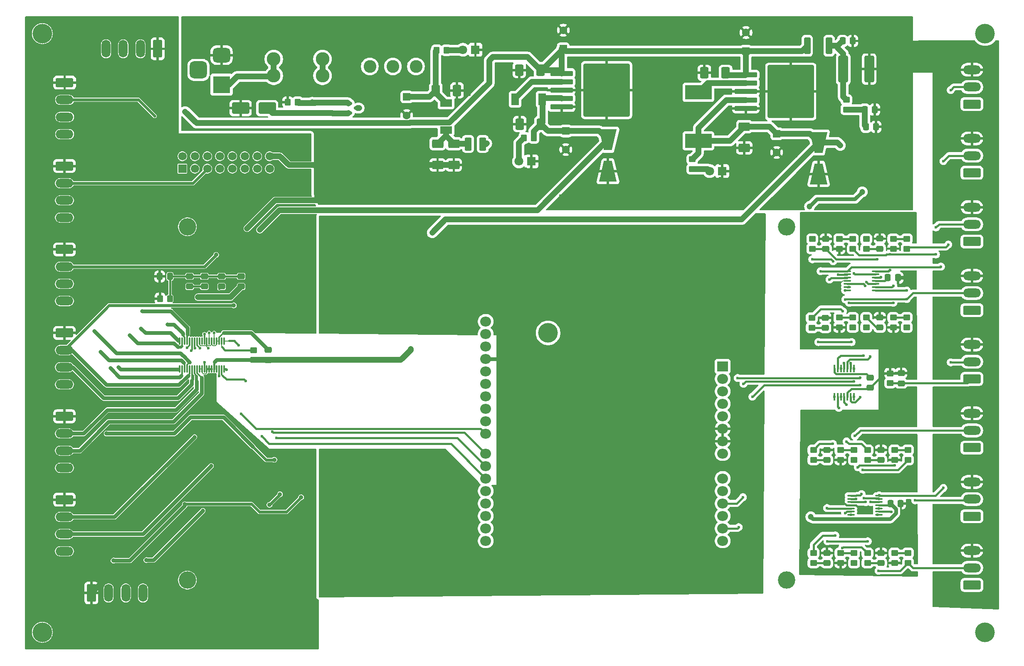
<source format=gbr>
%TF.GenerationSoftware,KiCad,Pcbnew,9.0.6-9.0.6~ubuntu24.04.1*%
%TF.CreationDate,2025-11-26T16:44:32+01:00*%
%TF.ProjectId,HVAC_STM32F7_PCB,48564143-5f53-4544-9d33-3246375f5043,rev?*%
%TF.SameCoordinates,Original*%
%TF.FileFunction,Copper,L1,Top*%
%TF.FilePolarity,Positive*%
%FSLAX46Y46*%
G04 Gerber Fmt 4.6, Leading zero omitted, Abs format (unit mm)*
G04 Created by KiCad (PCBNEW 9.0.6-9.0.6~ubuntu24.04.1) date 2025-11-26 16:44:32*
%MOMM*%
%LPD*%
G01*
G04 APERTURE LIST*
G04 Aperture macros list*
%AMRoundRect*
0 Rectangle with rounded corners*
0 $1 Rounding radius*
0 $2 $3 $4 $5 $6 $7 $8 $9 X,Y pos of 4 corners*
0 Add a 4 corners polygon primitive as box body*
4,1,4,$2,$3,$4,$5,$6,$7,$8,$9,$2,$3,0*
0 Add four circle primitives for the rounded corners*
1,1,$1+$1,$2,$3*
1,1,$1+$1,$4,$5*
1,1,$1+$1,$6,$7*
1,1,$1+$1,$8,$9*
0 Add four rect primitives between the rounded corners*
20,1,$1+$1,$2,$3,$4,$5,0*
20,1,$1+$1,$4,$5,$6,$7,0*
20,1,$1+$1,$6,$7,$8,$9,0*
20,1,$1+$1,$8,$9,$2,$3,0*%
%AMOutline4P*
0 Free polygon, 4 corners , with rotation*
0 The origin of the aperture is its center*
0 number of corners: always 4*
0 $1 to $8 corner X, Y*
0 $9 Rotation angle, in degrees counterclockwise*
0 create outline with 4 corners*
4,1,4,$1,$2,$3,$4,$5,$6,$7,$8,$1,$2,$9*%
G04 Aperture macros list end*
%TA.AperFunction,ComponentPad*%
%ADD10RoundRect,0.250000X-1.550000X0.650000X-1.550000X-0.650000X1.550000X-0.650000X1.550000X0.650000X0*%
%TD*%
%TA.AperFunction,ComponentPad*%
%ADD11O,3.600000X1.800000*%
%TD*%
%TA.AperFunction,SMDPad,CuDef*%
%ADD12RoundRect,0.250000X0.450000X-0.350000X0.450000X0.350000X-0.450000X0.350000X-0.450000X-0.350000X0*%
%TD*%
%TA.AperFunction,ComponentPad*%
%ADD13RoundRect,0.250000X-0.650000X-1.550000X0.650000X-1.550000X0.650000X1.550000X-0.650000X1.550000X0*%
%TD*%
%TA.AperFunction,ComponentPad*%
%ADD14O,1.800000X3.600000*%
%TD*%
%TA.AperFunction,SMDPad,CuDef*%
%ADD15R,1.500000X2.400000*%
%TD*%
%TA.AperFunction,ComponentPad*%
%ADD16C,2.780000*%
%TD*%
%TA.AperFunction,SMDPad,CuDef*%
%ADD17RoundRect,0.250000X0.350000X0.450000X-0.350000X0.450000X-0.350000X-0.450000X0.350000X-0.450000X0*%
%TD*%
%TA.AperFunction,SMDPad,CuDef*%
%ADD18RoundRect,0.250000X-0.337500X-0.475000X0.337500X-0.475000X0.337500X0.475000X-0.337500X0.475000X0*%
%TD*%
%TA.AperFunction,SMDPad,CuDef*%
%ADD19RoundRect,0.250000X-0.450000X0.350000X-0.450000X-0.350000X0.450000X-0.350000X0.450000X0.350000X0*%
%TD*%
%TA.AperFunction,SMDPad,CuDef*%
%ADD20RoundRect,0.100000X0.637500X0.100000X-0.637500X0.100000X-0.637500X-0.100000X0.637500X-0.100000X0*%
%TD*%
%TA.AperFunction,SMDPad,CuDef*%
%ADD21RoundRect,0.250000X0.475000X-0.337500X0.475000X0.337500X-0.475000X0.337500X-0.475000X-0.337500X0*%
%TD*%
%TA.AperFunction,ComponentPad*%
%ADD22RoundRect,0.250000X1.550000X-0.650000X1.550000X0.650000X-1.550000X0.650000X-1.550000X-0.650000X0*%
%TD*%
%TA.AperFunction,SMDPad,CuDef*%
%ADD23R,5.400000X2.900000*%
%TD*%
%TA.AperFunction,SMDPad,CuDef*%
%ADD24RoundRect,0.250001X0.612499X0.899999X-0.612499X0.899999X-0.612499X-0.899999X0.612499X-0.899999X0*%
%TD*%
%TA.AperFunction,SMDPad,CuDef*%
%ADD25Outline4P,-2.150000X-1.800000X2.150000X-0.800000X2.150000X0.800000X-2.150000X1.800000X270.000000*%
%TD*%
%TA.AperFunction,SMDPad,CuDef*%
%ADD26Outline4P,-2.150000X-1.800000X2.150000X-0.800000X2.150000X0.800000X-2.150000X1.800000X90.000000*%
%TD*%
%TA.AperFunction,ComponentPad*%
%ADD27RoundRect,0.250000X0.550000X-0.550000X0.550000X0.550000X-0.550000X0.550000X-0.550000X-0.550000X0*%
%TD*%
%TA.AperFunction,ComponentPad*%
%ADD28C,1.600000*%
%TD*%
%TA.AperFunction,SMDPad,CuDef*%
%ADD29RoundRect,0.250000X0.400000X1.450000X-0.400000X1.450000X-0.400000X-1.450000X0.400000X-1.450000X0*%
%TD*%
%TA.AperFunction,ComponentPad*%
%ADD30R,1.700000X1.700000*%
%TD*%
%TA.AperFunction,ComponentPad*%
%ADD31C,1.700000*%
%TD*%
%TA.AperFunction,SMDPad,CuDef*%
%ADD32RoundRect,0.250000X-0.475000X0.337500X-0.475000X-0.337500X0.475000X-0.337500X0.475000X0.337500X0*%
%TD*%
%TA.AperFunction,SMDPad,CuDef*%
%ADD33RoundRect,0.125000X0.125000X-0.125000X0.125000X0.125000X-0.125000X0.125000X-0.125000X-0.125000X0*%
%TD*%
%TA.AperFunction,ComponentPad*%
%ADD34R,2.200000X2.000000*%
%TD*%
%TA.AperFunction,ComponentPad*%
%ADD35O,2.200000X2.000000*%
%TD*%
%TA.AperFunction,ComponentPad*%
%ADD36C,3.540000*%
%TD*%
%TA.AperFunction,SMDPad,CuDef*%
%ADD37RoundRect,0.249999X-0.737501X-2.450001X0.737501X-2.450001X0.737501X2.450001X-0.737501X2.450001X0*%
%TD*%
%TA.AperFunction,ComponentPad*%
%ADD38RoundRect,0.250000X-0.550000X0.550000X-0.550000X-0.550000X0.550000X-0.550000X0.550000X0.550000X0*%
%TD*%
%TA.AperFunction,SMDPad,CuDef*%
%ADD39RoundRect,0.250000X-1.500000X-0.900000X1.500000X-0.900000X1.500000X0.900000X-1.500000X0.900000X0*%
%TD*%
%TA.AperFunction,ComponentPad*%
%ADD40C,2.600000*%
%TD*%
%TA.AperFunction,ComponentPad*%
%ADD41R,3.500000X3.500000*%
%TD*%
%TA.AperFunction,ComponentPad*%
%ADD42RoundRect,0.750000X-1.000000X0.750000X-1.000000X-0.750000X1.000000X-0.750000X1.000000X0.750000X0*%
%TD*%
%TA.AperFunction,ComponentPad*%
%ADD43RoundRect,0.875000X-0.875000X0.875000X-0.875000X-0.875000X0.875000X-0.875000X0.875000X0.875000X0*%
%TD*%
%TA.AperFunction,ComponentPad*%
%ADD44R,1.800000X1.800000*%
%TD*%
%TA.AperFunction,ComponentPad*%
%ADD45C,1.800000*%
%TD*%
%TA.AperFunction,SMDPad,CuDef*%
%ADD46RoundRect,0.250001X-0.899999X0.612499X-0.899999X-0.612499X0.899999X-0.612499X0.899999X0.612499X0*%
%TD*%
%TA.AperFunction,SMDPad,CuDef*%
%ADD47RoundRect,0.051250X-0.153750X0.733750X-0.153750X-0.733750X0.153750X-0.733750X0.153750X0.733750X0*%
%TD*%
%TA.AperFunction,SMDPad,CuDef*%
%ADD48RoundRect,0.250001X-0.462499X-1.074999X0.462499X-1.074999X0.462499X1.074999X-0.462499X1.074999X0*%
%TD*%
%TA.AperFunction,ComponentPad*%
%ADD49RoundRect,0.250000X0.650000X1.550000X-0.650000X1.550000X-0.650000X-1.550000X0.650000X-1.550000X0*%
%TD*%
%TA.AperFunction,SMDPad,CuDef*%
%ADD50RoundRect,0.075000X-0.075000X0.662500X-0.075000X-0.662500X0.075000X-0.662500X0.075000X0.662500X0*%
%TD*%
%TA.AperFunction,SMDPad,CuDef*%
%ADD51RoundRect,0.250000X-0.350000X-0.450000X0.350000X-0.450000X0.350000X0.450000X-0.350000X0.450000X0*%
%TD*%
%TA.AperFunction,SMDPad,CuDef*%
%ADD52RoundRect,0.150000X-0.587500X-0.150000X0.587500X-0.150000X0.587500X0.150000X-0.587500X0.150000X0*%
%TD*%
%TA.AperFunction,SMDPad,CuDef*%
%ADD53RoundRect,0.250000X-2.050000X-0.300000X2.050000X-0.300000X2.050000X0.300000X-2.050000X0.300000X0*%
%TD*%
%TA.AperFunction,SMDPad,CuDef*%
%ADD54RoundRect,0.250002X-4.449998X-5.149998X4.449998X-5.149998X4.449998X5.149998X-4.449998X5.149998X0*%
%TD*%
%TA.AperFunction,SMDPad,CuDef*%
%ADD55R,2.400000X1.500000*%
%TD*%
%TA.AperFunction,SMDPad,CuDef*%
%ADD56RoundRect,0.250001X-0.612499X-0.899999X0.612499X-0.899999X0.612499X0.899999X-0.612499X0.899999X0*%
%TD*%
%TA.AperFunction,ViaPad*%
%ADD57C,0.600000*%
%TD*%
%TA.AperFunction,ViaPad*%
%ADD58C,0.900000*%
%TD*%
%TA.AperFunction,ViaPad*%
%ADD59C,0.800000*%
%TD*%
%TA.AperFunction,ViaPad*%
%ADD60C,4.000000*%
%TD*%
%TA.AperFunction,ViaPad*%
%ADD61C,1.200000*%
%TD*%
%TA.AperFunction,Conductor*%
%ADD62C,1.200000*%
%TD*%
%TA.AperFunction,Conductor*%
%ADD63C,0.800000*%
%TD*%
%TA.AperFunction,Conductor*%
%ADD64C,0.600000*%
%TD*%
%TA.AperFunction,Conductor*%
%ADD65C,0.400000*%
%TD*%
%TA.AperFunction,Conductor*%
%ADD66C,0.200000*%
%TD*%
%TA.AperFunction,Conductor*%
%ADD67C,0.300000*%
%TD*%
G04 APERTURE END LIST*
D10*
%TO.P,J4,1,SHIELD*%
%TO.N,GNDA*%
X39500000Y-62000000D03*
D11*
%TO.P,J4,2,GND*%
%TO.N,Net-(J18-Pin_5)*%
X39500000Y-65500000D03*
%TO.P,J4,3,SIG*%
%TO.N,Net-(J4-SIG)*%
X39500000Y-69000000D03*
%TO.P,J4,4,+VSENS*%
%TO.N,+24V*%
X39500000Y-72500000D03*
%TD*%
D12*
%TO.P,R9,1*%
%TO.N,Net-(U3-VOUTG)*%
X202800000Y-94875000D03*
%TO.P,R9,2*%
%TO.N,Net-(U5D-+)*%
X202800000Y-92875000D03*
%TD*%
D13*
%TO.P,J15,1,SHIELD*%
%TO.N,GNDA*%
X45000000Y-149000000D03*
D14*
%TO.P,J15,2,GND*%
%TO.N,Net-(J15-GND)*%
X48500000Y-149000000D03*
%TO.P,J15,3,SIG*%
%TO.N,Net-(J15-SIG)*%
X52000000Y-149000000D03*
%TO.P,J15,4,+VSENS*%
%TO.N,+24V*%
X55500000Y-149000000D03*
%TD*%
D15*
%TO.P,L2,1,1*%
%TO.N,Net-(U1-OUT)*%
X131300000Y-48400000D03*
%TO.P,L2,2,2*%
%TO.N,+5V*%
X136800000Y-48400000D03*
%TD*%
D16*
%TO.P,F1,1*%
%TO.N,Net-(F1-Pad1)*%
X82137500Y-40190000D03*
X82137500Y-43590000D03*
%TO.P,F1,2*%
%TO.N,Net-(D3-A2)*%
X92057500Y-40190000D03*
X92057500Y-43590000D03*
%TD*%
D17*
%TO.P,R4,1*%
%TO.N,Net-(D4-A)*%
X87000000Y-49000000D03*
%TO.P,R4,2*%
%TO.N,GND*%
X85000000Y-49000000D03*
%TD*%
D18*
%TO.P,C11,1*%
%TO.N,GNDA*%
X58925000Y-84500000D03*
%TO.P,C11,2*%
%TO.N,GND*%
X61000000Y-84500000D03*
%TD*%
D19*
%TO.P,R7,1*%
%TO.N,Net-(U3-VOUTE)*%
X191800000Y-76875000D03*
%TO.P,R7,2*%
%TO.N,Net-(U5B-+)*%
X191800000Y-78875000D03*
%TD*%
D12*
%TO.P,R1,1*%
%TO.N,+3.3V*%
X78000000Y-101500000D03*
%TO.P,R1,2*%
%TO.N,Net-(U7-~{RST{slash}PD})*%
X78000000Y-99500000D03*
%TD*%
D20*
%TO.P,U5,1*%
%TO.N,Net-(J6-GND)*%
X204662500Y-87325000D03*
%TO.P,U5,2,-*%
%TO.N,Net-(U5A--)*%
X204662500Y-86675000D03*
%TO.P,U5,3,+*%
%TO.N,Net-(U5A-+)*%
X204662500Y-86025000D03*
%TO.P,U5,4,V+*%
%TO.N,Net-(U5E-V+)*%
X204662500Y-85375000D03*
%TO.P,U5,5,+*%
%TO.N,Net-(U5B-+)*%
X204662500Y-84725000D03*
%TO.P,U5,6,-*%
%TO.N,Net-(U5B--)*%
X204662500Y-84075000D03*
%TO.P,U5,7*%
%TO.N,Net-(J8-GND)*%
X204662500Y-83425000D03*
%TO.P,U5,8*%
%TO.N,Net-(J7-GND)*%
X198937500Y-83425000D03*
%TO.P,U5,9,-*%
%TO.N,Net-(U5C--)*%
X198937500Y-84075000D03*
%TO.P,U5,10,+*%
%TO.N,Net-(U5C-+)*%
X198937500Y-84725000D03*
%TO.P,U5,11,V-*%
%TO.N,GND*%
X198937500Y-85375000D03*
%TO.P,U5,12,+*%
%TO.N,Net-(U5D-+)*%
X198937500Y-86025000D03*
%TO.P,U5,13,-*%
%TO.N,Net-(U5D--)*%
X198937500Y-86675000D03*
%TO.P,U5,14*%
%TO.N,Net-(J9-GND)*%
X198937500Y-87325000D03*
%TD*%
D21*
%TO.P,C20,1*%
%TO.N,Net-(U5B-+)*%
X194550000Y-78912500D03*
%TO.P,C20,2*%
%TO.N,GND*%
X194550000Y-76837500D03*
%TD*%
D19*
%TO.P,RG4,1*%
%TO.N,Net-(U5D--)*%
X208300000Y-92875000D03*
%TO.P,RG4,2*%
%TO.N,GND*%
X208300000Y-94875000D03*
%TD*%
D22*
%TO.P,J12,1,SHIELD*%
%TO.N,GNDA*%
X224300000Y-133375000D03*
D11*
%TO.P,J12,2,GND*%
%TO.N,Net-(J12-GND)*%
X224300000Y-129875000D03*
%TO.P,J12,3,SIG*%
%TO.N,GND*%
X224300000Y-126375000D03*
%TD*%
D23*
%TO.P,L1,1,1*%
%TO.N,Net-(U2-OUT)*%
X168600000Y-46975000D03*
%TO.P,L1,2,2*%
%TO.N,+3.3V*%
X168600000Y-56875000D03*
%TD*%
D19*
%TO.P,RF3,1*%
%TO.N,Net-(U5B--)*%
X200050000Y-76875000D03*
%TO.P,RF3,2*%
%TO.N,Net-(J8-GND)*%
X200050000Y-78875000D03*
%TD*%
%TO.P,RG7,1*%
%TO.N,Net-(U6C--)*%
X208550000Y-119875000D03*
%TO.P,RG7,2*%
%TO.N,GND*%
X208550000Y-121875000D03*
%TD*%
%TO.P,RF4,1*%
%TO.N,Net-(U5D--)*%
X211050000Y-92875000D03*
%TO.P,RF4,2*%
%TO.N,Net-(J9-GND)*%
X211050000Y-94875000D03*
%TD*%
D24*
%TO.P,C4,1*%
%TO.N,+5V*%
X136562500Y-53450000D03*
%TO.P,C4,2*%
%TO.N,GND*%
X132237500Y-53450000D03*
%TD*%
D20*
%TO.P,U6,1*%
%TO.N,Net-(J13-GND)*%
X205412500Y-133075000D03*
%TO.P,U6,2,-*%
%TO.N,Net-(U6A--)*%
X205412500Y-132425000D03*
%TO.P,U6,3,+*%
%TO.N,Net-(U6A-+)*%
X205412500Y-131775000D03*
%TO.P,U6,4,V+*%
%TO.N,Net-(U5E-V+)*%
X205412500Y-131125000D03*
%TO.P,U6,5,+*%
%TO.N,Net-(U6B-+)*%
X205412500Y-130475000D03*
%TO.P,U6,6,-*%
%TO.N,Net-(U6B--)*%
X205412500Y-129825000D03*
%TO.P,U6,7*%
%TO.N,Net-(J10-GND)*%
X205412500Y-129175000D03*
%TO.P,U6,8*%
%TO.N,Net-(J12-GND)*%
X199687500Y-129175000D03*
%TO.P,U6,9,-*%
%TO.N,Net-(U6C--)*%
X199687500Y-129825000D03*
%TO.P,U6,10,+*%
%TO.N,Net-(U6C-+)*%
X199687500Y-130475000D03*
%TO.P,U6,11,V-*%
%TO.N,GND*%
X199687500Y-131125000D03*
%TO.P,U6,12,+*%
%TO.N,Net-(U6D-+)*%
X199687500Y-131775000D03*
%TO.P,U6,13,-*%
%TO.N,Net-(U6D--)*%
X199687500Y-132425000D03*
%TO.P,U6,14*%
%TO.N,Net-(J11-GND)*%
X199687500Y-133075000D03*
%TD*%
D18*
%TO.P,C32,1*%
%TO.N,Net-(U5E-V+)*%
X207175000Y-84750000D03*
%TO.P,C32,2*%
%TO.N,GND*%
X209250000Y-84750000D03*
%TD*%
D25*
%TO.P,D1,1,K*%
%TO.N,+5V*%
X150200000Y-56650000D03*
D26*
%TO.P,D1,2,A*%
%TO.N,GND*%
X150200000Y-63050000D03*
%TD*%
D24*
%TO.P,C1,1*%
%TO.N,+24V*%
X136462500Y-42450000D03*
%TO.P,C1,2*%
%TO.N,GND*%
X132137500Y-42450000D03*
%TD*%
%TO.P,C6,1*%
%TO.N,+24V*%
X174162500Y-43000000D03*
%TO.P,C6,2*%
%TO.N,GND*%
X169837500Y-43000000D03*
%TD*%
D27*
%TO.P,C2,1*%
%TO.N,+24V*%
X141100000Y-38102651D03*
D28*
%TO.P,C2,2*%
%TO.N,GND*%
X141100000Y-34302651D03*
%TD*%
D10*
%TO.P,J16,1,SHIELD*%
%TO.N,GNDA*%
X39500000Y-113000000D03*
D11*
%TO.P,J16,2,GND*%
%TO.N,Net-(J16-GND)*%
X39500000Y-116500000D03*
%TO.P,J16,3,SIG*%
%TO.N,Net-(J16-SIG)*%
X39500000Y-120000000D03*
%TO.P,J16,4,+VSENS*%
%TO.N,+24V*%
X39500000Y-123500000D03*
%TD*%
D19*
%TO.P,R13,1*%
%TO.N,Net-(U3-VOUTD)*%
X203050000Y-140875000D03*
%TO.P,R13,2*%
%TO.N,Net-(U6A-+)*%
X203050000Y-142875000D03*
%TD*%
D29*
%TO.P,F2,1*%
%TO.N,Net-(C28-Pad1)*%
X195225000Y-37500000D03*
%TO.P,F2,2*%
%TO.N,+24V*%
X190775000Y-37500000D03*
%TD*%
D10*
%TO.P,J14,1,SHIELD*%
%TO.N,GNDA*%
X39500000Y-96000000D03*
D11*
%TO.P,J14,2,GND*%
%TO.N,Net-(J14-GND)*%
X39500000Y-99500000D03*
%TO.P,J14,3,SIG*%
%TO.N,Net-(J14-SIG)*%
X39500000Y-103000000D03*
%TO.P,J14,4,+VSENS*%
%TO.N,+24V*%
X39500000Y-106500000D03*
%TD*%
D19*
%TO.P,R6,1*%
%TO.N,Net-(U3-VOUTC)*%
X191700000Y-92950000D03*
%TO.P,R6,2*%
%TO.N,Net-(U5C-+)*%
X191700000Y-94950000D03*
%TD*%
D30*
%TO.P,J18,1,Pin_1*%
%TO.N,Net-(J18-Pin_1)*%
X63520000Y-62540000D03*
D31*
%TO.P,J18,2,Pin_2*%
%TO.N,GND*%
X63520000Y-60000000D03*
%TO.P,J18,3,Pin_3*%
%TO.N,Net-(J18-Pin_3)*%
X66060000Y-62540000D03*
%TO.P,J18,4,Pin_4*%
%TO.N,GND*%
X66060000Y-60000000D03*
%TO.P,J18,5,Pin_5*%
%TO.N,Net-(J18-Pin_5)*%
X68600000Y-62540000D03*
%TO.P,J18,6,Pin_6*%
%TO.N,GND*%
X68600000Y-60000000D03*
%TO.P,J18,7,Pin_7*%
%TO.N,Net-(J18-Pin_7)*%
X71140000Y-62540000D03*
%TO.P,J18,8,Pin_8*%
%TO.N,GND*%
X71140000Y-60000000D03*
%TO.P,J18,9,Pin_9*%
%TO.N,Net-(J14-GND)*%
X73680000Y-62540000D03*
%TO.P,J18,10,Pin_10*%
%TO.N,GND*%
X73680000Y-60000000D03*
%TO.P,J18,11,Pin_11*%
%TO.N,Net-(J16-GND)*%
X76220000Y-62540000D03*
%TO.P,J18,12,Pin_12*%
%TO.N,GND*%
X76220000Y-60000000D03*
%TO.P,J18,13,Pin_13*%
%TO.N,Net-(J17-GND)*%
X78760000Y-62540000D03*
%TO.P,J18,14,Pin_14*%
%TO.N,GND*%
X78760000Y-60000000D03*
%TO.P,J18,15,Pin_15*%
%TO.N,Net-(J15-GND)*%
X81300000Y-62540000D03*
%TO.P,J18,16,Pin_16*%
%TO.N,GND*%
X81300000Y-60000000D03*
%TD*%
D32*
%TO.P,C17,1*%
%TO.N,Net-(U3-VREFIN{slash}VREFOUT)*%
X203550000Y-105087500D03*
%TO.P,C17,2*%
%TO.N,GND*%
X203550000Y-107162500D03*
%TD*%
D33*
%TO.P,D4,1,K*%
%TO.N,Net-(D3-A2)*%
X94100000Y-51290000D03*
%TO.P,D4,2,A*%
%TO.N,Net-(D4-A)*%
X94100000Y-49090000D03*
%TD*%
D34*
%TO.P,A1,1,NC*%
%TO.N,unconnected-(A1-NC-Pad1)*%
X173550000Y-102815000D03*
D35*
%TO.P,A1,2,IOREF*%
%TO.N,unconnected-(A1-IOREF-Pad2)*%
X173550000Y-105355000D03*
%TO.P,A1,3,~{RESET}*%
%TO.N,unconnected-(A1-~{RESET}-Pad3)*%
X173550000Y-107895000D03*
%TO.P,A1,4,3V3*%
%TO.N,unconnected-(A1-3V3-Pad4)*%
X173550000Y-110435000D03*
%TO.P,A1,5,+5V*%
%TO.N,unconnected-(A1-+5V-Pad5)*%
X173550000Y-112975000D03*
%TO.P,A1,6,GND*%
%TO.N,GND*%
X173550000Y-115515000D03*
%TO.P,A1,7,GND*%
X173550000Y-118055000D03*
%TO.P,A1,8,VIN*%
%TO.N,+3.3V*%
X173550000Y-120595000D03*
%TO.P,A1,9,A0*%
%TO.N,unconnected-(A1-A0-Pad9)*%
X173550000Y-125675000D03*
%TO.P,A1,10,A1*%
%TO.N,unconnected-(A1-A1-Pad10)*%
X173550000Y-128215000D03*
%TO.P,A1,11,A2*%
%TO.N,MOSI_OUT*%
X173550000Y-130755000D03*
%TO.P,A1,12,A3*%
%TO.N,unconnected-(A1-A3-Pad12)*%
X173550000Y-133295000D03*
%TO.P,A1,13,A4/S7TX*%
%TO.N,SCK_OUT*%
X173550000Y-135835000D03*
%TO.P,A1,14,A5/S7RX*%
%TO.N,NSS_OUT*%
X173550000Y-138375000D03*
%TO.P,A1,15,D0/S6RX*%
%TO.N,unconnected-(A1-D0{slash}S6RX-Pad15)*%
X125290000Y-138375000D03*
%TO.P,A1,16,D1/S6TX*%
%TO.N,unconnected-(A1-D1{slash}S6TX-Pad16)*%
X125290000Y-135835000D03*
%TO.P,A1,17,D2*%
%TO.N,unconnected-(A1-D2-Pad17)*%
X125290000Y-133295000D03*
%TO.P,A1,18,D3*%
%TO.N,unconnected-(A1-D3-Pad18)*%
X125290000Y-130755000D03*
%TO.P,A1,19,D4*%
%TO.N,unconnected-(A1-D4-Pad19)*%
X125290000Y-128215000D03*
%TO.P,A1,20,D5*%
%TO.N,Net-(A1-D5)*%
X125290000Y-125675000D03*
%TO.P,A1,21,D6*%
%TO.N,Net-(A1-D6)*%
X125290000Y-123135000D03*
%TO.P,A1,22,D7*%
%TO.N,Net-(A1-D7)*%
X125290000Y-120595000D03*
%TO.P,A1,23,D8*%
%TO.N,Net-(A1-D8)*%
X125290000Y-116535000D03*
%TO.P,A1,24,D9*%
%TO.N,unconnected-(A1-D9-Pad24)*%
X125290000Y-113995000D03*
%TO.P,A1,25,D10*%
%TO.N,unconnected-(A1-D10-Pad25)*%
X125290000Y-111455000D03*
%TO.P,A1,26,D11*%
%TO.N,unconnected-(A1-D11-Pad26)*%
X125290000Y-108915000D03*
%TO.P,A1,27,D12*%
%TO.N,unconnected-(A1-D12-Pad27)*%
X125290000Y-106375000D03*
%TO.P,A1,28,D13*%
%TO.N,unconnected-(A1-D13-Pad28)*%
X125290000Y-103835000D03*
%TO.P,A1,29,GND*%
%TO.N,GND*%
X125290000Y-101295000D03*
%TO.P,A1,30,AREF*%
%TO.N,unconnected-(A1-AREF-Pad30)*%
X125290000Y-98755000D03*
%TO.P,A1,31,SDA/A4*%
%TO.N,unconnected-(A1-SDA{slash}A4-Pad31)*%
X125290000Y-96215000D03*
%TO.P,A1,32,SCL/A5*%
%TO.N,unconnected-(A1-SCL{slash}A5-Pad32)*%
X125290000Y-93675000D03*
D36*
%TO.P,A1,33*%
%TO.N,N/C*%
X186550000Y-74375000D03*
X64550000Y-74375000D03*
X186550000Y-146375000D03*
X64550000Y-146375000D03*
%TD*%
D19*
%TO.P,RG5,1*%
%TO.N,Net-(U6B--)*%
X197550000Y-140875000D03*
%TO.P,RG5,2*%
%TO.N,GND*%
X197550000Y-142875000D03*
%TD*%
D17*
%TO.P,R16,1*%
%TO.N,+5V*%
X135100000Y-56250000D03*
%TO.P,R16,2*%
%TO.N,Net-(D7-A)*%
X133100000Y-56250000D03*
%TD*%
D37*
%TO.P,C29,1*%
%TO.N,Net-(C28-Pad1)*%
X198112500Y-42250000D03*
%TO.P,C29,2*%
%TO.N,GND*%
X203387500Y-42250000D03*
%TD*%
D19*
%TO.P,RF7,1*%
%TO.N,Net-(U6C--)*%
X211300000Y-119875000D03*
%TO.P,RF7,2*%
%TO.N,Net-(J12-GND)*%
X211300000Y-121875000D03*
%TD*%
D21*
%TO.P,C12,1*%
%TO.N,Net-(U7-REFCAP)*%
X68000000Y-86537500D03*
%TO.P,C12,2*%
%TO.N,GND*%
X68000000Y-84462500D03*
%TD*%
D27*
%TO.P,C5,1*%
%TO.N,+24V*%
X178300000Y-38602651D03*
D28*
%TO.P,C5,2*%
%TO.N,GND*%
X178300000Y-34802651D03*
%TD*%
D22*
%TO.P,J9,1,SHIELD*%
%TO.N,GNDA*%
X224300000Y-91375000D03*
D11*
%TO.P,J9,2,GND*%
%TO.N,Net-(J9-GND)*%
X224300000Y-87875000D03*
%TO.P,J9,3,SIG*%
%TO.N,GND*%
X224300000Y-84375000D03*
%TD*%
D38*
%TO.P,C8,1*%
%TO.N,+3.3V*%
X184550000Y-55422349D03*
D28*
%TO.P,C8,2*%
%TO.N,GND*%
X184550000Y-59222349D03*
%TD*%
D19*
%TO.P,R8,1*%
%TO.N,Net-(U3-VOUTA)*%
X202800000Y-76875000D03*
%TO.P,R8,2*%
%TO.N,Net-(U5A-+)*%
X202800000Y-78875000D03*
%TD*%
D10*
%TO.P,J3,1,SHIELD*%
%TO.N,GNDA*%
X39550000Y-45000000D03*
D11*
%TO.P,J3,2,GND*%
%TO.N,Net-(J18-Pin_3)*%
X39550000Y-48500000D03*
%TO.P,J3,3,SIG*%
%TO.N,Net-(J3-SIG)*%
X39550000Y-52000000D03*
%TO.P,J3,4,+VSENS*%
%TO.N,+24V*%
X39550000Y-55500000D03*
%TD*%
D18*
%TO.P,C30,1*%
%TO.N,Net-(U5E-V+)*%
X202462500Y-50500000D03*
%TO.P,C30,2*%
%TO.N,GND*%
X204537500Y-50500000D03*
%TD*%
D32*
%TO.P,C9,1*%
%TO.N,GND*%
X75500000Y-84462500D03*
%TO.P,C9,2*%
%TO.N,+5V*%
X75500000Y-86537500D03*
%TD*%
D39*
%TO.P,D3,1,A1*%
%TO.N,GND*%
X75400000Y-50190000D03*
%TO.P,D3,2,A2*%
%TO.N,Net-(D3-A2)*%
X80800000Y-50190000D03*
%TD*%
D40*
%TO.P,SW1,1,A*%
%TO.N,Net-(Q1-D)*%
X101700000Y-41690000D03*
%TO.P,SW1,2,B*%
%TO.N,Net-(SW1-B)*%
X106400000Y-41690000D03*
%TO.P,SW1,3*%
%TO.N,N/C*%
X111100000Y-41690000D03*
%TD*%
D21*
%TO.P,C25,1*%
%TO.N,Net-(U6A-+)*%
X205800000Y-142912500D03*
%TO.P,C25,2*%
%TO.N,GND*%
X205800000Y-140837500D03*
%TD*%
D41*
%TO.P,J1,1*%
%TO.N,Net-(F1-Pad1)*%
X71507500Y-45400000D03*
D42*
%TO.P,J1,2*%
%TO.N,GND*%
X71507500Y-39400000D03*
D43*
%TO.P,J1,3*%
%TO.N,N/C*%
X66807500Y-42400000D03*
%TD*%
D21*
%TO.P,C24,1*%
%TO.N,Net-(U6C-+)*%
X205800000Y-121912500D03*
%TO.P,C24,2*%
%TO.N,GND*%
X205800000Y-119837500D03*
%TD*%
D12*
%TO.P,R5,1*%
%TO.N,Net-(D3-A2)*%
X90100000Y-51190000D03*
%TO.P,R5,2*%
%TO.N,Net-(D4-A)*%
X90100000Y-49190000D03*
%TD*%
D38*
%TO.P,C15,1*%
%TO.N,Net-(SW1-B)*%
X109200000Y-47900000D03*
D28*
%TO.P,C15,2*%
%TO.N,GND*%
X109200000Y-51700000D03*
%TD*%
D19*
%TO.P,RF2,1*%
%TO.N,Net-(U5C--)*%
X200050000Y-92875000D03*
%TO.P,RF2,2*%
%TO.N,Net-(J7-GND)*%
X200050000Y-94875000D03*
%TD*%
%TO.P,R15,1*%
%TO.N,+3.3V*%
X167350000Y-60625000D03*
%TO.P,R15,2*%
%TO.N,Net-(D6-A)*%
X167350000Y-62625000D03*
%TD*%
D44*
%TO.P,D7,1,K*%
%TO.N,GND*%
X134600000Y-61050000D03*
D45*
%TO.P,D7,2,A*%
%TO.N,Net-(D7-A)*%
X132060000Y-61050000D03*
%TD*%
D21*
%TO.P,C11X7R1,1*%
%TO.N,Net-(U7-REFIO)*%
X71500000Y-86537500D03*
%TO.P,C11X7R1,2*%
%TO.N,GND*%
X71500000Y-84462500D03*
%TD*%
D46*
%TO.P,C27,1*%
%TO.N,Net-(C16-Pad1)*%
X118800000Y-57437500D03*
%TO.P,C27,2*%
%TO.N,GND*%
X118800000Y-61762500D03*
%TD*%
D10*
%TO.P,J5,1,SHIELD*%
%TO.N,GNDA*%
X39500000Y-79000000D03*
D11*
%TO.P,J5,2,GND*%
%TO.N,Net-(J18-Pin_7)*%
X39500000Y-82500000D03*
%TO.P,J5,3,SIG*%
%TO.N,Net-(J5-SIG)*%
X39500000Y-86000000D03*
%TO.P,J5,4,+VSENS*%
%TO.N,+24V*%
X39500000Y-89500000D03*
%TD*%
D18*
%TO.P,C28,1*%
%TO.N,Net-(C28-Pad1)*%
X197962500Y-36500000D03*
%TO.P,C28,2*%
%TO.N,GND*%
X200037500Y-36500000D03*
%TD*%
D38*
%TO.P,C3,1*%
%TO.N,+5V*%
X141600000Y-54847349D03*
D28*
%TO.P,C3,2*%
%TO.N,GND*%
X141600000Y-58647349D03*
%TD*%
D21*
%TO.P,C13,1*%
%TO.N,Net-(U7-REFCAP)*%
X65000000Y-86537500D03*
%TO.P,C13,2*%
%TO.N,GND*%
X65000000Y-84462500D03*
%TD*%
D47*
%TO.P,U3,1,~{SYNC}*%
%TO.N,NSS_OUT*%
X200250000Y-103255000D03*
%TO.P,U3,2,AVDD*%
%TO.N,+3.3V*%
X199600000Y-103255000D03*
%TO.P,U3,3,VOUTA*%
%TO.N,Net-(U3-VOUTA)*%
X198950000Y-103255000D03*
%TO.P,U3,4,VOUTC*%
%TO.N,Net-(U3-VOUTC)*%
X198300000Y-103255000D03*
%TO.P,U3,5,VOUTE*%
%TO.N,Net-(U3-VOUTE)*%
X197650000Y-103255000D03*
%TO.P,U3,6,VOUTG*%
%TO.N,Net-(U3-VOUTG)*%
X197000000Y-103255000D03*
%TO.P,U3,7,VREFIN/VREFOUT*%
%TO.N,Net-(U3-VREFIN{slash}VREFOUT)*%
X196350000Y-103255000D03*
%TO.P,U3,8,VOUTH*%
%TO.N,Net-(U3-VOUTH)*%
X196350000Y-108995000D03*
%TO.P,U3,9,VOUTF*%
%TO.N,Net-(U3-VOUTF)*%
X197000000Y-108995000D03*
%TO.P,U3,10,VOUTD*%
%TO.N,Net-(U3-VOUTD)*%
X197650000Y-108995000D03*
%TO.P,U3,11,VOUTB*%
%TO.N,Net-(U3-VOUTB)*%
X198300000Y-108995000D03*
%TO.P,U3,12,GND*%
%TO.N,GND*%
X198950000Y-108995000D03*
%TO.P,U3,13,DIN*%
%TO.N,MOSI_OUT*%
X199600000Y-108995000D03*
%TO.P,U3,14,SCLK*%
%TO.N,SCK_OUT*%
X200250000Y-108995000D03*
%TD*%
D19*
%TO.P,RG6,1*%
%TO.N,Net-(U6D--)*%
X197550000Y-119875000D03*
%TO.P,RG6,2*%
%TO.N,GND*%
X197550000Y-121875000D03*
%TD*%
%TO.P,R12,1*%
%TO.N,Net-(U3-VOUTB)*%
X203050000Y-119875000D03*
%TO.P,R12,2*%
%TO.N,Net-(U6C-+)*%
X203050000Y-121875000D03*
%TD*%
D48*
%TO.P,FB1,1*%
%TO.N,Net-(C16-Pad1)*%
X121712500Y-57500000D03*
%TO.P,FB1,2*%
%TO.N,+24V*%
X124687500Y-57500000D03*
%TD*%
D49*
%TO.P,J2,1,SHIELD*%
%TO.N,GNDA*%
X58482500Y-38107500D03*
D14*
%TO.P,J2,2,GND*%
%TO.N,Net-(J18-Pin_1)*%
X54982500Y-38107500D03*
%TO.P,J2,3,SIG*%
%TO.N,Net-(J2-SIG)*%
X51482500Y-38107500D03*
%TO.P,J2,4,+VSENS*%
%TO.N,+24V*%
X47982500Y-38107500D03*
%TD*%
D50*
%TO.P,U7,1,SDI*%
%TO.N,Net-(A1-D7)*%
X72000000Y-97637500D03*
%TO.P,U7,2,~{RST/PD}*%
%TO.N,Net-(U7-~{RST{slash}PD})*%
X71500000Y-97637500D03*
%TO.P,U7,3,DAISY*%
%TO.N,GND*%
X71000000Y-97637500D03*
%TO.P,U7,4,~{REFSEL}*%
X70500000Y-97637500D03*
%TO.P,U7,5,REFIO*%
%TO.N,Net-(U7-REFIO)*%
X70000000Y-97637500D03*
%TO.P,U7,6,REFGND*%
%TO.N,GND*%
X69500000Y-97637500D03*
%TO.P,U7,7,REFCAP*%
%TO.N,Net-(U7-REFCAP)*%
X69000000Y-97637500D03*
%TO.P,U7,8,AGND*%
%TO.N,GND*%
X68500000Y-97637500D03*
%TO.P,U7,9,AVDD*%
%TO.N,+5V*%
X68000000Y-97637500D03*
%TO.P,U7,10,AUX_IN*%
%TO.N,unconnected-(U7-AUX_IN-Pad10)*%
X67500000Y-97637500D03*
%TO.P,U7,11,AUX_GND*%
%TO.N,GND*%
X67000000Y-97637500D03*
%TO.P,U7,12,AIN_6P*%
%TO.N,Net-(J17-SIG)*%
X66500000Y-97637500D03*
%TO.P,U7,13,AIN_6GND*%
%TO.N,Net-(J17-GND)*%
X66000000Y-97637500D03*
%TO.P,U7,14,AIN_7P*%
%TO.N,Net-(J15-SIG)*%
X65500000Y-97637500D03*
%TO.P,U7,15,AIN_7GND*%
%TO.N,Net-(J15-GND)*%
X65000000Y-97637500D03*
%TO.P,U7,16,AIN_0P*%
%TO.N,Net-(J2-SIG)*%
X64500000Y-97637500D03*
%TO.P,U7,17,AIN_0GND*%
%TO.N,Net-(J18-Pin_1)*%
X64000000Y-97637500D03*
%TO.P,U7,18,AIN_1P*%
%TO.N,Net-(J3-SIG)*%
X63500000Y-97637500D03*
%TO.P,U7,19,AIN_1GND*%
%TO.N,Net-(J18-Pin_3)*%
X63000000Y-97637500D03*
%TO.P,U7,20,AIN_2GND*%
%TO.N,Net-(J18-Pin_5)*%
X63000000Y-103362500D03*
%TO.P,U7,21,AIN_2P*%
%TO.N,Net-(J4-SIG)*%
X63500000Y-103362500D03*
%TO.P,U7,22,AIN_3GND*%
%TO.N,Net-(J18-Pin_7)*%
X64000000Y-103362500D03*
%TO.P,U7,23,AIN_3P*%
%TO.N,Net-(J5-SIG)*%
X64500000Y-103362500D03*
%TO.P,U7,24,AIN_4GND*%
%TO.N,Net-(J14-GND)*%
X65000000Y-103362500D03*
%TO.P,U7,25,AIN_4P*%
%TO.N,Net-(J14-SIG)*%
X65500000Y-103362500D03*
%TO.P,U7,26,AIN_5GND*%
%TO.N,Net-(J16-GND)*%
X66000000Y-103362500D03*
%TO.P,U7,27,AIN_5P*%
%TO.N,Net-(J16-SIG)*%
X66500000Y-103362500D03*
%TO.P,U7,28,AGND*%
%TO.N,GND*%
X67000000Y-103362500D03*
%TO.P,U7,29,AGND*%
X67500000Y-103362500D03*
%TO.P,U7,30,AVDD*%
%TO.N,+5V*%
X68000000Y-103362500D03*
%TO.P,U7,31,AGND*%
%TO.N,GND*%
X68500000Y-103362500D03*
%TO.P,U7,32,AGND*%
X69000000Y-103362500D03*
%TO.P,U7,33,DGND*%
X69500000Y-103362500D03*
%TO.P,U7,34,DVDD*%
%TO.N,+3.3V*%
X70000000Y-103362500D03*
%TO.P,U7,35,DNC*%
%TO.N,unconnected-(U7-DNC-Pad35)*%
X70500000Y-103362500D03*
%TO.P,U7,36,SDO*%
%TO.N,Net-(A1-D8)*%
X71000000Y-103362500D03*
%TO.P,U7,37,SCLK*%
%TO.N,Net-(A1-D6)*%
X71500000Y-103362500D03*
%TO.P,U7,38,~{CS}*%
%TO.N,Net-(A1-D5)*%
X72000000Y-103362500D03*
%TD*%
D51*
%TO.P,R14,1*%
%TO.N,Net-(SW1-B)*%
X115300000Y-38400000D03*
%TO.P,R14,2*%
%TO.N,Net-(D5-A)*%
X117300000Y-38400000D03*
%TD*%
D19*
%TO.P,RG3,1*%
%TO.N,Net-(U5B--)*%
X197300000Y-76875000D03*
%TO.P,RG3,2*%
%TO.N,GND*%
X197300000Y-78875000D03*
%TD*%
D12*
%TO.P,R3,1*%
%TO.N,GNDA*%
X207650000Y-106237500D03*
%TO.P,R3,2*%
%TO.N,GND*%
X207650000Y-104237500D03*
%TD*%
D22*
%TO.P,J8,1,SHIELD*%
%TO.N,GNDA*%
X224300000Y-77375000D03*
D11*
%TO.P,J8,2,GND*%
%TO.N,Net-(J8-GND)*%
X224300000Y-73875000D03*
%TO.P,J8,3,SIG*%
%TO.N,GND*%
X224300000Y-70375000D03*
%TD*%
D52*
%TO.P,Q1,1,G*%
%TO.N,Net-(D4-A)*%
X97362500Y-49250000D03*
%TO.P,Q1,2,S*%
%TO.N,Net-(D3-A2)*%
X97362500Y-51150000D03*
%TO.P,Q1,3,D*%
%TO.N,Net-(Q1-D)*%
X99237500Y-50200000D03*
%TD*%
D22*
%TO.P,J11,1,SHIELD*%
%TO.N,GNDA*%
X224300000Y-119375000D03*
D11*
%TO.P,J11,2,GND*%
%TO.N,Net-(J11-GND)*%
X224300000Y-115875000D03*
%TO.P,J11,3,SIG*%
%TO.N,GND*%
X224300000Y-112375000D03*
%TD*%
D22*
%TO.P,J10,1,SHIELD*%
%TO.N,GNDA*%
X224300000Y-105375000D03*
D11*
%TO.P,J10,2,GND*%
%TO.N,Net-(J10-GND)*%
X224300000Y-101875000D03*
%TO.P,J10,3,SIG*%
%TO.N,GND*%
X224300000Y-98375000D03*
%TD*%
D19*
%TO.P,R10,1*%
%TO.N,Net-(U3-VOUTF)*%
X192050000Y-140875000D03*
%TO.P,R10,2*%
%TO.N,Net-(U6B-+)*%
X192050000Y-142875000D03*
%TD*%
D53*
%TO.P,U2,1,VIN*%
%TO.N,+24V*%
X178275000Y-43425000D03*
%TO.P,U2,2,OUT*%
%TO.N,Net-(U2-OUT)*%
X178275000Y-45125000D03*
%TO.P,U2,3,GND*%
%TO.N,GND*%
X178275000Y-46825000D03*
D54*
X187425000Y-46825000D03*
D53*
%TO.P,U2,4,FB*%
%TO.N,+3.3V*%
X178275000Y-48525000D03*
%TO.P,U2,5,~{ON}/OFF*%
%TO.N,GND*%
X178275000Y-50225000D03*
%TD*%
D19*
%TO.P,RF8,1*%
%TO.N,Net-(U6A--)*%
X211300000Y-140875000D03*
%TO.P,RF8,2*%
%TO.N,Net-(J13-GND)*%
X211300000Y-142875000D03*
%TD*%
D46*
%TO.P,C16,1*%
%TO.N,Net-(C16-Pad1)*%
X115500000Y-57437500D03*
%TO.P,C16,2*%
%TO.N,GND*%
X115500000Y-61762500D03*
%TD*%
D55*
%TO.P,L3,1,1*%
%TO.N,Net-(SW1-B)*%
X117200000Y-49150000D03*
%TO.P,L3,2,2*%
%TO.N,Net-(C16-Pad1)*%
X117200000Y-54650000D03*
%TD*%
D19*
%TO.P,RF5,1*%
%TO.N,Net-(U6B--)*%
X200300000Y-140875000D03*
%TO.P,RF5,2*%
%TO.N,Net-(J10-GND)*%
X200300000Y-142875000D03*
%TD*%
D22*
%TO.P,J7,1,SHIELD*%
%TO.N,GNDA*%
X224300000Y-63375000D03*
D11*
%TO.P,J7,2,GND*%
%TO.N,Net-(J7-GND)*%
X224300000Y-59875000D03*
%TO.P,J7,3,SIG*%
%TO.N,GND*%
X224300000Y-56375000D03*
%TD*%
D25*
%TO.P,D2,1,K*%
%TO.N,+3.3V*%
X193100000Y-57200000D03*
D26*
%TO.P,D2,2,A*%
%TO.N,GND*%
X193100000Y-63600000D03*
%TD*%
D10*
%TO.P,J17,1,SHIELD*%
%TO.N,GNDA*%
X39500000Y-130000000D03*
D11*
%TO.P,J17,2,GND*%
%TO.N,Net-(J17-GND)*%
X39500000Y-133500000D03*
%TO.P,J17,3,SIG*%
%TO.N,Net-(J17-SIG)*%
X39500000Y-137000000D03*
%TO.P,J17,4,+VSENS*%
%TO.N,+24V*%
X39500000Y-140500000D03*
%TD*%
D19*
%TO.P,RF6,1*%
%TO.N,Net-(U6D--)*%
X200300000Y-119875000D03*
%TO.P,RF6,2*%
%TO.N,Net-(J11-GND)*%
X200300000Y-121875000D03*
%TD*%
D21*
%TO.P,C14,1*%
%TO.N,GNDA*%
X209900000Y-106275000D03*
%TO.P,C14,2*%
%TO.N,GND*%
X209900000Y-104200000D03*
%TD*%
D19*
%TO.P,RG2,1*%
%TO.N,Net-(U5C--)*%
X197300000Y-92875000D03*
%TO.P,RG2,2*%
%TO.N,GND*%
X197300000Y-94875000D03*
%TD*%
%TO.P,RG1,1*%
%TO.N,Net-(U5A--)*%
X208300000Y-76837500D03*
%TO.P,RG1,2*%
%TO.N,GND*%
X208300000Y-78837500D03*
%TD*%
D22*
%TO.P,J6,1,SHIELD*%
%TO.N,GNDA*%
X224300000Y-49375000D03*
D11*
%TO.P,J6,2,GND*%
%TO.N,Net-(J6-GND)*%
X224300000Y-45875000D03*
%TO.P,J6,3,SIG*%
%TO.N,GND*%
X224300000Y-42375000D03*
%TD*%
D44*
%TO.P,D6,1,K*%
%TO.N,GND*%
X173450000Y-63025000D03*
D45*
%TO.P,D6,2,A*%
%TO.N,Net-(D6-A)*%
X170910000Y-63025000D03*
%TD*%
D18*
%TO.P,C33,1*%
%TO.N,Net-(U5E-V+)*%
X207712500Y-130750000D03*
%TO.P,C33,2*%
%TO.N,GND*%
X209787500Y-130750000D03*
%TD*%
D21*
%TO.P,C23,1*%
%TO.N,Net-(U6D-+)*%
X194800000Y-121912500D03*
%TO.P,C23,2*%
%TO.N,GND*%
X194800000Y-119837500D03*
%TD*%
%TO.P,C21,1*%
%TO.N,Net-(U5D-+)*%
X205550000Y-94912500D03*
%TO.P,C21,2*%
%TO.N,GND*%
X205550000Y-92837500D03*
%TD*%
D12*
%TO.P,R17,1*%
%TO.N,Net-(U5E-V+)*%
X198750000Y-50500000D03*
%TO.P,R17,2*%
%TO.N,Net-(C28-Pad1)*%
X198750000Y-48500000D03*
%TD*%
D19*
%TO.P,R11,1*%
%TO.N,Net-(U3-VOUTH)*%
X192050000Y-119875000D03*
%TO.P,R11,2*%
%TO.N,Net-(U6D-+)*%
X192050000Y-121875000D03*
%TD*%
D53*
%TO.P,U1,1,VIN*%
%TO.N,+24V*%
X140775000Y-43125000D03*
%TO.P,U1,2,OUT*%
%TO.N,Net-(U1-OUT)*%
X140775000Y-44825000D03*
%TO.P,U1,3,GND*%
%TO.N,GND*%
X140775000Y-46525000D03*
D54*
X149925000Y-46525000D03*
D53*
%TO.P,U1,4,FB*%
%TO.N,+5V*%
X140775000Y-48225000D03*
%TO.P,U1,5,~{ON}/OFF*%
%TO.N,GND*%
X140775000Y-49925000D03*
%TD*%
D21*
%TO.P,C18,1*%
%TO.N,Net-(U5A-+)*%
X205550000Y-78875000D03*
%TO.P,C18,2*%
%TO.N,GND*%
X205550000Y-76800000D03*
%TD*%
%TO.P,C10,1*%
%TO.N,+3.3V*%
X81000000Y-101537500D03*
%TO.P,C10,2*%
%TO.N,GND*%
X81000000Y-99462500D03*
%TD*%
D19*
%TO.P,RG8,1*%
%TO.N,Net-(U6A--)*%
X208550000Y-140875000D03*
%TO.P,RG8,2*%
%TO.N,GND*%
X208550000Y-142875000D03*
%TD*%
D22*
%TO.P,J13,1,SHIELD*%
%TO.N,GNDA*%
X224300000Y-147375000D03*
D11*
%TO.P,J13,2,GND*%
%TO.N,Net-(J13-GND)*%
X224300000Y-143875000D03*
%TO.P,J13,3,SIG*%
%TO.N,GND*%
X224300000Y-140375000D03*
%TD*%
D56*
%TO.P,C26,1*%
%TO.N,Net-(SW1-B)*%
X115137500Y-46600000D03*
%TO.P,C26,2*%
%TO.N,GND*%
X119462500Y-46600000D03*
%TD*%
D46*
%TO.P,C7,1*%
%TO.N,+3.3V*%
X177950000Y-53962500D03*
%TO.P,C7,2*%
%TO.N,GND*%
X177950000Y-58287500D03*
%TD*%
D21*
%TO.P,C19,1*%
%TO.N,Net-(U5C-+)*%
X194450000Y-94987500D03*
%TO.P,C19,2*%
%TO.N,GND*%
X194450000Y-92912500D03*
%TD*%
D19*
%TO.P,RF1,1*%
%TO.N,Net-(U5A--)*%
X211050000Y-76837500D03*
%TO.P,RF1,2*%
%TO.N,Net-(J6-GND)*%
X211050000Y-78837500D03*
%TD*%
D51*
%TO.P,R2,1*%
%TO.N,GNDA*%
X58982500Y-89005000D03*
%TO.P,R2,2*%
%TO.N,GND*%
X60982500Y-89005000D03*
%TD*%
D18*
%TO.P,C31,1*%
%TO.N,Net-(U5E-V+)*%
X202712500Y-54000000D03*
%TO.P,C31,2*%
%TO.N,GND*%
X204787500Y-54000000D03*
%TD*%
D44*
%TO.P,D5,1,K*%
%TO.N,GND*%
X123200000Y-38300000D03*
D45*
%TO.P,D5,2,A*%
%TO.N,Net-(D5-A)*%
X120660000Y-38300000D03*
%TD*%
D21*
%TO.P,C22,1*%
%TO.N,Net-(U6B-+)*%
X194800000Y-142912500D03*
%TO.P,C22,2*%
%TO.N,GND*%
X194800000Y-140837500D03*
%TD*%
D57*
%TO.N,GND*%
X181500000Y-49000000D03*
X181500000Y-47000000D03*
X181500000Y-48000000D03*
X181500000Y-46000000D03*
X181500000Y-44000000D03*
X181500000Y-43000000D03*
X181500000Y-45000000D03*
X144000000Y-48500000D03*
X144000000Y-47500000D03*
X144000000Y-46500000D03*
X144000000Y-45500000D03*
X144000000Y-44500000D03*
X144000000Y-43500000D03*
X175500000Y-34000000D03*
X176500000Y-36000000D03*
X175500000Y-36000000D03*
X176500000Y-35000000D03*
X175500000Y-35000000D03*
X176500000Y-34000000D03*
X138500000Y-33500000D03*
X139500000Y-35500000D03*
X138500000Y-35500000D03*
X139500000Y-34500000D03*
X138500000Y-34500000D03*
X139500000Y-33500000D03*
X188500000Y-60000000D03*
X189000000Y-59000000D03*
X145500000Y-59500000D03*
X144500000Y-60500000D03*
X137500000Y-59500000D03*
X138500000Y-60500000D03*
X142500000Y-69500000D03*
X142500000Y-68000000D03*
X140500000Y-69500000D03*
X140500000Y-68000000D03*
X156500000Y-43000000D03*
X155500000Y-43000000D03*
X156500000Y-41000000D03*
X156500000Y-42000000D03*
X155500000Y-42000000D03*
X155500000Y-41000000D03*
X193000000Y-45000000D03*
X193000000Y-44000000D03*
X193000000Y-43000000D03*
X194000000Y-46000000D03*
X194000000Y-45000000D03*
X194000000Y-44000000D03*
X194000000Y-43000000D03*
X194000000Y-42000000D03*
X202500000Y-36000000D03*
X202500000Y-37000000D03*
X201500000Y-37000000D03*
X201500000Y-36000000D03*
X206500000Y-42500000D03*
X205500000Y-42500000D03*
X206500000Y-43500000D03*
X205500000Y-43500000D03*
X206500000Y-44500000D03*
X205500000Y-44500000D03*
X205000000Y-49000000D03*
X206000000Y-49000000D03*
X206000000Y-50000000D03*
X206000000Y-51000000D03*
X206500000Y-54000000D03*
X206500000Y-52500000D03*
X205500000Y-52500000D03*
X197000000Y-63500000D03*
X197000000Y-64500000D03*
X197000000Y-65500000D03*
X189000000Y-63500000D03*
X189000000Y-64500000D03*
X189000000Y-65500000D03*
X176000000Y-59000000D03*
X176000000Y-58000000D03*
X180000000Y-59000000D03*
X180000000Y-58000000D03*
X173000000Y-61500000D03*
X172000000Y-61500000D03*
X173000000Y-64500000D03*
X172000000Y-64500000D03*
X154000000Y-63000000D03*
X154000000Y-64000000D03*
X154000000Y-65000000D03*
X146500000Y-63000000D03*
X146500000Y-64000000D03*
X146500000Y-65000000D03*
X133500000Y-59500000D03*
X134500000Y-59500000D03*
X134500000Y-62500000D03*
X133500000Y-62500000D03*
X121000000Y-62500000D03*
X121000000Y-61500000D03*
X119500000Y-60000000D03*
X118500000Y-60000000D03*
X94000000Y-63000000D03*
X93000000Y-63000000D03*
X92000000Y-63000000D03*
X91000000Y-63000000D03*
X94000000Y-60500000D03*
X93000000Y-60500000D03*
X92000000Y-60500000D03*
X91000000Y-60500000D03*
X97000000Y-63000000D03*
X97000000Y-64000000D03*
X98000000Y-64000000D03*
X98000000Y-63000000D03*
X113500000Y-59500000D03*
X112500000Y-59500000D03*
X112500000Y-60500000D03*
X113500000Y-60500000D03*
X116000000Y-60000000D03*
X115000000Y-60000000D03*
X122000000Y-47500000D03*
X122000000Y-46500000D03*
X122000000Y-45500000D03*
X121000000Y-45500000D03*
X121000000Y-46500000D03*
X121000000Y-47500000D03*
X123500000Y-41000000D03*
X122500000Y-41000000D03*
X123500000Y-35500000D03*
X122500000Y-35500000D03*
X123500000Y-36500000D03*
X122500000Y-36500000D03*
X123500000Y-40000000D03*
X122500000Y-40000000D03*
X111000000Y-51500000D03*
X111000000Y-50500000D03*
X106500000Y-50500000D03*
X106500000Y-51500000D03*
X107500000Y-51500000D03*
X107500000Y-50500000D03*
X85000000Y-46500000D03*
X84000000Y-46500000D03*
X85000000Y-47500000D03*
X84000000Y-47500000D03*
X71500000Y-49000000D03*
X71500000Y-50000000D03*
X71500000Y-51000000D03*
X72500000Y-51000000D03*
X72500000Y-50000000D03*
X72500000Y-49000000D03*
D58*
X74500000Y-37000000D03*
X68500000Y-37000000D03*
X68500000Y-40000000D03*
X68500000Y-38500000D03*
X74500000Y-38500000D03*
X74500000Y-40000000D03*
D59*
%TO.N,Net-(J15-SIG)*%
X67700000Y-132200000D03*
D57*
%TO.N,+5V*%
X68000000Y-102000000D03*
D60*
%TO.N,*%
X227000000Y-157000000D03*
X35000000Y-157000000D03*
X35000000Y-35000000D03*
X227000000Y-35000000D03*
X138000000Y-96000000D03*
D61*
%TO.N,+24V*%
X64100000Y-50900000D03*
X126000000Y-40500000D03*
X125500000Y-57400000D03*
%TO.N,GND*%
X194550000Y-76837500D03*
D57*
X75500000Y-84462500D03*
D61*
X212000000Y-85000000D03*
D57*
X68800000Y-99084846D03*
X81000000Y-99462500D03*
D61*
X212000000Y-73750000D03*
D57*
X69000000Y-103362500D03*
D58*
X141500000Y-99000000D03*
D57*
X81000000Y-70400000D03*
X76700000Y-74700000D03*
D61*
X193250000Y-64000000D03*
%TO.N,+5V*%
X75500000Y-86537500D03*
X79300000Y-75000000D03*
D57*
X68000000Y-96253295D03*
D61*
X66700000Y-88700000D03*
%TO.N,+3.3V*%
X167200000Y-72900000D03*
X114400000Y-75600000D03*
D57*
X199600000Y-102125000D03*
D61*
X197500000Y-57800000D03*
X110000000Y-99300000D03*
D57*
%TO.N,Net-(U7-REFIO)*%
X71500000Y-86537500D03*
X70000000Y-96000000D03*
%TO.N,Net-(U7-REFCAP)*%
X68950000Y-95950000D03*
X68000000Y-86537500D03*
%TO.N,GNDA*%
X58982500Y-89005000D03*
X58982500Y-84505000D03*
D61*
X56500000Y-144000000D03*
D57*
%TO.N,Net-(U5A-+)*%
X202801000Y-85692703D03*
X202801000Y-78875000D03*
%TO.N,Net-(U5C-+)*%
X194450000Y-94987500D03*
X195300000Y-85125000D03*
%TO.N,Net-(U5B-+)*%
X205000000Y-81000000D03*
X205800000Y-84625000D03*
%TO.N,Net-(U5D-+)*%
X202550000Y-86375000D03*
X202800000Y-92875000D03*
%TO.N,Net-(U6B-+)*%
X194800000Y-142912500D03*
X203700000Y-130475000D03*
X203100000Y-138475000D03*
X194900000Y-138475000D03*
%TO.N,Net-(U6D-+)*%
X194800000Y-131700000D03*
X194800000Y-122125000D03*
%TO.N,Net-(U6C-+)*%
X202700000Y-130475000D03*
X203050000Y-121875000D03*
%TO.N,Net-(U6A-+)*%
X205762500Y-142875000D03*
X205412500Y-131775000D03*
D61*
%TO.N,Net-(D3-A2)*%
X90100000Y-51190000D03*
D59*
%TO.N,Net-(J2-SIG)*%
X55300000Y-91600000D03*
%TO.N,Net-(J3-SIG)*%
X52800000Y-96500000D03*
%TO.N,Net-(J4-SIG)*%
X48900000Y-103200000D03*
%TO.N,Net-(J5-SIG)*%
X45600000Y-95600000D03*
D57*
%TO.N,Net-(J6-GND)*%
X211050000Y-87375000D03*
X211050000Y-78875000D03*
X219500000Y-78000000D03*
X220000000Y-46500000D03*
%TO.N,Net-(J7-GND)*%
X193050000Y-97875000D03*
X218000000Y-82500000D03*
X218500000Y-61000000D03*
X199800000Y-97875000D03*
X193500000Y-83425000D03*
X200050000Y-94875000D03*
%TO.N,Net-(J8-GND)*%
X207673000Y-83227000D03*
X207673000Y-80000000D03*
X217000000Y-74500000D03*
X217000000Y-80000000D03*
%TO.N,Net-(J9-GND)*%
X198550000Y-89175000D03*
X211050000Y-89125000D03*
X211050000Y-94625000D03*
X198550000Y-87375000D03*
%TO.N,Net-(J10-GND)*%
X220000000Y-102000000D03*
X200300000Y-142875000D03*
X205431656Y-129092095D03*
X218500000Y-127600000D03*
%TO.N,Net-(J11-GND)*%
X200500000Y-117000000D03*
X200300000Y-122125000D03*
X199687500Y-133075000D03*
%TO.N,Net-(J12-GND)*%
X212750000Y-130129000D03*
X201838500Y-128838500D03*
X202100000Y-123878000D03*
X211300000Y-121875000D03*
%TO.N,Net-(J13-GND)*%
X205300000Y-144475000D03*
X205135500Y-133075000D03*
%TO.N,Net-(J15-SIG)*%
X65323000Y-99621612D03*
D58*
X56200000Y-142300000D03*
D57*
%TO.N,Net-(J17-SIG)*%
X67096562Y-99113347D03*
D59*
X69400000Y-123100000D03*
D61*
%TO.N,Net-(Q1-D)*%
X99500000Y-50200000D03*
D57*
%TO.N,Net-(U3-VOUTB)*%
X198800000Y-118125000D03*
X198800000Y-110625000D03*
%TO.N,Net-(U3-VOUTC)*%
X198040500Y-91616500D03*
X198300000Y-102125000D03*
%TO.N,Net-(U3-VOUTA)*%
X202800000Y-76625000D03*
X203600000Y-100800000D03*
%TO.N,Net-(U3-VOUTD)*%
X197897610Y-139848000D03*
X197650000Y-108995000D03*
%TO.N,Net-(U3-VOUTE)*%
X191800000Y-81000000D03*
X196050000Y-81375000D03*
X197650000Y-103255000D03*
X191800000Y-77125000D03*
%TO.N,Net-(U3-VOUTF)*%
X196500000Y-137275000D03*
X197200000Y-111279509D03*
%TO.N,Net-(U3-VOUTG)*%
X202800000Y-94875000D03*
X202200000Y-100625000D03*
%TO.N,Net-(U3-VOUTH)*%
X196000000Y-118625000D03*
X196350000Y-108995000D03*
%TO.N,Net-(U5A--)*%
X208300000Y-76837500D03*
X208300000Y-86375000D03*
%TO.N,Net-(U5C--)*%
X197059500Y-92875000D03*
X197050000Y-84125000D03*
%TO.N,Net-(U5B--)*%
X200050000Y-76875000D03*
X200300000Y-83875000D03*
%TO.N,Net-(U5D--)*%
X208300000Y-89875000D03*
X199300000Y-86652000D03*
X199300000Y-89875000D03*
X208300000Y-92875000D03*
%TO.N,Net-(U6B--)*%
X200300000Y-140875000D03*
X202281000Y-129703000D03*
%TO.N,Net-(U6D--)*%
X198500000Y-132700000D03*
X200300000Y-119875000D03*
%TO.N,Net-(U6C--)*%
X208550000Y-123000000D03*
X208550000Y-119875000D03*
X201050000Y-123375000D03*
X200752000Y-129825000D03*
%TO.N,Net-(U6A--)*%
X207900000Y-132475000D03*
X208300000Y-140875000D03*
%TO.N,Net-(A1-D6)*%
X82700000Y-117400000D03*
X76400000Y-105800000D03*
%TO.N,Net-(A1-D8)*%
X71000000Y-104800000D03*
X75500000Y-112500000D03*
%TO.N,Net-(A1-D5)*%
X72500000Y-103500000D03*
X79700000Y-117100000D03*
%TO.N,SCK_OUT*%
X176800000Y-135600000D03*
X200300000Y-105875000D03*
X177800000Y-106375000D03*
X200250000Y-108995000D03*
%TO.N,Net-(A1-D7)*%
X81800000Y-116127000D03*
X75000000Y-98500000D03*
%TO.N,MOSI_OUT*%
X201564069Y-109139069D03*
X201550000Y-106625000D03*
X179600000Y-109000000D03*
X177687500Y-129487500D03*
%TO.N,NSS_OUT*%
X201550000Y-105125000D03*
X176600000Y-105200000D03*
X200250000Y-103255000D03*
D59*
%TO.N,Net-(J18-Pin_1)*%
X60500000Y-94300000D03*
D57*
%TO.N,Net-(J18-Pin_3)*%
X57900000Y-51800000D03*
D59*
X55100000Y-95100000D03*
%TO.N,Net-(J18-Pin_5)*%
X50500000Y-103000000D03*
D58*
%TO.N,Net-(J18-Pin_7)*%
X70400000Y-80100000D03*
D59*
X46900000Y-99900000D03*
D58*
%TO.N,Net-(J14-GND)*%
X74000000Y-90400000D03*
%TO.N,Net-(J15-GND)*%
X87700000Y-129500000D03*
X49500000Y-142400000D03*
D57*
X64500000Y-99000000D03*
D59*
X64000000Y-130900000D03*
D58*
%TO.N,Net-(J16-GND)*%
X48100000Y-116500000D03*
X82250000Y-121850000D03*
D59*
%TO.N,Net-(J17-GND)*%
X66000000Y-117200000D03*
D58*
X81275000Y-131025000D03*
X83400000Y-128900000D03*
D57*
X66100000Y-99100000D03*
D61*
%TO.N,Net-(U5E-V+)*%
X191250000Y-70250000D03*
X202712500Y-54000000D03*
X202000000Y-67250000D03*
X207175000Y-84750000D03*
X191500000Y-133500000D03*
%TD*%
D62*
%TO.N,+24V*%
X178300000Y-38602651D02*
X141600000Y-38602651D01*
%TO.N,GND*%
X115500000Y-61762500D02*
X118800000Y-61762500D01*
%TO.N,+3.3V*%
X168600000Y-56875000D02*
X168600000Y-54225000D01*
X168600000Y-54225000D02*
X174300000Y-48525000D01*
X174300000Y-48525000D02*
X178275000Y-48525000D01*
X168600000Y-56875000D02*
X175037500Y-56875000D01*
X175037500Y-56875000D02*
X177950000Y-53962500D01*
X168600000Y-56875000D02*
X168600000Y-59375000D01*
X168600000Y-59375000D02*
X167350000Y-60625000D01*
%TO.N,+24V*%
X136462500Y-42450000D02*
X140100000Y-42450000D01*
X140100000Y-42450000D02*
X140775000Y-43125000D01*
X136462500Y-42450000D02*
X136752651Y-42450000D01*
X136752651Y-42450000D02*
X141100000Y-38102651D01*
X140775000Y-43125000D02*
X140775000Y-38427651D01*
X140775000Y-38427651D02*
X141100000Y-38102651D01*
X141600000Y-38602651D02*
X141100000Y-38102651D01*
X178300000Y-38602651D02*
X189672349Y-38602651D01*
X189672349Y-38602651D02*
X190775000Y-37500000D01*
X178300000Y-38602651D02*
X178300000Y-43400000D01*
X178300000Y-43400000D02*
X178275000Y-43425000D01*
%TO.N,Net-(U2-OUT)*%
X168600000Y-46975000D02*
X170450000Y-45125000D01*
X170450000Y-45125000D02*
X178275000Y-45125000D01*
D63*
%TO.N,Net-(J17-GND)*%
X39500000Y-133500000D02*
X49700000Y-133500000D01*
X49700000Y-133500000D02*
X66000000Y-117200000D01*
%TO.N,Net-(J15-SIG)*%
X57600000Y-142300000D02*
X67700000Y-132200000D01*
X56200000Y-142300000D02*
X57600000Y-142300000D01*
%TO.N,Net-(J14-SIG)*%
X65400000Y-105700000D02*
X65400000Y-106500000D01*
X65400000Y-106500000D02*
X62600000Y-109300000D01*
X62600000Y-109300000D02*
X47500000Y-109300000D01*
X47500000Y-109300000D02*
X41200000Y-103000000D01*
X41200000Y-103000000D02*
X39500000Y-103000000D01*
%TO.N,Net-(J16-GND)*%
X66400000Y-105900000D02*
X66400000Y-107500000D01*
X43400000Y-116500000D02*
X39500000Y-116500000D01*
X66400000Y-107500000D02*
X62200000Y-111700000D01*
X62200000Y-111700000D02*
X48200000Y-111700000D01*
X48200000Y-111700000D02*
X43400000Y-116500000D01*
%TO.N,Net-(J16-SIG)*%
X39500000Y-120000000D02*
X42600000Y-120000000D01*
X42600000Y-120000000D02*
X48500000Y-114100000D01*
X48500000Y-114100000D02*
X61700000Y-114100000D01*
X61700000Y-114100000D02*
X67445415Y-108354585D01*
X67445415Y-108354585D02*
X67445415Y-105100000D01*
%TO.N,Net-(J16-GND)*%
X48100000Y-116500000D02*
X61900000Y-116500000D01*
X61900000Y-116500000D02*
X65200000Y-113200000D01*
X65200000Y-113200000D02*
X71900000Y-113200000D01*
X71900000Y-113200000D02*
X77872000Y-119172000D01*
%TO.N,Net-(J4-SIG)*%
X63300000Y-104700000D02*
X63000000Y-105000000D01*
X63000000Y-105000000D02*
X50700000Y-105000000D01*
X50700000Y-105000000D02*
X48900000Y-103200000D01*
%TO.N,Net-(J14-GND)*%
X64700000Y-104700000D02*
X62800000Y-106600000D01*
X62800000Y-106600000D02*
X48100000Y-106600000D01*
X48100000Y-106600000D02*
X41000000Y-99500000D01*
X41000000Y-99500000D02*
X39500000Y-99500000D01*
%TO.N,Net-(J18-Pin_5)*%
X62700000Y-103400000D02*
X50900000Y-103400000D01*
X50900000Y-103400000D02*
X50500000Y-103000000D01*
%TO.N,Net-(J5-SIG)*%
X65000000Y-102000000D02*
X65000000Y-101987610D01*
X65000000Y-101987610D02*
X63684390Y-100672000D01*
X63100000Y-100100000D02*
X50100000Y-100100000D01*
X63684390Y-100672000D02*
X63672000Y-100672000D01*
X63672000Y-100672000D02*
X63100000Y-100100000D01*
X50100000Y-100100000D02*
X45600000Y-95600000D01*
%TO.N,Net-(J3-SIG)*%
X62600000Y-98900000D02*
X61800000Y-98100000D01*
X61800000Y-98100000D02*
X54400000Y-98100000D01*
X54400000Y-98100000D02*
X52800000Y-96500000D01*
%TO.N,Net-(J18-Pin_3)*%
X56000000Y-96000000D02*
X55100000Y-95100000D01*
X61100000Y-96000000D02*
X56000000Y-96000000D01*
X62700000Y-97600000D02*
X61100000Y-96000000D01*
%TO.N,Net-(J2-SIG)*%
X61200000Y-91600000D02*
X55300000Y-91600000D01*
X64528000Y-94928000D02*
X61200000Y-91600000D01*
X64528000Y-96281295D02*
X64528000Y-94928000D01*
%TO.N,Net-(J18-Pin_1)*%
X61800000Y-94300000D02*
X60500000Y-94300000D01*
X63600000Y-96100000D02*
X61800000Y-94300000D01*
X63600000Y-96300000D02*
X63600000Y-96100000D01*
%TO.N,Net-(J15-GND)*%
X49500000Y-142400000D02*
X52800000Y-142400000D01*
X52800000Y-142400000D02*
X64000000Y-131200000D01*
X64000000Y-131200000D02*
X64000000Y-130900000D01*
D64*
X87700000Y-129500000D02*
X84700000Y-132500000D01*
X84700000Y-132500000D02*
X79200000Y-132500000D01*
X77600000Y-130900000D02*
X64000000Y-130900000D01*
X79200000Y-132500000D02*
X77600000Y-130900000D01*
D63*
%TO.N,Net-(J17-SIG)*%
X55500000Y-137000000D02*
X69400000Y-123100000D01*
X39500000Y-137000000D02*
X55500000Y-137000000D01*
D62*
%TO.N,+24V*%
X178175000Y-43525000D02*
X178275000Y-43425000D01*
X140747349Y-38102651D02*
X141100000Y-38102651D01*
X174687500Y-43525000D02*
X178175000Y-43525000D01*
X126000000Y-40500000D02*
X126000000Y-45100000D01*
X174312500Y-42850000D02*
X174162500Y-43000000D01*
X109832919Y-53228000D02*
X66428000Y-53228000D01*
X125400000Y-57500000D02*
X125500000Y-57400000D01*
X117928000Y-53172000D02*
X109888919Y-53172000D01*
X124687500Y-57500000D02*
X125400000Y-57500000D01*
X126000000Y-40500000D02*
X126700000Y-39800000D01*
X174162500Y-43000000D02*
X174687500Y-43525000D01*
X126700000Y-39800000D02*
X133812500Y-39800000D01*
X136462500Y-42450000D02*
X136462500Y-42387500D01*
X133812500Y-39800000D02*
X136462500Y-42450000D01*
X66428000Y-53228000D02*
X64100000Y-50900000D01*
X126000000Y-45100000D02*
X117928000Y-53172000D01*
X109888919Y-53172000D02*
X109832919Y-53228000D01*
%TO.N,GND*%
X92900000Y-69000000D02*
X94800000Y-69000000D01*
D65*
X206475000Y-104237500D02*
X203550000Y-107162500D01*
X203312500Y-107400000D02*
X199760001Y-107400000D01*
X203550000Y-107162500D02*
X203312500Y-107400000D01*
X199687500Y-131125000D02*
X198725000Y-131125000D01*
X81000000Y-99462500D02*
X81000000Y-99500000D01*
X61000000Y-84500000D02*
X61000000Y-88987500D01*
D63*
X193100000Y-63600000D02*
X193100000Y-63850000D01*
D66*
X69728001Y-98603000D02*
X70271999Y-98603000D01*
X67000000Y-97637500D02*
X67000000Y-98374999D01*
D65*
X199760001Y-107400000D02*
X198950000Y-108210001D01*
D63*
X71916213Y-95983788D02*
X77521288Y-95983788D01*
D65*
X68500000Y-103362500D02*
X69472000Y-103362500D01*
X209862500Y-104237500D02*
X209900000Y-104200000D01*
D62*
X76700000Y-74700000D02*
X81000000Y-70400000D01*
X94800000Y-69000000D02*
X102037500Y-61762500D01*
D66*
X70271999Y-98603000D02*
X70500000Y-98374999D01*
D62*
X102037500Y-61762500D02*
X115500000Y-61762500D01*
D66*
X67500000Y-103362500D02*
X67500000Y-104030586D01*
D63*
X193100000Y-63850000D02*
X193250000Y-64000000D01*
D66*
X198025000Y-85375000D02*
X197500000Y-85900000D01*
D63*
X77521288Y-95983788D02*
X81000000Y-99462500D01*
D66*
X67228001Y-98603000D02*
X68271999Y-98603000D01*
X68728001Y-98603000D02*
X68500000Y-98374999D01*
X70500000Y-98374999D02*
X70500000Y-97637500D01*
X69202586Y-98603000D02*
X68728001Y-98603000D01*
D65*
X61000000Y-84500000D02*
X64962500Y-84500000D01*
D62*
X81000000Y-70400000D02*
X82400000Y-69000000D01*
D67*
X71000000Y-96900001D02*
X71916213Y-95983788D01*
D63*
X141500000Y-99000000D02*
X139205000Y-101295000D01*
D65*
X65000000Y-84462500D02*
X75500000Y-84462500D01*
D66*
X68500000Y-98374999D02*
X68500000Y-97637500D01*
D63*
X209250000Y-84750000D02*
X211750000Y-84750000D01*
D65*
X207650000Y-104237500D02*
X209862500Y-104237500D01*
D66*
X67000000Y-103362500D02*
X67500000Y-103362500D01*
X67000000Y-98374999D02*
X67228001Y-98603000D01*
X68500000Y-97637500D02*
X68500000Y-98784846D01*
D62*
X81300000Y-60000000D02*
X83400000Y-60000000D01*
D66*
X67797414Y-104328000D02*
X68271999Y-104328000D01*
D62*
X82400000Y-69000000D02*
X92900000Y-69000000D01*
D63*
X211750000Y-84750000D02*
X212000000Y-85000000D01*
D65*
X64962500Y-84500000D02*
X65000000Y-84462500D01*
D66*
X71000000Y-97637500D02*
X71000000Y-96900001D01*
X69500000Y-97637500D02*
X69500000Y-98374999D01*
X68271999Y-98603000D02*
X68500000Y-98374999D01*
D65*
X207650000Y-104237500D02*
X206475000Y-104237500D01*
D66*
X70500000Y-97637500D02*
X71000000Y-97637500D01*
D62*
X115462500Y-61800000D02*
X115500000Y-61762500D01*
D65*
X200725000Y-131125000D02*
X201300000Y-131700000D01*
D66*
X68500000Y-98784846D02*
X68800000Y-99084846D01*
D65*
X199687500Y-131125000D02*
X200725000Y-131125000D01*
D66*
X67500000Y-104030586D02*
X67797414Y-104328000D01*
X198937500Y-85375000D02*
X198025000Y-85375000D01*
D62*
X85200000Y-61800000D02*
X115462500Y-61800000D01*
X83400000Y-60000000D02*
X85200000Y-61800000D01*
D66*
X69500000Y-97637500D02*
X69500000Y-98305586D01*
D65*
X198725000Y-131125000D02*
X198100000Y-130500000D01*
D66*
X68500000Y-104099999D02*
X68500000Y-103362500D01*
X69500000Y-98374999D02*
X69728001Y-98603000D01*
D65*
X198950000Y-108210001D02*
X198950000Y-108995000D01*
D66*
X68271999Y-104328000D02*
X68500000Y-104099999D01*
D63*
X139205000Y-101295000D02*
X125290000Y-101295000D01*
D66*
X69500000Y-98305586D02*
X69202586Y-98603000D01*
D65*
X61000000Y-88987500D02*
X60982500Y-89005000D01*
D62*
%TO.N,+5V*%
X135100000Y-54912500D02*
X136562500Y-53450000D01*
X73337500Y-88700000D02*
X66700000Y-88700000D01*
X141600000Y-54847349D02*
X148397349Y-54847349D01*
X83300000Y-71000000D02*
X79300000Y-75000000D01*
X150200000Y-56650000D02*
X135850000Y-71000000D01*
X136850000Y-53162500D02*
X136562500Y-53450000D01*
X136850000Y-48150000D02*
X140700000Y-48150000D01*
X141600000Y-54847349D02*
X137959849Y-54847349D01*
X136850000Y-48150000D02*
X136850000Y-53162500D01*
X137959849Y-54847349D02*
X136562500Y-53450000D01*
X135850000Y-71000000D02*
X83300000Y-71000000D01*
X135100000Y-56250000D02*
X135100000Y-54912500D01*
X140700000Y-48150000D02*
X140775000Y-48225000D01*
X75500000Y-86537500D02*
X73337500Y-88700000D01*
X148397349Y-54847349D02*
X150200000Y-56650000D01*
D67*
X68000000Y-96253295D02*
X68000000Y-97637500D01*
D62*
%TO.N,+3.3V*%
X184550000Y-55422349D02*
X191322349Y-55422349D01*
D65*
X78500000Y-101500000D02*
X78537500Y-101537500D01*
D62*
X196900000Y-57200000D02*
X197500000Y-57800000D01*
X108000000Y-101500000D02*
X78000000Y-101500000D01*
D65*
X70000000Y-102000000D02*
X70100000Y-101900000D01*
D62*
X110000000Y-99300000D02*
X110000000Y-99500000D01*
X191322349Y-55422349D02*
X193100000Y-57200000D01*
X193100000Y-57200000D02*
X177400000Y-72900000D01*
X177950000Y-53962500D02*
X183090151Y-53962500D01*
D65*
X78000000Y-101500000D02*
X78500000Y-101500000D01*
D62*
X177400000Y-72900000D02*
X168400000Y-72900000D01*
X183090151Y-53962500D02*
X184550000Y-55422349D01*
X168400000Y-72900000D02*
X117100000Y-72900000D01*
D65*
X70000000Y-103362500D02*
X70000000Y-102000000D01*
D63*
X70100000Y-101900000D02*
X70500000Y-101500000D01*
D62*
X193100000Y-57200000D02*
X196900000Y-57200000D01*
X110000000Y-99500000D02*
X108000000Y-101500000D01*
D65*
X199600000Y-102125000D02*
X199600000Y-103255000D01*
D63*
X70500000Y-101500000D02*
X78000000Y-101500000D01*
D62*
X117100000Y-72900000D02*
X114400000Y-75600000D01*
D66*
%TO.N,Net-(U7-REFIO)*%
X70000000Y-97637500D02*
X70000000Y-96000000D01*
D65*
X71500000Y-86537500D02*
X71000000Y-87037500D01*
D66*
%TO.N,Net-(U7-REFCAP)*%
X69000000Y-97637500D02*
X69000000Y-96000000D01*
X69000000Y-96000000D02*
X68950000Y-95950000D01*
D65*
X65000000Y-86537500D02*
X68000000Y-86537500D01*
%TO.N,GNDA*%
X223437500Y-106237500D02*
X207650000Y-106237500D01*
D62*
X50000000Y-144000000D02*
X56500000Y-144000000D01*
X45000000Y-149000000D02*
X50000000Y-144000000D01*
D65*
X58925000Y-84500000D02*
X58977500Y-84500000D01*
X224300000Y-105375000D02*
X223437500Y-106237500D01*
X58977500Y-84500000D02*
X58982500Y-84505000D01*
D62*
%TO.N,Net-(SW1-B)*%
X115137500Y-46600000D02*
X115137500Y-47087500D01*
X115137500Y-47087500D02*
X117200000Y-49150000D01*
X113837500Y-47900000D02*
X115137500Y-46600000D01*
X109200000Y-47900000D02*
X113837500Y-47900000D01*
X115137500Y-46600000D02*
X115137500Y-38562500D01*
X115137500Y-38562500D02*
X115300000Y-38400000D01*
%TO.N,Net-(C16-Pad1)*%
X117200000Y-54650000D02*
X117200000Y-55837500D01*
X118800000Y-57437500D02*
X121650000Y-57437500D01*
X121650000Y-57437500D02*
X121712500Y-57500000D01*
X117200000Y-55737500D02*
X115500000Y-57437500D01*
X117200000Y-54650000D02*
X117200000Y-55737500D01*
X117200000Y-55837500D02*
X118800000Y-57437500D01*
D65*
%TO.N,Net-(U3-VREFIN{slash}VREFOUT)*%
X203550000Y-105087500D02*
X202837500Y-104375000D01*
X196685001Y-104375000D02*
X196350000Y-104039999D01*
X196350000Y-104039999D02*
X196350000Y-103255000D01*
X202837500Y-104375000D02*
X196685001Y-104375000D01*
%TO.N,Net-(U5A-+)*%
X205550000Y-78875000D02*
X202800000Y-78875000D01*
X202801000Y-85692703D02*
X203133297Y-86025000D01*
X203133297Y-86025000D02*
X204662500Y-86025000D01*
X202800000Y-78875000D02*
X202801000Y-78875000D01*
%TO.N,Net-(U5C-+)*%
X191737500Y-94987500D02*
X191700000Y-94950000D01*
X195625000Y-84800000D02*
X195300000Y-85125000D01*
X198862500Y-84800000D02*
X198937500Y-84725000D01*
X195625000Y-84800000D02*
X198862500Y-84800000D01*
X194450000Y-94987500D02*
X191737500Y-94987500D01*
%TO.N,Net-(U5B-+)*%
X205000000Y-81000000D02*
X196637500Y-81000000D01*
X196637500Y-81000000D02*
X194550000Y-78912500D01*
X204573000Y-84725000D02*
X204550000Y-84702000D01*
X191800000Y-78875000D02*
X194512500Y-78875000D01*
X194512500Y-78875000D02*
X194550000Y-78912500D01*
X204662500Y-84725000D02*
X205700000Y-84725000D01*
X205700000Y-84725000D02*
X205800000Y-84625000D01*
%TO.N,Net-(U5D-+)*%
X202800000Y-92875000D02*
X204837500Y-94912500D01*
X202200000Y-86025000D02*
X198937500Y-86025000D01*
X204837500Y-94912500D02*
X205550000Y-94912500D01*
X202550000Y-86375000D02*
X202200000Y-86025000D01*
%TO.N,Net-(U6B-+)*%
X192050000Y-142875000D02*
X194762500Y-142875000D01*
X205412500Y-130475000D02*
X203700000Y-130475000D01*
X203100000Y-138475000D02*
X194900000Y-138475000D01*
X194762500Y-142875000D02*
X194800000Y-142912500D01*
%TO.N,Net-(U6D-+)*%
X194875000Y-131775000D02*
X199687500Y-131775000D01*
X194762500Y-121875000D02*
X194800000Y-121912500D01*
X194800000Y-121912500D02*
X194800000Y-122125000D01*
X192050000Y-121875000D02*
X194762500Y-121875000D01*
X194800000Y-131700000D02*
X194875000Y-131775000D01*
%TO.N,Net-(U6C-+)*%
X202700000Y-130475000D02*
X199687500Y-130475000D01*
X203087500Y-121912500D02*
X203050000Y-121875000D01*
X205800000Y-121912500D02*
X203087500Y-121912500D01*
%TO.N,Net-(U6A-+)*%
X205762500Y-142875000D02*
X205800000Y-142912500D01*
X203050000Y-142875000D02*
X205762500Y-142875000D01*
D62*
%TO.N,Net-(D3-A2)*%
X97222500Y-51290000D02*
X97362500Y-51150000D01*
X94100000Y-51290000D02*
X97222500Y-51290000D01*
X80800000Y-50190000D02*
X81810000Y-51200000D01*
X81810000Y-51200000D02*
X90090000Y-51200000D01*
X90090000Y-51200000D02*
X90100000Y-51190000D01*
X92057500Y-40190000D02*
X92057500Y-43590000D01*
X90100000Y-51190000D02*
X94000000Y-51190000D01*
%TO.N,Net-(F1-Pad1)*%
X82137500Y-40190000D02*
X82137500Y-43590000D01*
X74632500Y-43775000D02*
X81952500Y-43775000D01*
X81952500Y-43775000D02*
X82137500Y-43590000D01*
X73007500Y-45400000D02*
X74632500Y-43775000D01*
D67*
%TO.N,Net-(J2-SIG)*%
X64528000Y-96281295D02*
X64500000Y-96309295D01*
X64500000Y-96309295D02*
X64500000Y-97637500D01*
%TO.N,Net-(J3-SIG)*%
X63400000Y-98703000D02*
X63500000Y-98603000D01*
D64*
X63203000Y-98900000D02*
X63400000Y-98703000D01*
D67*
X63500000Y-98603000D02*
X63500000Y-97637500D01*
D64*
X62600000Y-98900000D02*
X63203000Y-98900000D01*
D67*
%TO.N,Net-(J4-SIG)*%
X63300000Y-104700000D02*
X63500000Y-104500000D01*
X63500000Y-104500000D02*
X63500000Y-103362500D01*
%TO.N,Net-(J5-SIG)*%
X64500000Y-102500000D02*
X64500000Y-103362500D01*
X65000000Y-102000000D02*
X64500000Y-102500000D01*
D65*
%TO.N,Net-(J6-GND)*%
X219500000Y-78000000D02*
X219000000Y-78500000D01*
X211050000Y-78837500D02*
X211050000Y-78875000D01*
X211000000Y-87325000D02*
X204662500Y-87325000D01*
X219000000Y-78500000D02*
X211425000Y-78500000D01*
X211050000Y-87375000D02*
X211000000Y-87325000D01*
X220625000Y-45875000D02*
X220000000Y-46500000D01*
X211425000Y-78500000D02*
X211050000Y-78875000D01*
X224300000Y-45875000D02*
X220625000Y-45875000D01*
%TO.N,Net-(J7-GND)*%
X224300000Y-59875000D02*
X219625000Y-59875000D01*
X199762500Y-82600000D02*
X198937500Y-83425000D01*
X217900000Y-82600000D02*
X199762500Y-82600000D01*
X218000000Y-82500000D02*
X217900000Y-82600000D01*
X198937500Y-83425000D02*
X193500000Y-83425000D01*
X196825000Y-97875000D02*
X199800000Y-97875000D01*
X193050000Y-97875000D02*
X196825000Y-97875000D01*
X219625000Y-59875000D02*
X218500000Y-61000000D01*
%TO.N,Net-(J8-GND)*%
X207300000Y-83425000D02*
X204662500Y-83425000D01*
X217625000Y-73875000D02*
X217000000Y-74500000D01*
X207673000Y-80000000D02*
X207659500Y-80013500D01*
X206907500Y-80013500D02*
X206799000Y-80122000D01*
X207498000Y-83227000D02*
X207300000Y-83425000D01*
X207673000Y-80000000D02*
X217000000Y-80000000D01*
X201297000Y-80122000D02*
X200050000Y-78875000D01*
X224300000Y-73875000D02*
X217625000Y-73875000D01*
X207659500Y-80013500D02*
X206907500Y-80013500D01*
X206799000Y-80122000D02*
X201297000Y-80122000D01*
X207673000Y-83227000D02*
X207498000Y-83227000D01*
%TO.N,Net-(J9-GND)*%
X211050000Y-94875000D02*
X211050000Y-94625000D01*
X224300000Y-87875000D02*
X212300000Y-87875000D01*
X212300000Y-87875000D02*
X211050000Y-89125000D01*
X211050000Y-89125000D02*
X198798000Y-89125000D01*
%TO.N,Net-(J10-GND)*%
X205431656Y-129155844D02*
X205412500Y-129175000D01*
X205431656Y-129092095D02*
X205431656Y-129155844D01*
X218500000Y-127600000D02*
X216925000Y-129175000D01*
X216925000Y-129175000D02*
X205412500Y-129175000D01*
X224175000Y-102000000D02*
X224300000Y-101875000D01*
X220000000Y-102000000D02*
X224175000Y-102000000D01*
%TO.N,Net-(J11-GND)*%
X200300000Y-121875000D02*
X200300000Y-122125000D01*
X224300000Y-115875000D02*
X201625000Y-115875000D01*
X201625000Y-115875000D02*
X200500000Y-117000000D01*
%TO.N,Net-(J12-GND)*%
X200750000Y-129175000D02*
X199687500Y-129175000D01*
X209297000Y-123878000D02*
X211300000Y-121875000D01*
X200800000Y-129125000D02*
X200750000Y-129175000D01*
X201552000Y-129125000D02*
X200800000Y-129125000D01*
X224046000Y-130129000D02*
X224300000Y-129875000D01*
X201838500Y-128838500D02*
X201552000Y-129125000D01*
X212750000Y-130129000D02*
X224046000Y-130129000D01*
X202100000Y-123878000D02*
X209297000Y-123878000D01*
%TO.N,Net-(J13-GND)*%
X211300000Y-142875000D02*
X209700000Y-144475000D01*
X209700000Y-144475000D02*
X205300000Y-144475000D01*
X224300000Y-143875000D02*
X212300000Y-143875000D01*
X212300000Y-143875000D02*
X211300000Y-142875000D01*
D67*
%TO.N,Net-(J14-SIG)*%
X65500000Y-104500000D02*
X65500000Y-103362500D01*
D64*
X65600000Y-105500000D02*
X65600000Y-104700000D01*
X65400000Y-105700000D02*
X65600000Y-105500000D01*
D67*
%TO.N,Net-(J15-SIG)*%
X65500000Y-97637500D02*
X65500000Y-99487068D01*
D66*
X65500000Y-99487068D02*
X65365456Y-99621612D01*
X65365456Y-99621612D02*
X65323000Y-99621612D01*
D67*
%TO.N,Net-(J16-SIG)*%
X66500000Y-103362500D02*
X66500000Y-104154585D01*
X66500000Y-104154585D02*
X67445415Y-105100000D01*
%TO.N,Net-(J17-SIG)*%
X66500000Y-98553295D02*
X66500000Y-97637500D01*
X66500000Y-98553295D02*
X66536510Y-98553295D01*
X66536510Y-98553295D02*
X67096562Y-99113347D01*
D62*
%TO.N,Net-(U1-OUT)*%
X134675000Y-44825000D02*
X131350000Y-48150000D01*
X140775000Y-44825000D02*
X134675000Y-44825000D01*
%TO.N,Net-(D4-A)*%
X87190000Y-49190000D02*
X87000000Y-49000000D01*
X90200000Y-49090000D02*
X90100000Y-49190000D01*
X89935000Y-49025000D02*
X90100000Y-49190000D01*
X94100000Y-49090000D02*
X90200000Y-49090000D01*
X90100000Y-49190000D02*
X87190000Y-49190000D01*
X94100000Y-49090000D02*
X97202500Y-49090000D01*
X97202500Y-49090000D02*
X97362500Y-49250000D01*
%TO.N,Net-(Q1-D)*%
X99237500Y-50200000D02*
X99500000Y-50200000D01*
D65*
%TO.N,Net-(U7-~{RST{slash}PD})*%
X72200000Y-99500000D02*
X71600000Y-98900000D01*
X72625001Y-99500000D02*
X72200000Y-99500000D01*
D66*
X71500000Y-97637500D02*
X71500000Y-98800000D01*
X71500000Y-98800000D02*
X71600000Y-98900000D01*
D65*
X78000000Y-99500000D02*
X72625001Y-99500000D01*
%TO.N,Net-(U3-VOUTB)*%
X198800000Y-118125000D02*
X199300000Y-118625000D01*
X198300000Y-108995000D02*
X198300000Y-110125000D01*
X199300000Y-118625000D02*
X201800000Y-118625000D01*
X198300000Y-110125000D02*
X198800000Y-110625000D01*
X201800000Y-118625000D02*
X203050000Y-119875000D01*
%TO.N,Net-(U3-VOUTC)*%
X198040500Y-91616500D02*
X197549000Y-91125000D01*
X192050000Y-92625000D02*
X192050000Y-92875000D01*
X193550000Y-91125000D02*
X192050000Y-92625000D01*
X197549000Y-91125000D02*
X193550000Y-91125000D01*
X198300000Y-103255000D02*
X198300000Y-102125000D01*
%TO.N,Net-(U3-VOUTA)*%
X198950000Y-101886873D02*
X199436873Y-101400000D01*
X199436873Y-101400000D02*
X203075000Y-101400000D01*
X202800000Y-76875000D02*
X202800000Y-76625000D01*
X203600000Y-100875000D02*
X203600000Y-100800000D01*
X198950000Y-103255000D02*
X198950000Y-101886873D01*
X203075000Y-101400000D02*
X203600000Y-100875000D01*
%TO.N,Net-(U3-VOUTD)*%
X198070610Y-139675000D02*
X201850000Y-139675000D01*
X201850000Y-139675000D02*
X203050000Y-140875000D01*
X197897610Y-139848000D02*
X198070610Y-139675000D01*
%TO.N,Net-(U3-VOUTE)*%
X191800000Y-76875000D02*
X191800000Y-77125000D01*
X196050000Y-81375000D02*
X195675000Y-81000000D01*
X195675000Y-81000000D02*
X191800000Y-81000000D01*
%TO.N,Net-(U3-VOUTF)*%
X192050000Y-139125000D02*
X192050000Y-140875000D01*
X197000000Y-111075000D02*
X197000000Y-108995000D01*
X192050000Y-140846862D02*
X192050000Y-140875000D01*
X196500000Y-137275000D02*
X193900000Y-137275000D01*
X197041247Y-111116247D02*
X197000000Y-111075000D01*
X193900000Y-137275000D02*
X192050000Y-139125000D01*
X197200000Y-111279509D02*
X197041247Y-111120756D01*
X197041247Y-111120756D02*
X197041247Y-111116247D01*
%TO.N,Net-(U3-VOUTG)*%
X197000000Y-101175000D02*
X197000000Y-103255000D01*
X197550000Y-100625000D02*
X197000000Y-101175000D01*
X202200000Y-100625000D02*
X197550000Y-100625000D01*
%TO.N,Net-(U3-VOUTH)*%
X193300000Y-118625000D02*
X192050000Y-119875000D01*
X196000000Y-118625000D02*
X193300000Y-118625000D01*
D62*
%TO.N,Net-(D5-A)*%
X120560000Y-38400000D02*
X120660000Y-38300000D01*
X117300000Y-38400000D02*
X120560000Y-38400000D01*
%TO.N,Net-(D6-A)*%
X170510000Y-62625000D02*
X170910000Y-63025000D01*
X167350000Y-62625000D02*
X170510000Y-62625000D01*
%TO.N,Net-(D7-A)*%
X132060000Y-61050000D02*
X132060000Y-57290000D01*
X132060000Y-57290000D02*
X133100000Y-56250000D01*
D65*
%TO.N,Net-(U5A--)*%
X208300000Y-76837500D02*
X211050000Y-76837500D01*
X208300000Y-86375000D02*
X208000000Y-86675000D01*
X208000000Y-86675000D02*
X204662500Y-86675000D01*
%TO.N,Net-(U5C--)*%
X200050000Y-92875000D02*
X197300000Y-92875000D01*
X197059500Y-92875000D02*
X197300000Y-92875000D01*
X197050000Y-84125000D02*
X198887500Y-84125000D01*
X198887500Y-84125000D02*
X198937500Y-84075000D01*
%TO.N,Net-(U5B--)*%
X200300000Y-83875000D02*
X200500000Y-84075000D01*
X197300000Y-76875000D02*
X200050000Y-76875000D01*
X200500000Y-84075000D02*
X204662500Y-84075000D01*
%TO.N,Net-(U5D--)*%
X199300000Y-89875000D02*
X208300000Y-89875000D01*
X199277000Y-86675000D02*
X199300000Y-86652000D01*
X208300000Y-92875000D02*
X211050000Y-92875000D01*
X198937500Y-86675000D02*
X199277000Y-86675000D01*
%TO.N,Net-(U6B--)*%
X197550000Y-140875000D02*
X200300000Y-140875000D01*
X205412500Y-129825000D02*
X205323000Y-129825000D01*
X202281000Y-129703000D02*
X205290500Y-129703000D01*
X205323000Y-129825000D02*
X205300000Y-129848000D01*
X205290500Y-129703000D02*
X205412500Y-129825000D01*
%TO.N,Net-(U6D--)*%
X198825000Y-132375000D02*
X199637500Y-132375000D01*
X199637500Y-132375000D02*
X199687500Y-132425000D01*
X198500000Y-132700000D02*
X198825000Y-132375000D01*
X197550000Y-119875000D02*
X200300000Y-119875000D01*
%TO.N,Net-(U6C--)*%
X208550000Y-123000000D02*
X201425000Y-123000000D01*
X201425000Y-123000000D02*
X201050000Y-123375000D01*
X208550000Y-119875000D02*
X211300000Y-119875000D01*
X200752000Y-129825000D02*
X199687500Y-129825000D01*
%TO.N,Net-(U6A--)*%
X207900000Y-132475000D02*
X207850000Y-132425000D01*
X208550000Y-140875000D02*
X211300000Y-140875000D01*
X208550000Y-140875000D02*
X208300000Y-140875000D01*
X207850000Y-132425000D02*
X205412500Y-132425000D01*
%TO.N,Net-(A1-D6)*%
X82700000Y-117400000D02*
X119555000Y-117400000D01*
X119555000Y-117400000D02*
X125290000Y-123135000D01*
X71700000Y-104700000D02*
X72500000Y-105500000D01*
X72500000Y-105500000D02*
X76100000Y-105500000D01*
D67*
X71500000Y-103362500D02*
X71500000Y-104500000D01*
D65*
X76100000Y-105500000D02*
X76400000Y-105800000D01*
D67*
X71500000Y-104500000D02*
X71700000Y-104700000D01*
D65*
%TO.N,Net-(A1-D8)*%
X75500000Y-112500000D02*
X78500000Y-115500000D01*
D67*
X71000000Y-104800000D02*
X71000000Y-103362500D01*
D65*
X124255000Y-115500000D02*
X125290000Y-116535000D01*
X78500000Y-115500000D02*
X124255000Y-115500000D01*
D66*
%TO.N,Net-(A1-D5)*%
X72362500Y-103362500D02*
X72500000Y-103500000D01*
D65*
X79700000Y-117100000D02*
X81200000Y-118600000D01*
X81200000Y-118600000D02*
X118215000Y-118600000D01*
X72000000Y-103362500D02*
X72362500Y-103362500D01*
X118215000Y-118600000D02*
X125290000Y-125675000D01*
%TO.N,SCK_OUT*%
X176565000Y-135835000D02*
X173550000Y-135835000D01*
X200300000Y-105875000D02*
X178300000Y-105875000D01*
X178300000Y-105875000D02*
X177800000Y-106375000D01*
X176800000Y-135600000D02*
X176565000Y-135835000D01*
%TO.N,Net-(A1-D7)*%
X75000000Y-98500000D02*
X74137500Y-97637500D01*
X74137500Y-97637500D02*
X74100000Y-97600000D01*
D66*
X72962500Y-97637500D02*
X73000000Y-97600000D01*
D65*
X81800000Y-116127000D02*
X81973000Y-116300000D01*
X120995000Y-116300000D02*
X125290000Y-120595000D01*
X74100000Y-97600000D02*
X73000000Y-97600000D01*
D66*
X72000000Y-97637500D02*
X72962500Y-97637500D01*
D65*
X81973000Y-116300000D02*
X120995000Y-116300000D01*
%TO.N,MOSI_OUT*%
X200578138Y-110125000D02*
X199835586Y-110125000D01*
X201564069Y-109139069D02*
X200578138Y-110125000D01*
X179600000Y-109000000D02*
X181975000Y-106625000D01*
X181975000Y-106625000D02*
X201550000Y-106625000D01*
X199835586Y-110125000D02*
X199600000Y-109889414D01*
X177687500Y-129487500D02*
X176420000Y-130755000D01*
X176420000Y-130755000D02*
X173550000Y-130755000D01*
X199600000Y-109889414D02*
X199600000Y-108995000D01*
%TO.N,NSS_OUT*%
X200250000Y-103255000D02*
X200300000Y-103305000D01*
X201475000Y-105200000D02*
X201550000Y-105125000D01*
X176600000Y-105200000D02*
X201475000Y-105200000D01*
D67*
%TO.N,Net-(J18-Pin_1)*%
X64000000Y-96900001D02*
X64000000Y-97637500D01*
X63600000Y-96300000D02*
X63600000Y-96500001D01*
X63600000Y-96500001D02*
X64000000Y-96900001D01*
X64000000Y-96898704D02*
X64000000Y-97637500D01*
D64*
%TO.N,Net-(J18-Pin_3)*%
X39550000Y-48500000D02*
X54600000Y-48500000D01*
X54600000Y-48500000D02*
X57900000Y-51800000D01*
%TO.N,Net-(J18-Pin_5)*%
X65640000Y-65500000D02*
X68600000Y-62540000D01*
X39500000Y-65500000D02*
X65640000Y-65500000D01*
D63*
%TO.N,Net-(J18-Pin_7)*%
X46900000Y-99900000D02*
X48600000Y-101600000D01*
D64*
X39500000Y-82500000D02*
X68000000Y-82500000D01*
D63*
X48600000Y-101600000D02*
X63300000Y-101600000D01*
D67*
X64000000Y-102300000D02*
X64000000Y-103362500D01*
D63*
X63300000Y-101600000D02*
X63800000Y-102100000D01*
D67*
X63800000Y-102100000D02*
X64000000Y-102300000D01*
D64*
X68000000Y-82500000D02*
X70400000Y-80100000D01*
%TO.N,Net-(J14-GND)*%
X48600000Y-90400000D02*
X74000000Y-90400000D01*
D67*
X64700000Y-104700000D02*
X65000000Y-104400000D01*
X65000000Y-104400000D02*
X65000000Y-103362500D01*
D64*
X39500000Y-99500000D02*
X48600000Y-90400000D01*
D67*
%TO.N,Net-(J15-GND)*%
X65000000Y-97637500D02*
X65000000Y-98500000D01*
X65000000Y-98500000D02*
X64500000Y-99000000D01*
D64*
%TO.N,Net-(J16-GND)*%
X82250000Y-121850000D02*
X80550000Y-121850000D01*
X66400000Y-105900000D02*
X66328000Y-105828000D01*
D67*
X66328000Y-104757296D02*
X66178000Y-104607296D01*
D64*
X66328000Y-105828000D02*
X66328000Y-104800000D01*
D67*
X66328000Y-104800000D02*
X66328000Y-104757296D01*
X66000000Y-104282585D02*
X66000000Y-103362500D01*
X66178000Y-104607296D02*
X66178000Y-104460585D01*
D64*
X80550000Y-121850000D02*
X77872000Y-119172000D01*
D67*
X66178000Y-104460585D02*
X66000000Y-104282585D01*
%TO.N,Net-(J17-GND)*%
X66000000Y-97637500D02*
X66000000Y-99000000D01*
D64*
X83400000Y-128900000D02*
X81300000Y-131000000D01*
D67*
X66000000Y-99000000D02*
X66100000Y-99100000D01*
D62*
%TO.N,Net-(C28-Pad1)*%
X198112500Y-39112500D02*
X198112500Y-42250000D01*
X198112500Y-42250000D02*
X198112500Y-47862500D01*
X198112500Y-47862500D02*
X198750000Y-48500000D01*
X195225000Y-37500000D02*
X196962500Y-37500000D01*
X196962500Y-37962500D02*
X198112500Y-39112500D01*
X196962500Y-37500000D02*
X197962500Y-36500000D01*
X196962500Y-37500000D02*
X196962500Y-37962500D01*
D63*
%TO.N,Net-(U5E-V+)*%
X191250000Y-70250000D02*
X192750000Y-68750000D01*
D65*
X205412500Y-131125000D02*
X207337500Y-131125000D01*
D63*
X208808907Y-131846407D02*
X207712500Y-130750000D01*
D65*
X204662500Y-85375000D02*
X206550000Y-85375000D01*
D63*
X207642969Y-133903000D02*
X208808907Y-132737062D01*
D62*
X198750000Y-50500000D02*
X202462500Y-50500000D01*
D63*
X191903000Y-133903000D02*
X207642969Y-133903000D01*
D62*
X202462500Y-53750000D02*
X202712500Y-54000000D01*
D65*
X207337500Y-131125000D02*
X207712500Y-130750000D01*
D63*
X200500000Y-68750000D02*
X202000000Y-67250000D01*
X191500000Y-133500000D02*
X191903000Y-133903000D01*
D62*
X202462500Y-50500000D02*
X202462500Y-53750000D01*
D63*
X192750000Y-68750000D02*
X200500000Y-68750000D01*
X208808907Y-132737062D02*
X208808907Y-131846407D01*
D65*
X206550000Y-85375000D02*
X207175000Y-84750000D01*
D67*
%TO.N,+5V*%
X68000000Y-103362500D02*
X68000000Y-102000000D01*
%TD*%
%TA.AperFunction,Conductor*%
%TO.N,GND*%
G36*
X213004691Y-71394685D02*
G01*
X213050446Y-71447489D01*
X213061651Y-71498601D01*
X213071256Y-74485835D01*
X213081456Y-77657853D01*
X213081512Y-77675101D01*
X213062043Y-77742204D01*
X213009387Y-77788128D01*
X212957513Y-77799500D01*
X212226471Y-77799500D01*
X212159432Y-77779815D01*
X212113677Y-77727011D01*
X212103733Y-77657853D01*
X212120931Y-77610405D01*
X212184814Y-77506834D01*
X212239999Y-77340297D01*
X212250500Y-77237509D01*
X212250499Y-76437492D01*
X212247947Y-76412513D01*
X212239999Y-76334703D01*
X212239998Y-76334700D01*
X212231748Y-76309802D01*
X212184814Y-76168166D01*
X212092712Y-76018844D01*
X211968656Y-75894788D01*
X211819334Y-75802686D01*
X211652797Y-75747501D01*
X211652795Y-75747500D01*
X211550010Y-75737000D01*
X210549998Y-75737000D01*
X210549980Y-75737001D01*
X210447203Y-75747500D01*
X210447200Y-75747501D01*
X210280668Y-75802685D01*
X210280663Y-75802687D01*
X210131342Y-75894789D01*
X210007289Y-76018842D01*
X209970741Y-76078097D01*
X209918793Y-76124821D01*
X209865202Y-76137000D01*
X209484798Y-76137000D01*
X209417759Y-76117315D01*
X209379259Y-76078097D01*
X209365842Y-76056344D01*
X209342712Y-76018844D01*
X209218656Y-75894788D01*
X209069334Y-75802686D01*
X208902797Y-75747501D01*
X208902795Y-75747500D01*
X208800010Y-75737000D01*
X207799998Y-75737000D01*
X207799980Y-75737001D01*
X207697203Y-75747500D01*
X207697200Y-75747501D01*
X207530668Y-75802685D01*
X207530663Y-75802687D01*
X207381342Y-75894789D01*
X207257289Y-76018842D01*
X207165187Y-76168163D01*
X207165185Y-76168168D01*
X207160973Y-76180880D01*
X207110001Y-76334703D01*
X207110001Y-76334704D01*
X207110000Y-76334704D01*
X207099500Y-76437483D01*
X207099500Y-77237501D01*
X207099501Y-77237519D01*
X207110000Y-77340296D01*
X207110001Y-77340299D01*
X207148546Y-77456619D01*
X207165186Y-77506834D01*
X207229067Y-77610403D01*
X207257289Y-77656157D01*
X207351304Y-77750172D01*
X207384789Y-77811495D01*
X207379805Y-77881187D01*
X207351305Y-77925534D01*
X207257682Y-78019157D01*
X207165643Y-78168375D01*
X207165641Y-78168380D01*
X207110494Y-78334802D01*
X207110493Y-78334809D01*
X207100000Y-78437513D01*
X207100000Y-78587500D01*
X209499999Y-78587500D01*
X209499999Y-78437528D01*
X209499998Y-78437513D01*
X209489505Y-78334802D01*
X209434358Y-78168380D01*
X209434356Y-78168375D01*
X209342315Y-78019154D01*
X209248695Y-77925534D01*
X209246901Y-77922248D01*
X209243726Y-77920266D01*
X209230286Y-77891821D01*
X209215210Y-77864211D01*
X209215477Y-77860477D01*
X209213878Y-77857093D01*
X209217949Y-77825901D01*
X209220194Y-77794519D01*
X209222578Y-77790439D01*
X209222922Y-77787811D01*
X209231083Y-77775891D01*
X209241616Y-77757875D01*
X209244986Y-77753881D01*
X209342712Y-77656156D01*
X209384094Y-77589063D01*
X209390038Y-77582022D01*
X209411803Y-77567631D01*
X209431207Y-77550179D01*
X209441861Y-77547757D01*
X209448321Y-77543487D01*
X209461401Y-77543316D01*
X209484798Y-77538000D01*
X209865202Y-77538000D01*
X209932241Y-77557685D01*
X209970739Y-77596901D01*
X210007288Y-77656156D01*
X210007289Y-77656157D01*
X210100951Y-77749819D01*
X210134436Y-77811142D01*
X210129452Y-77880834D01*
X210100951Y-77925181D01*
X210007289Y-78018842D01*
X209915187Y-78168163D01*
X209915185Y-78168168D01*
X209898617Y-78218168D01*
X209860001Y-78334703D01*
X209860001Y-78334704D01*
X209860000Y-78334704D01*
X209849500Y-78437483D01*
X209849500Y-78437491D01*
X209849500Y-78831811D01*
X209849501Y-79175500D01*
X209846950Y-79184186D01*
X209848239Y-79193147D01*
X209837261Y-79217183D01*
X209829817Y-79242539D01*
X209822974Y-79248467D01*
X209819214Y-79256703D01*
X209796982Y-79270989D01*
X209777013Y-79288294D01*
X209766497Y-79290581D01*
X209760436Y-79294477D01*
X209725501Y-79299500D01*
X209624000Y-79299500D01*
X209556961Y-79279815D01*
X209511206Y-79227011D01*
X209500000Y-79175500D01*
X209500000Y-79087500D01*
X207100001Y-79087500D01*
X207100001Y-79189000D01*
X207097450Y-79197685D01*
X207098739Y-79206647D01*
X207087760Y-79230687D01*
X207080316Y-79256039D01*
X207073475Y-79261966D01*
X207069714Y-79270203D01*
X207047479Y-79284492D01*
X207027512Y-79301794D01*
X207016997Y-79304081D01*
X207010936Y-79307977D01*
X206976001Y-79313000D01*
X206899500Y-79313000D01*
X206832461Y-79293315D01*
X206786706Y-79240511D01*
X206775500Y-79189000D01*
X206775499Y-78487498D01*
X206775498Y-78487480D01*
X206764999Y-78384703D01*
X206764998Y-78384700D01*
X206748431Y-78334704D01*
X206709814Y-78218166D01*
X206617712Y-78068844D01*
X206493656Y-77944788D01*
X206490342Y-77942743D01*
X206488546Y-77940748D01*
X206487989Y-77940307D01*
X206488064Y-77940211D01*
X206443618Y-77890797D01*
X206432397Y-77821834D01*
X206460240Y-77757752D01*
X206490348Y-77731665D01*
X206493342Y-77729818D01*
X206617315Y-77605845D01*
X206709356Y-77456624D01*
X206709358Y-77456619D01*
X206764505Y-77290197D01*
X206764506Y-77290190D01*
X206774999Y-77187486D01*
X206775000Y-77187473D01*
X206775000Y-77050000D01*
X204325001Y-77050000D01*
X204325001Y-77187486D01*
X204335494Y-77290197D01*
X204390641Y-77456619D01*
X204390643Y-77456624D01*
X204482684Y-77605845D01*
X204606655Y-77729816D01*
X204606659Y-77729819D01*
X204609656Y-77731668D01*
X204611279Y-77733472D01*
X204612323Y-77734298D01*
X204612181Y-77734476D01*
X204656381Y-77783616D01*
X204667602Y-77852579D01*
X204639759Y-77916661D01*
X204609661Y-77942741D01*
X204606349Y-77944783D01*
X204606343Y-77944788D01*
X204482289Y-78068842D01*
X204453451Y-78115597D01*
X204401503Y-78162321D01*
X204347912Y-78174500D01*
X203984798Y-78174500D01*
X203917759Y-78154815D01*
X203890023Y-78130461D01*
X203884090Y-78123429D01*
X203842712Y-78056344D01*
X203745333Y-77958965D01*
X203741955Y-77954961D01*
X203729891Y-77927596D01*
X203715564Y-77901358D01*
X203715949Y-77895971D01*
X203713770Y-77891028D01*
X203718415Y-77861488D01*
X203720548Y-77831666D01*
X203723933Y-77826398D01*
X203724624Y-77822007D01*
X203732298Y-77813382D01*
X203749049Y-77787319D01*
X203794164Y-77742204D01*
X203842712Y-77693656D01*
X203934814Y-77544334D01*
X203989999Y-77377797D01*
X204000500Y-77275009D01*
X204000499Y-76474992D01*
X203994117Y-76412513D01*
X204325000Y-76412513D01*
X204325000Y-76550000D01*
X205300000Y-76550000D01*
X205800000Y-76550000D01*
X206774999Y-76550000D01*
X206774999Y-76412528D01*
X206774998Y-76412513D01*
X206764505Y-76309802D01*
X206709358Y-76143380D01*
X206709356Y-76143375D01*
X206617315Y-75994154D01*
X206493345Y-75870184D01*
X206344124Y-75778143D01*
X206344119Y-75778141D01*
X206177697Y-75722994D01*
X206177690Y-75722993D01*
X206074986Y-75712500D01*
X205800000Y-75712500D01*
X205800000Y-76550000D01*
X205300000Y-76550000D01*
X205300000Y-75712500D01*
X205025029Y-75712500D01*
X205025012Y-75712501D01*
X204922302Y-75722994D01*
X204755880Y-75778141D01*
X204755875Y-75778143D01*
X204606654Y-75870184D01*
X204482684Y-75994154D01*
X204390643Y-76143375D01*
X204390641Y-76143380D01*
X204335494Y-76309802D01*
X204335493Y-76309809D01*
X204325000Y-76412513D01*
X203994117Y-76412513D01*
X203989999Y-76372203D01*
X203934814Y-76205666D01*
X203842712Y-76056344D01*
X203718656Y-75932288D01*
X203569334Y-75840186D01*
X203402797Y-75785001D01*
X203402795Y-75785000D01*
X203300010Y-75774500D01*
X202299998Y-75774500D01*
X202299980Y-75774501D01*
X202197203Y-75785000D01*
X202197200Y-75785001D01*
X202030668Y-75840185D01*
X202030663Y-75840187D01*
X201881342Y-75932289D01*
X201757289Y-76056342D01*
X201665187Y-76205663D01*
X201665186Y-76205666D01*
X201610001Y-76372203D01*
X201610001Y-76372204D01*
X201610000Y-76372204D01*
X201599500Y-76474983D01*
X201599500Y-77275001D01*
X201599501Y-77275019D01*
X201610000Y-77377796D01*
X201610001Y-77377799D01*
X201665185Y-77544331D01*
X201665187Y-77544336D01*
X201684409Y-77575500D01*
X201745843Y-77675101D01*
X201757289Y-77693657D01*
X201850951Y-77787319D01*
X201884436Y-77848642D01*
X201879452Y-77918334D01*
X201850951Y-77962681D01*
X201757289Y-78056342D01*
X201665187Y-78205663D01*
X201665185Y-78205668D01*
X201648617Y-78255668D01*
X201610001Y-78372203D01*
X201610001Y-78372204D01*
X201610000Y-78372204D01*
X201599500Y-78474983D01*
X201599500Y-79134482D01*
X201593261Y-79155727D01*
X201591682Y-79177816D01*
X201583609Y-79188599D01*
X201579815Y-79201521D01*
X201563081Y-79216020D01*
X201549810Y-79233749D01*
X201537189Y-79238456D01*
X201527011Y-79247276D01*
X201505093Y-79250427D01*
X201484346Y-79258166D01*
X201471185Y-79255303D01*
X201457853Y-79257220D01*
X201437709Y-79248020D01*
X201416073Y-79243314D01*
X201398347Y-79230045D01*
X201394297Y-79228195D01*
X201387819Y-79222163D01*
X201286818Y-79121162D01*
X201253333Y-79059839D01*
X201250499Y-79033481D01*
X201250499Y-78474998D01*
X201250498Y-78474981D01*
X201239999Y-78372203D01*
X201239998Y-78372200D01*
X201227608Y-78334809D01*
X201184814Y-78205666D01*
X201092712Y-78056344D01*
X200999049Y-77962681D01*
X200965564Y-77901358D01*
X200970548Y-77831666D01*
X200999049Y-77787319D01*
X201044164Y-77742204D01*
X201092712Y-77693656D01*
X201184814Y-77544334D01*
X201239999Y-77377797D01*
X201250500Y-77275009D01*
X201250499Y-76474992D01*
X201247947Y-76450013D01*
X201239999Y-76372203D01*
X201239998Y-76372200D01*
X201227572Y-76334700D01*
X201184814Y-76205666D01*
X201092712Y-76056344D01*
X200968656Y-75932288D01*
X200819334Y-75840186D01*
X200652797Y-75785001D01*
X200652795Y-75785000D01*
X200550010Y-75774500D01*
X199549998Y-75774500D01*
X199549980Y-75774501D01*
X199447203Y-75785000D01*
X199447200Y-75785001D01*
X199280668Y-75840185D01*
X199280663Y-75840187D01*
X199131342Y-75932289D01*
X199007289Y-76056342D01*
X198970741Y-76115597D01*
X198918793Y-76162321D01*
X198865202Y-76174500D01*
X198484798Y-76174500D01*
X198417759Y-76154815D01*
X198379259Y-76115597D01*
X198356129Y-76078097D01*
X198342712Y-76056344D01*
X198218656Y-75932288D01*
X198069334Y-75840186D01*
X197902797Y-75785001D01*
X197902795Y-75785000D01*
X197800010Y-75774500D01*
X196799998Y-75774500D01*
X196799980Y-75774501D01*
X196697203Y-75785000D01*
X196697200Y-75785001D01*
X196530668Y-75840185D01*
X196530663Y-75840187D01*
X196381342Y-75932289D01*
X196257289Y-76056342D01*
X196165187Y-76205663D01*
X196165186Y-76205666D01*
X196110001Y-76372203D01*
X196110001Y-76372204D01*
X196110000Y-76372204D01*
X196099500Y-76474983D01*
X196099500Y-77275001D01*
X196099501Y-77275019D01*
X196110000Y-77377796D01*
X196110001Y-77377799D01*
X196165185Y-77544331D01*
X196165187Y-77544336D01*
X196184409Y-77575500D01*
X196245843Y-77675101D01*
X196257289Y-77693657D01*
X196351304Y-77787672D01*
X196384789Y-77848995D01*
X196379805Y-77918687D01*
X196351305Y-77963034D01*
X196257682Y-78056657D01*
X196165643Y-78205875D01*
X196165641Y-78205880D01*
X196110494Y-78372302D01*
X196110493Y-78372309D01*
X196100000Y-78475013D01*
X196100000Y-78625000D01*
X198499999Y-78625000D01*
X198499999Y-78475028D01*
X198499998Y-78475013D01*
X198489505Y-78372302D01*
X198434358Y-78205880D01*
X198434356Y-78205875D01*
X198342315Y-78056654D01*
X198248695Y-77963034D01*
X198246901Y-77959748D01*
X198243726Y-77957766D01*
X198230286Y-77929321D01*
X198215210Y-77901711D01*
X198215477Y-77897977D01*
X198213878Y-77894593D01*
X198217949Y-77863401D01*
X198220194Y-77832019D01*
X198222578Y-77827939D01*
X198222922Y-77825311D01*
X198231083Y-77813391D01*
X198241616Y-77795375D01*
X198244986Y-77791381D01*
X198342712Y-77693656D01*
X198384094Y-77626563D01*
X198390038Y-77619522D01*
X198411803Y-77605131D01*
X198431207Y-77587679D01*
X198441861Y-77585257D01*
X198448321Y-77580987D01*
X198461401Y-77580816D01*
X198484798Y-77575500D01*
X198865202Y-77575500D01*
X198932241Y-77595185D01*
X198970739Y-77634401D01*
X199007288Y-77693656D01*
X199007289Y-77693657D01*
X199100951Y-77787319D01*
X199134436Y-77848642D01*
X199129452Y-77918334D01*
X199100951Y-77962681D01*
X199007289Y-78056342D01*
X198915187Y-78205663D01*
X198915185Y-78205668D01*
X198898617Y-78255668D01*
X198860001Y-78372203D01*
X198860001Y-78372204D01*
X198860000Y-78372204D01*
X198849500Y-78474983D01*
X198849500Y-79275001D01*
X198849501Y-79275019D01*
X198860000Y-79377796D01*
X198860001Y-79377799D01*
X198915185Y-79544331D01*
X198915187Y-79544336D01*
X198934409Y-79575500D01*
X199007288Y-79693656D01*
X199131344Y-79817712D01*
X199280666Y-79909814D01*
X199447203Y-79964999D01*
X199549991Y-79975500D01*
X200108480Y-79975499D01*
X200137926Y-79984145D01*
X200167907Y-79990667D01*
X200172920Y-79994419D01*
X200175519Y-79995183D01*
X200196161Y-80011818D01*
X200272162Y-80087819D01*
X200305647Y-80149142D01*
X200300663Y-80218834D01*
X200258791Y-80274767D01*
X200193327Y-80299184D01*
X200184481Y-80299500D01*
X196979019Y-80299500D01*
X196911980Y-80279815D01*
X196891338Y-80263181D01*
X196814837Y-80186680D01*
X196781352Y-80125357D01*
X196786336Y-80055665D01*
X196828208Y-79999732D01*
X196893672Y-79975315D01*
X196902518Y-79974999D01*
X197049999Y-79974999D01*
X197550000Y-79974999D01*
X197799972Y-79974999D01*
X197799986Y-79974998D01*
X197902697Y-79964505D01*
X198069119Y-79909358D01*
X198069124Y-79909356D01*
X198218345Y-79817315D01*
X198342315Y-79693345D01*
X198434356Y-79544124D01*
X198434358Y-79544119D01*
X198489505Y-79377697D01*
X198489506Y-79377690D01*
X198499999Y-79274986D01*
X198500000Y-79274973D01*
X198500000Y-79125000D01*
X197550000Y-79125000D01*
X197550000Y-79974999D01*
X197049999Y-79974999D01*
X197050000Y-79974998D01*
X197050000Y-79125000D01*
X196100001Y-79125000D01*
X196100001Y-79172482D01*
X196093762Y-79193727D01*
X196092183Y-79215816D01*
X196084110Y-79226599D01*
X196080316Y-79239521D01*
X196063582Y-79254020D01*
X196050311Y-79271749D01*
X196037690Y-79276456D01*
X196027512Y-79285276D01*
X196005594Y-79288427D01*
X195984847Y-79296166D01*
X195971686Y-79293303D01*
X195958354Y-79295220D01*
X195938210Y-79286020D01*
X195916574Y-79281314D01*
X195898848Y-79268045D01*
X195894798Y-79266195D01*
X195888320Y-79260163D01*
X195811818Y-79183661D01*
X195778333Y-79122338D01*
X195775499Y-79095980D01*
X195775499Y-78524998D01*
X195775498Y-78524981D01*
X195764999Y-78422203D01*
X195764998Y-78422200D01*
X195748431Y-78372204D01*
X195709814Y-78255666D01*
X195617712Y-78106344D01*
X195493656Y-77982288D01*
X195490342Y-77980243D01*
X195488546Y-77978248D01*
X195487989Y-77977807D01*
X195488064Y-77977711D01*
X195443618Y-77928297D01*
X195432397Y-77859334D01*
X195460240Y-77795252D01*
X195490348Y-77769165D01*
X195493342Y-77767318D01*
X195617315Y-77643345D01*
X195709356Y-77494124D01*
X195709358Y-77494119D01*
X195764505Y-77327697D01*
X195764506Y-77327690D01*
X195774999Y-77224986D01*
X195775000Y-77224973D01*
X195775000Y-77087500D01*
X193325001Y-77087500D01*
X193325001Y-77224986D01*
X193335494Y-77327697D01*
X193390641Y-77494119D01*
X193390643Y-77494124D01*
X193482684Y-77643345D01*
X193606655Y-77767316D01*
X193606659Y-77767319D01*
X193609656Y-77769168D01*
X193611279Y-77770972D01*
X193612323Y-77771798D01*
X193612181Y-77771976D01*
X193656381Y-77821116D01*
X193667602Y-77890079D01*
X193639759Y-77954161D01*
X193632810Y-77961814D01*
X193622339Y-77972422D01*
X193606344Y-77982288D01*
X193482288Y-78106344D01*
X193469186Y-78127584D01*
X193459293Y-78137608D01*
X193440559Y-78147996D01*
X193424632Y-78162322D01*
X193407847Y-78166136D01*
X193398189Y-78171492D01*
X193387371Y-78170789D01*
X193371042Y-78174500D01*
X192984798Y-78174500D01*
X192917759Y-78154815D01*
X192879259Y-78115597D01*
X192873552Y-78106344D01*
X192842712Y-78056344D01*
X192749049Y-77962681D01*
X192715564Y-77901358D01*
X192720548Y-77831666D01*
X192749049Y-77787319D01*
X192794164Y-77742204D01*
X192842712Y-77693656D01*
X192934814Y-77544334D01*
X192989999Y-77377797D01*
X193000500Y-77275009D01*
X193000499Y-76474992D01*
X192997947Y-76450013D01*
X193325000Y-76450013D01*
X193325000Y-76587500D01*
X194300000Y-76587500D01*
X194800000Y-76587500D01*
X195774999Y-76587500D01*
X195774999Y-76450028D01*
X195774998Y-76450013D01*
X195764505Y-76347302D01*
X195709358Y-76180880D01*
X195709356Y-76180875D01*
X195617315Y-76031654D01*
X195493345Y-75907684D01*
X195344124Y-75815643D01*
X195344119Y-75815641D01*
X195177697Y-75760494D01*
X195177690Y-75760493D01*
X195074986Y-75750000D01*
X194800000Y-75750000D01*
X194800000Y-76587500D01*
X194300000Y-76587500D01*
X194300000Y-75750000D01*
X194025029Y-75750000D01*
X194025012Y-75750001D01*
X193922302Y-75760494D01*
X193755880Y-75815641D01*
X193755875Y-75815643D01*
X193606654Y-75907684D01*
X193482684Y-76031654D01*
X193390643Y-76180875D01*
X193390641Y-76180880D01*
X193335494Y-76347302D01*
X193335493Y-76347309D01*
X193325000Y-76450013D01*
X192997947Y-76450013D01*
X192989999Y-76372203D01*
X192934814Y-76205666D01*
X192842712Y-76056344D01*
X192718656Y-75932288D01*
X192569334Y-75840186D01*
X192402797Y-75785001D01*
X192402795Y-75785000D01*
X192300010Y-75774500D01*
X191299998Y-75774500D01*
X191299980Y-75774501D01*
X191197203Y-75785000D01*
X191197200Y-75785001D01*
X191030668Y-75840185D01*
X191030663Y-75840187D01*
X190881342Y-75932289D01*
X190757289Y-76056342D01*
X190665187Y-76205663D01*
X190665186Y-76205666D01*
X190610001Y-76372203D01*
X190610001Y-76372204D01*
X190610000Y-76372204D01*
X190599500Y-76474983D01*
X190599500Y-77275001D01*
X190599501Y-77275019D01*
X190610000Y-77377796D01*
X190610001Y-77377799D01*
X190665185Y-77544331D01*
X190665187Y-77544336D01*
X190684409Y-77575500D01*
X190745843Y-77675101D01*
X190757289Y-77693657D01*
X190850951Y-77787319D01*
X190884436Y-77848642D01*
X190879452Y-77918334D01*
X190850951Y-77962681D01*
X190757289Y-78056342D01*
X190665187Y-78205663D01*
X190665185Y-78205668D01*
X190648617Y-78255668D01*
X190610001Y-78372203D01*
X190610001Y-78372204D01*
X190610000Y-78372204D01*
X190599500Y-78474983D01*
X190599500Y-79275001D01*
X190599501Y-79275019D01*
X190610000Y-79377796D01*
X190610001Y-79377799D01*
X190665185Y-79544331D01*
X190665187Y-79544336D01*
X190684409Y-79575500D01*
X190757288Y-79693656D01*
X190881344Y-79817712D01*
X191030666Y-79909814D01*
X191197203Y-79964999D01*
X191299991Y-79975500D01*
X191588292Y-79975499D01*
X191655329Y-79995183D01*
X191701084Y-80047987D01*
X191711028Y-80117146D01*
X191682003Y-80180701D01*
X191623225Y-80218476D01*
X191612483Y-80221116D01*
X191566507Y-80230261D01*
X191566498Y-80230264D01*
X191420827Y-80290602D01*
X191420814Y-80290609D01*
X191289711Y-80378210D01*
X191289707Y-80378213D01*
X191178213Y-80489707D01*
X191178210Y-80489711D01*
X191090609Y-80620814D01*
X191090602Y-80620827D01*
X191030264Y-80766498D01*
X191030261Y-80766510D01*
X190999500Y-80921153D01*
X190999500Y-81078846D01*
X191030261Y-81233489D01*
X191030264Y-81233501D01*
X191090602Y-81379172D01*
X191090609Y-81379185D01*
X191178210Y-81510288D01*
X191178213Y-81510292D01*
X191289707Y-81621786D01*
X191289711Y-81621789D01*
X191420814Y-81709390D01*
X191420827Y-81709397D01*
X191537812Y-81757853D01*
X191566503Y-81769737D01*
X191721153Y-81800499D01*
X191721156Y-81800500D01*
X191721158Y-81800500D01*
X191878844Y-81800500D01*
X191878845Y-81800499D01*
X192033497Y-81769737D01*
X192108963Y-81738478D01*
X192177864Y-81709939D01*
X192225316Y-81700500D01*
X195238459Y-81700500D01*
X195305498Y-81720185D01*
X195341561Y-81755609D01*
X195428210Y-81885288D01*
X195428213Y-81885292D01*
X195539707Y-81996786D01*
X195539711Y-81996789D01*
X195670814Y-82084390D01*
X195670827Y-82084397D01*
X195816498Y-82144735D01*
X195816503Y-82144737D01*
X195971153Y-82175499D01*
X195971156Y-82175500D01*
X195971158Y-82175500D01*
X196128844Y-82175500D01*
X196128845Y-82175499D01*
X196283497Y-82144737D01*
X196429179Y-82084394D01*
X196560289Y-81996789D01*
X196671789Y-81885289D01*
X196728444Y-81800499D01*
X196758439Y-81755609D01*
X196812051Y-81710804D01*
X196861541Y-81700500D01*
X199480200Y-81700500D01*
X199547239Y-81720185D01*
X199592994Y-81772989D01*
X199602938Y-81842147D01*
X199573913Y-81905703D01*
X199527653Y-81939061D01*
X199430690Y-81979224D01*
X199315954Y-82055887D01*
X199315953Y-82055888D01*
X198683662Y-82688181D01*
X198622339Y-82721666D01*
X198595981Y-82724500D01*
X193925316Y-82724500D01*
X193877864Y-82715061D01*
X193733501Y-82655264D01*
X193733489Y-82655261D01*
X193578845Y-82624500D01*
X193578842Y-82624500D01*
X193421158Y-82624500D01*
X193421155Y-82624500D01*
X193266510Y-82655261D01*
X193266498Y-82655264D01*
X193120827Y-82715602D01*
X193120814Y-82715609D01*
X192989711Y-82803210D01*
X192989707Y-82803213D01*
X192878213Y-82914707D01*
X192878210Y-82914711D01*
X192790609Y-83045814D01*
X192790602Y-83045827D01*
X192730264Y-83191498D01*
X192730261Y-83191510D01*
X192699500Y-83346153D01*
X192699500Y-83503846D01*
X192730261Y-83658489D01*
X192730264Y-83658501D01*
X192790602Y-83804172D01*
X192790609Y-83804185D01*
X192878210Y-83935288D01*
X192878213Y-83935292D01*
X192989707Y-84046786D01*
X192989711Y-84046789D01*
X193120814Y-84134390D01*
X193120827Y-84134397D01*
X193229053Y-84179225D01*
X193266503Y-84194737D01*
X193418604Y-84224992D01*
X193421153Y-84225499D01*
X193421156Y-84225500D01*
X193421158Y-84225500D01*
X193578844Y-84225500D01*
X193578845Y-84225499D01*
X193733497Y-84194737D01*
X193808963Y-84163478D01*
X193877864Y-84134939D01*
X193925316Y-84125500D01*
X194997809Y-84125500D01*
X195064848Y-84145185D01*
X195110603Y-84197989D01*
X195120547Y-84267147D01*
X195091522Y-84330703D01*
X195045261Y-84364061D01*
X194920827Y-84415602D01*
X194920814Y-84415609D01*
X194789711Y-84503210D01*
X194789707Y-84503213D01*
X194678213Y-84614707D01*
X194678210Y-84614711D01*
X194590609Y-84745814D01*
X194590602Y-84745827D01*
X194530264Y-84891498D01*
X194530261Y-84891510D01*
X194499500Y-85046153D01*
X194499500Y-85203846D01*
X194530261Y-85358489D01*
X194530264Y-85358501D01*
X194590602Y-85504172D01*
X194590609Y-85504185D01*
X194678210Y-85635288D01*
X194678213Y-85635292D01*
X194789707Y-85746786D01*
X194789711Y-85746789D01*
X194920814Y-85834390D01*
X194920827Y-85834397D01*
X194994013Y-85864711D01*
X195066503Y-85894737D01*
X195221153Y-85925499D01*
X195221156Y-85925500D01*
X195221158Y-85925500D01*
X195378844Y-85925500D01*
X195378845Y-85925499D01*
X195533497Y-85894737D01*
X195679179Y-85834394D01*
X195810289Y-85746789D01*
X195921789Y-85635289D01*
X195975029Y-85555608D01*
X196028640Y-85510804D01*
X196078131Y-85500500D01*
X197589435Y-85500500D01*
X197616305Y-85508390D01*
X197643915Y-85513109D01*
X197649376Y-85518101D01*
X197656474Y-85520185D01*
X197674810Y-85541346D01*
X197695489Y-85560246D01*
X197698421Y-85568595D01*
X197702229Y-85572989D01*
X197709295Y-85592727D01*
X197729135Y-85667572D01*
X197728421Y-85694542D01*
X197731304Y-85721364D01*
X197727354Y-85734815D01*
X197727286Y-85737417D01*
X197726063Y-85739212D01*
X197723838Y-85746794D01*
X197714956Y-85768238D01*
X197714955Y-85768239D01*
X197699500Y-85885638D01*
X197699500Y-86164363D01*
X197714953Y-86281753D01*
X197714957Y-86281765D01*
X197723566Y-86302550D01*
X197731033Y-86372019D01*
X197723566Y-86397450D01*
X197714957Y-86418234D01*
X197714955Y-86418239D01*
X197699500Y-86535638D01*
X197699500Y-86814363D01*
X197714953Y-86931753D01*
X197714957Y-86931765D01*
X197723566Y-86952550D01*
X197731033Y-87022019D01*
X197723566Y-87047450D01*
X197714957Y-87068234D01*
X197714955Y-87068239D01*
X197699500Y-87185638D01*
X197699500Y-87464363D01*
X197714953Y-87581753D01*
X197714956Y-87581762D01*
X197775464Y-87727841D01*
X197835443Y-87806007D01*
X197871719Y-87853283D01*
X197970506Y-87929084D01*
X197982693Y-87939771D01*
X198039711Y-87996789D01*
X198039712Y-87996790D01*
X198170814Y-88084390D01*
X198170827Y-88084397D01*
X198294055Y-88135439D01*
X198316503Y-88144737D01*
X198316507Y-88144737D01*
X198316508Y-88144738D01*
X198359967Y-88153383D01*
X198421878Y-88185768D01*
X198456452Y-88246484D01*
X198452712Y-88316253D01*
X198411845Y-88372925D01*
X198359967Y-88396617D01*
X198316508Y-88405261D01*
X198316498Y-88405264D01*
X198170827Y-88465602D01*
X198170814Y-88465609D01*
X198039711Y-88553210D01*
X198039707Y-88553213D01*
X197928213Y-88664707D01*
X197928210Y-88664711D01*
X197840609Y-88795814D01*
X197840602Y-88795827D01*
X197780264Y-88941498D01*
X197780261Y-88941510D01*
X197749500Y-89096153D01*
X197749500Y-89253846D01*
X197780261Y-89408489D01*
X197780264Y-89408501D01*
X197840602Y-89554172D01*
X197840609Y-89554185D01*
X197928210Y-89685288D01*
X197928213Y-89685292D01*
X198039707Y-89796786D01*
X198039711Y-89796789D01*
X198170814Y-89884390D01*
X198170827Y-89884397D01*
X198270060Y-89925500D01*
X198316503Y-89944737D01*
X198410819Y-89963497D01*
X198423891Y-89966098D01*
X198485802Y-89998482D01*
X198520376Y-90059198D01*
X198521317Y-90063524D01*
X198530261Y-90108489D01*
X198530264Y-90108501D01*
X198590602Y-90254172D01*
X198590609Y-90254185D01*
X198678210Y-90385288D01*
X198678213Y-90385292D01*
X198789707Y-90496786D01*
X198789711Y-90496789D01*
X198920814Y-90584390D01*
X198920827Y-90584397D01*
X199066498Y-90644735D01*
X199066503Y-90644737D01*
X199221153Y-90675499D01*
X199221156Y-90675500D01*
X199221158Y-90675500D01*
X199378844Y-90675500D01*
X199378845Y-90675499D01*
X199533497Y-90644737D01*
X199608963Y-90613478D01*
X199677864Y-90584939D01*
X199725316Y-90575500D01*
X207874684Y-90575500D01*
X207922136Y-90584939D01*
X208066498Y-90644735D01*
X208066503Y-90644737D01*
X208221153Y-90675499D01*
X208221156Y-90675500D01*
X208221158Y-90675500D01*
X208378844Y-90675500D01*
X208378845Y-90675499D01*
X208533497Y-90644737D01*
X208679179Y-90584394D01*
X208810289Y-90496789D01*
X208921789Y-90385289D01*
X209009394Y-90254179D01*
X209069737Y-90108497D01*
X209100500Y-89953842D01*
X209100500Y-89949500D01*
X209120185Y-89882461D01*
X209172989Y-89836706D01*
X209224500Y-89825500D01*
X210624684Y-89825500D01*
X210672136Y-89834939D01*
X210791540Y-89884397D01*
X210816503Y-89894737D01*
X210971153Y-89925499D01*
X210971156Y-89925500D01*
X210971158Y-89925500D01*
X211128844Y-89925500D01*
X211128845Y-89925499D01*
X211283497Y-89894737D01*
X211429179Y-89834394D01*
X211560289Y-89746789D01*
X211671789Y-89635289D01*
X211759394Y-89504179D01*
X211759395Y-89504176D01*
X211759397Y-89504173D01*
X211819192Y-89359812D01*
X211846069Y-89319586D01*
X212553838Y-88611819D01*
X212615161Y-88578334D01*
X212641519Y-88575500D01*
X212992959Y-88575500D01*
X213059998Y-88595185D01*
X213105753Y-88647989D01*
X213116958Y-88699101D01*
X213140563Y-96039998D01*
X213170417Y-105324827D01*
X213170700Y-105412601D01*
X213151231Y-105479704D01*
X213098575Y-105525628D01*
X213046701Y-105537000D01*
X211078958Y-105537000D01*
X211011919Y-105517315D01*
X210990707Y-105500108D01*
X210980813Y-105490084D01*
X210967712Y-105468844D01*
X210843656Y-105344788D01*
X210827658Y-105334920D01*
X210817189Y-105324314D01*
X210807419Y-105306140D01*
X210793618Y-105290797D01*
X210791208Y-105275986D01*
X210784105Y-105262774D01*
X210785711Y-105242201D01*
X210782397Y-105221834D01*
X210788375Y-105208074D01*
X210789543Y-105193116D01*
X210802017Y-105176676D01*
X210810240Y-105157752D01*
X210828159Y-105142225D01*
X210831778Y-105137457D01*
X210835039Y-105136264D01*
X210840348Y-105131665D01*
X210843342Y-105129818D01*
X210967315Y-105005845D01*
X211059356Y-104856624D01*
X211059358Y-104856619D01*
X211114505Y-104690197D01*
X211114506Y-104690190D01*
X211124999Y-104587486D01*
X211125000Y-104587473D01*
X211125000Y-104450000D01*
X208980000Y-104450000D01*
X208978819Y-104451181D01*
X208917496Y-104484666D01*
X208891138Y-104487500D01*
X206450001Y-104487500D01*
X206450001Y-104637486D01*
X206460494Y-104740197D01*
X206515641Y-104906619D01*
X206515643Y-104906624D01*
X206607684Y-105055845D01*
X206701304Y-105149465D01*
X206734789Y-105210788D01*
X206729805Y-105280480D01*
X206701305Y-105324827D01*
X206607287Y-105418845D01*
X206515187Y-105568163D01*
X206515185Y-105568168D01*
X206499095Y-105616725D01*
X206460001Y-105734703D01*
X206460001Y-105734704D01*
X206460000Y-105734704D01*
X206449500Y-105837483D01*
X206449500Y-106637501D01*
X206449501Y-106637519D01*
X206460000Y-106740296D01*
X206460001Y-106740299D01*
X206515185Y-106906831D01*
X206515186Y-106906834D01*
X206607288Y-107056156D01*
X206731344Y-107180212D01*
X206880666Y-107272314D01*
X207047203Y-107327499D01*
X207149991Y-107338000D01*
X208150008Y-107337999D01*
X208150016Y-107337998D01*
X208150019Y-107337998D01*
X208206302Y-107332248D01*
X208252797Y-107327499D01*
X208419334Y-107272314D01*
X208568656Y-107180212D01*
X208662319Y-107086549D01*
X208723642Y-107053064D01*
X208793334Y-107058048D01*
X208837681Y-107086549D01*
X208956344Y-107205212D01*
X209105666Y-107297314D01*
X209272203Y-107352499D01*
X209374991Y-107363000D01*
X210425008Y-107362999D01*
X210425016Y-107362998D01*
X210425019Y-107362998D01*
X210481302Y-107357248D01*
X210527797Y-107352499D01*
X210694334Y-107297314D01*
X210843656Y-107205212D01*
X210967712Y-107081156D01*
X211019680Y-106996902D01*
X211071627Y-106950179D01*
X211125218Y-106938000D01*
X213052002Y-106938000D01*
X213119041Y-106957685D01*
X213164796Y-107010489D01*
X213176001Y-107061601D01*
X213201688Y-115050101D01*
X213182219Y-115117204D01*
X213129563Y-115163128D01*
X213077689Y-115174500D01*
X201556003Y-115174500D01*
X201447590Y-115196065D01*
X201447589Y-115196065D01*
X201420671Y-115201420D01*
X201293190Y-115254224D01*
X201178454Y-115330887D01*
X200305412Y-116203929D01*
X200265184Y-116230809D01*
X200120823Y-116290604D01*
X200120814Y-116290609D01*
X199989711Y-116378210D01*
X199989707Y-116378213D01*
X199878213Y-116489707D01*
X199878210Y-116489711D01*
X199790609Y-116620814D01*
X199790602Y-116620827D01*
X199730264Y-116766498D01*
X199730261Y-116766510D01*
X199699500Y-116921153D01*
X199699500Y-117078846D01*
X199730261Y-117233489D01*
X199730264Y-117233501D01*
X199790602Y-117379172D01*
X199790609Y-117379185D01*
X199878210Y-117510288D01*
X199878213Y-117510292D01*
X199989707Y-117621786D01*
X199989711Y-117621789D01*
X200102867Y-117697398D01*
X200147672Y-117751010D01*
X200156379Y-117820335D01*
X200126225Y-117883363D01*
X200066781Y-117920082D01*
X200033976Y-117924500D01*
X199666259Y-117924500D01*
X199599220Y-117904815D01*
X199553465Y-117852011D01*
X199551698Y-117847952D01*
X199509397Y-117745827D01*
X199509390Y-117745814D01*
X199421789Y-117614711D01*
X199421786Y-117614707D01*
X199310292Y-117503213D01*
X199310288Y-117503210D01*
X199179185Y-117415609D01*
X199179172Y-117415602D01*
X199033501Y-117355264D01*
X199033489Y-117355261D01*
X198878845Y-117324500D01*
X198878842Y-117324500D01*
X198721158Y-117324500D01*
X198721155Y-117324500D01*
X198566510Y-117355261D01*
X198566498Y-117355264D01*
X198420827Y-117415602D01*
X198420814Y-117415609D01*
X198289711Y-117503210D01*
X198289707Y-117503213D01*
X198178213Y-117614707D01*
X198178210Y-117614711D01*
X198090609Y-117745814D01*
X198090602Y-117745827D01*
X198030264Y-117891498D01*
X198030261Y-117891510D01*
X197999500Y-118046153D01*
X197999500Y-118203846D01*
X198030261Y-118358489D01*
X198030264Y-118358501D01*
X198090602Y-118504172D01*
X198090612Y-118504190D01*
X198142342Y-118581610D01*
X198163220Y-118648287D01*
X198144735Y-118715667D01*
X198092756Y-118762357D01*
X198039240Y-118774500D01*
X197049998Y-118774500D01*
X197049980Y-118774501D01*
X196940468Y-118785689D01*
X196940249Y-118783545D01*
X196880756Y-118779079D01*
X196824971Y-118737010D01*
X196800785Y-118671460D01*
X196800500Y-118663051D01*
X196800500Y-118546155D01*
X196800499Y-118546153D01*
X196769738Y-118391510D01*
X196769737Y-118391503D01*
X196756062Y-118358489D01*
X196709397Y-118245827D01*
X196709390Y-118245814D01*
X196621789Y-118114711D01*
X196621786Y-118114707D01*
X196510292Y-118003213D01*
X196510288Y-118003210D01*
X196379185Y-117915609D01*
X196379172Y-117915602D01*
X196233501Y-117855264D01*
X196233489Y-117855261D01*
X196078845Y-117824500D01*
X196078842Y-117824500D01*
X195921158Y-117824500D01*
X195921155Y-117824500D01*
X195766510Y-117855261D01*
X195766498Y-117855264D01*
X195622136Y-117915061D01*
X195574684Y-117924500D01*
X193231004Y-117924500D01*
X193095677Y-117951418D01*
X193095667Y-117951421D01*
X192968192Y-118004222D01*
X192853454Y-118080887D01*
X192196160Y-118738181D01*
X192134837Y-118771666D01*
X192108479Y-118774500D01*
X191549998Y-118774500D01*
X191549980Y-118774501D01*
X191447203Y-118785000D01*
X191447200Y-118785001D01*
X191280668Y-118840185D01*
X191280663Y-118840187D01*
X191131342Y-118932289D01*
X191007289Y-119056342D01*
X190915187Y-119205663D01*
X190915186Y-119205666D01*
X190860001Y-119372203D01*
X190860001Y-119372204D01*
X190860000Y-119372204D01*
X190849500Y-119474983D01*
X190849500Y-120275001D01*
X190849501Y-120275019D01*
X190860000Y-120377796D01*
X190860001Y-120377799D01*
X190915185Y-120544331D01*
X190915187Y-120544336D01*
X191007289Y-120693657D01*
X191100951Y-120787319D01*
X191134436Y-120848642D01*
X191129452Y-120918334D01*
X191100951Y-120962681D01*
X191007289Y-121056342D01*
X190915187Y-121205663D01*
X190915185Y-121205668D01*
X190898617Y-121255668D01*
X190860001Y-121372203D01*
X190860001Y-121372204D01*
X190860000Y-121372204D01*
X190849500Y-121474983D01*
X190849500Y-122275001D01*
X190849501Y-122275019D01*
X190860000Y-122377796D01*
X190860001Y-122377799D01*
X190915115Y-122544119D01*
X190915186Y-122544334D01*
X191007288Y-122693656D01*
X191131344Y-122817712D01*
X191280666Y-122909814D01*
X191447203Y-122964999D01*
X191549991Y-122975500D01*
X192550008Y-122975499D01*
X192550016Y-122975498D01*
X192550019Y-122975498D01*
X192606302Y-122969748D01*
X192652797Y-122964999D01*
X192819334Y-122909814D01*
X192968656Y-122817712D01*
X193092712Y-122693656D01*
X193129259Y-122634402D01*
X193181207Y-122587679D01*
X193234798Y-122575500D01*
X193574782Y-122575500D01*
X193641821Y-122595185D01*
X193680319Y-122634401D01*
X193732288Y-122718656D01*
X193856344Y-122842712D01*
X194005666Y-122934814D01*
X194172203Y-122989999D01*
X194274991Y-123000500D01*
X195325008Y-123000499D01*
X195325016Y-123000498D01*
X195325019Y-123000498D01*
X195381302Y-122994748D01*
X195427797Y-122989999D01*
X195594334Y-122934814D01*
X195743656Y-122842712D01*
X195867712Y-122718656D01*
X195959814Y-122569334D01*
X196014999Y-122402797D01*
X196025500Y-122300009D01*
X196025500Y-122274986D01*
X196350001Y-122274986D01*
X196360494Y-122377697D01*
X196415641Y-122544119D01*
X196415643Y-122544124D01*
X196507684Y-122693345D01*
X196631654Y-122817315D01*
X196780875Y-122909356D01*
X196780880Y-122909358D01*
X196947302Y-122964505D01*
X196947309Y-122964506D01*
X197050019Y-122974999D01*
X197299999Y-122974999D01*
X197800000Y-122974999D01*
X198049972Y-122974999D01*
X198049986Y-122974998D01*
X198152697Y-122964505D01*
X198319119Y-122909358D01*
X198319124Y-122909356D01*
X198468345Y-122817315D01*
X198592315Y-122693345D01*
X198684356Y-122544124D01*
X198684358Y-122544119D01*
X198739505Y-122377697D01*
X198739506Y-122377690D01*
X198749999Y-122274986D01*
X198750000Y-122274973D01*
X198750000Y-122125000D01*
X197800000Y-122125000D01*
X197800000Y-122974999D01*
X197299999Y-122974999D01*
X197300000Y-122974998D01*
X197300000Y-122125000D01*
X196350001Y-122125000D01*
X196350001Y-122274986D01*
X196025500Y-122274986D01*
X196025499Y-121524992D01*
X196020391Y-121474992D01*
X196014999Y-121422203D01*
X196014998Y-121422200D01*
X195998431Y-121372204D01*
X195959814Y-121255666D01*
X195867712Y-121106344D01*
X195743656Y-120982288D01*
X195740342Y-120980243D01*
X195738546Y-120978248D01*
X195737989Y-120977807D01*
X195738064Y-120977711D01*
X195693618Y-120928297D01*
X195682397Y-120859334D01*
X195710240Y-120795252D01*
X195740348Y-120769165D01*
X195743342Y-120767318D01*
X195867315Y-120643345D01*
X195959356Y-120494124D01*
X195959358Y-120494119D01*
X196014505Y-120327697D01*
X196014506Y-120327690D01*
X196024999Y-120224986D01*
X196025000Y-120224973D01*
X196025000Y-120087500D01*
X193575001Y-120087500D01*
X193575001Y-120224986D01*
X193585494Y-120327697D01*
X193640641Y-120494119D01*
X193640643Y-120494124D01*
X193732684Y-120643345D01*
X193856655Y-120767316D01*
X193856659Y-120767319D01*
X193859656Y-120769168D01*
X193861279Y-120770972D01*
X193862323Y-120771798D01*
X193862181Y-120771976D01*
X193906381Y-120821116D01*
X193917602Y-120890079D01*
X193889759Y-120954161D01*
X193882810Y-120961814D01*
X193872339Y-120972422D01*
X193856344Y-120982288D01*
X193732288Y-121106344D01*
X193719186Y-121127584D01*
X193709293Y-121137608D01*
X193690559Y-121147996D01*
X193674632Y-121162322D01*
X193657847Y-121166136D01*
X193648189Y-121171492D01*
X193637371Y-121170789D01*
X193621042Y-121174500D01*
X193234798Y-121174500D01*
X193167759Y-121154815D01*
X193129259Y-121115597D01*
X193123552Y-121106344D01*
X193092712Y-121056344D01*
X192999049Y-120962681D01*
X192965564Y-120901358D01*
X192970548Y-120831666D01*
X192999049Y-120787319D01*
X193019052Y-120767316D01*
X193092712Y-120693656D01*
X193184814Y-120544334D01*
X193239999Y-120377797D01*
X193250500Y-120275009D01*
X193250499Y-119716518D01*
X193259145Y-119687072D01*
X193265667Y-119657092D01*
X193269419Y-119652078D01*
X193270183Y-119649480D01*
X193286818Y-119628838D01*
X193363897Y-119551759D01*
X193425220Y-119518274D01*
X193494912Y-119523258D01*
X193539259Y-119551759D01*
X193575000Y-119587500D01*
X196024999Y-119587500D01*
X196024999Y-119537974D01*
X196033943Y-119507512D01*
X196041245Y-119476614D01*
X196043716Y-119474228D01*
X196044684Y-119470935D01*
X196068666Y-119450153D01*
X196091524Y-119428098D01*
X196095903Y-119426553D01*
X196097488Y-119425180D01*
X196124808Y-119416357D01*
X196201309Y-119401140D01*
X196270900Y-119407367D01*
X196326078Y-119450230D01*
X196349322Y-119516120D01*
X196349500Y-119522757D01*
X196349500Y-120275001D01*
X196349501Y-120275019D01*
X196360000Y-120377796D01*
X196360001Y-120377799D01*
X196415185Y-120544331D01*
X196415187Y-120544336D01*
X196507289Y-120693657D01*
X196601304Y-120787672D01*
X196634789Y-120848995D01*
X196629805Y-120918687D01*
X196601305Y-120963034D01*
X196507682Y-121056657D01*
X196415643Y-121205875D01*
X196415641Y-121205880D01*
X196360494Y-121372302D01*
X196360493Y-121372309D01*
X196350000Y-121475013D01*
X196350000Y-121625000D01*
X198749999Y-121625000D01*
X198749999Y-121475028D01*
X198749998Y-121475013D01*
X198739505Y-121372302D01*
X198684358Y-121205880D01*
X198684356Y-121205875D01*
X198592315Y-121056654D01*
X198498695Y-120963034D01*
X198496901Y-120959748D01*
X198493726Y-120957766D01*
X198480286Y-120929321D01*
X198465210Y-120901711D01*
X198465477Y-120897977D01*
X198463878Y-120894593D01*
X198467949Y-120863401D01*
X198470194Y-120832019D01*
X198472578Y-120827939D01*
X198472922Y-120825311D01*
X198481083Y-120813391D01*
X198491616Y-120795375D01*
X198494986Y-120791381D01*
X198592712Y-120693656D01*
X198634094Y-120626563D01*
X198640038Y-120619522D01*
X198661803Y-120605131D01*
X198681207Y-120587679D01*
X198691861Y-120585257D01*
X198698321Y-120580987D01*
X198711401Y-120580816D01*
X198734798Y-120575500D01*
X199115202Y-120575500D01*
X199182241Y-120595185D01*
X199220741Y-120634403D01*
X199257289Y-120693657D01*
X199350951Y-120787319D01*
X199384436Y-120848642D01*
X199379452Y-120918334D01*
X199350951Y-120962681D01*
X199257289Y-121056342D01*
X199165187Y-121205663D01*
X199165185Y-121205668D01*
X199148617Y-121255668D01*
X199110001Y-121372203D01*
X199110001Y-121372204D01*
X199110000Y-121372204D01*
X199099500Y-121474983D01*
X199099500Y-122275001D01*
X199099501Y-122275019D01*
X199110000Y-122377796D01*
X199110001Y-122377799D01*
X199165115Y-122544119D01*
X199165186Y-122544334D01*
X199257288Y-122693656D01*
X199381344Y-122817712D01*
X199530666Y-122909814D01*
X199697203Y-122964999D01*
X199799991Y-122975500D01*
X200163446Y-122975499D01*
X200230484Y-122995183D01*
X200276239Y-123047987D01*
X200286183Y-123117146D01*
X200281177Y-123135417D01*
X200282031Y-123135676D01*
X200280261Y-123141510D01*
X200249500Y-123296153D01*
X200249500Y-123453846D01*
X200280261Y-123608489D01*
X200280264Y-123608501D01*
X200340602Y-123754172D01*
X200340609Y-123754185D01*
X200428210Y-123885288D01*
X200428213Y-123885292D01*
X200539707Y-123996786D01*
X200539711Y-123996789D01*
X200670814Y-124084390D01*
X200670827Y-124084397D01*
X200764831Y-124123334D01*
X200816503Y-124144737D01*
X200971153Y-124175499D01*
X200971156Y-124175500D01*
X200971158Y-124175500D01*
X201128844Y-124175500D01*
X201212442Y-124158870D01*
X201239613Y-124153466D01*
X201309205Y-124159693D01*
X201364382Y-124202556D01*
X201378366Y-124227630D01*
X201390604Y-124257175D01*
X201390609Y-124257185D01*
X201478210Y-124388288D01*
X201478213Y-124388292D01*
X201589707Y-124499786D01*
X201589711Y-124499789D01*
X201720814Y-124587390D01*
X201720827Y-124587397D01*
X201866498Y-124647735D01*
X201866503Y-124647737D01*
X202021153Y-124678499D01*
X202021156Y-124678500D01*
X202021158Y-124678500D01*
X202178844Y-124678500D01*
X202178845Y-124678499D01*
X202333497Y-124647737D01*
X202408963Y-124616478D01*
X202477864Y-124587939D01*
X202525316Y-124578500D01*
X209365996Y-124578500D01*
X209457040Y-124560389D01*
X209501328Y-124551580D01*
X209565069Y-124525177D01*
X209628807Y-124498777D01*
X209628808Y-124498776D01*
X209628811Y-124498775D01*
X209743543Y-124422114D01*
X211153838Y-123011817D01*
X211215161Y-122978333D01*
X211241519Y-122975499D01*
X211800002Y-122975499D01*
X211800008Y-122975499D01*
X211902797Y-122964999D01*
X212069334Y-122909814D01*
X212218656Y-122817712D01*
X212342712Y-122693656D01*
X212434814Y-122544334D01*
X212489999Y-122377797D01*
X212500500Y-122275009D01*
X212500499Y-121474992D01*
X212489999Y-121372203D01*
X212434814Y-121205666D01*
X212342712Y-121056344D01*
X212249049Y-120962681D01*
X212215564Y-120901358D01*
X212220548Y-120831666D01*
X212249049Y-120787319D01*
X212269052Y-120767316D01*
X212342712Y-120693656D01*
X212434814Y-120544334D01*
X212489999Y-120377797D01*
X212500500Y-120275009D01*
X212500499Y-119474992D01*
X212497947Y-119450013D01*
X212489999Y-119372203D01*
X212489998Y-119372200D01*
X212474523Y-119325500D01*
X212434814Y-119205666D01*
X212342712Y-119056344D01*
X212218656Y-118932288D01*
X212069334Y-118840186D01*
X211902797Y-118785001D01*
X211902795Y-118785000D01*
X211800010Y-118774500D01*
X210799998Y-118774500D01*
X210799980Y-118774501D01*
X210697203Y-118785000D01*
X210697200Y-118785001D01*
X210530668Y-118840185D01*
X210530663Y-118840187D01*
X210381342Y-118932289D01*
X210257289Y-119056342D01*
X210220741Y-119115597D01*
X210168793Y-119162321D01*
X210115202Y-119174500D01*
X209734798Y-119174500D01*
X209667759Y-119154815D01*
X209629259Y-119115597D01*
X209592712Y-119056344D01*
X209468656Y-118932288D01*
X209319334Y-118840186D01*
X209152797Y-118785001D01*
X209152795Y-118785000D01*
X209050010Y-118774500D01*
X208049998Y-118774500D01*
X208049980Y-118774501D01*
X207947203Y-118785000D01*
X207947200Y-118785001D01*
X207780668Y-118840185D01*
X207780663Y-118840187D01*
X207631342Y-118932289D01*
X207507289Y-119056342D01*
X207415187Y-119205663D01*
X207415186Y-119205666D01*
X207360001Y-119372203D01*
X207360001Y-119372204D01*
X207360000Y-119372204D01*
X207349500Y-119474983D01*
X207349500Y-120275001D01*
X207349501Y-120275019D01*
X207360000Y-120377796D01*
X207360001Y-120377799D01*
X207415185Y-120544331D01*
X207415187Y-120544336D01*
X207507289Y-120693657D01*
X207601304Y-120787672D01*
X207634789Y-120848995D01*
X207629805Y-120918687D01*
X207601305Y-120963034D01*
X207507682Y-121056657D01*
X207415643Y-121205875D01*
X207415641Y-121205880D01*
X207360494Y-121372302D01*
X207360493Y-121372309D01*
X207350000Y-121475013D01*
X207350000Y-121625000D01*
X209749999Y-121625000D01*
X209749999Y-121475028D01*
X209749998Y-121475013D01*
X209739505Y-121372302D01*
X209684358Y-121205880D01*
X209684356Y-121205875D01*
X209592315Y-121056654D01*
X209498695Y-120963034D01*
X209496901Y-120959748D01*
X209493726Y-120957766D01*
X209480286Y-120929321D01*
X209465210Y-120901711D01*
X209465477Y-120897977D01*
X209463878Y-120894593D01*
X209467949Y-120863401D01*
X209470194Y-120832019D01*
X209472578Y-120827939D01*
X209472922Y-120825311D01*
X209481083Y-120813391D01*
X209491616Y-120795375D01*
X209494986Y-120791381D01*
X209592712Y-120693656D01*
X209634094Y-120626563D01*
X209640038Y-120619522D01*
X209661803Y-120605131D01*
X209681207Y-120587679D01*
X209691861Y-120585257D01*
X209698321Y-120580987D01*
X209711401Y-120580816D01*
X209734798Y-120575500D01*
X210115202Y-120575500D01*
X210182241Y-120595185D01*
X210220741Y-120634403D01*
X210257289Y-120693657D01*
X210350951Y-120787319D01*
X210384436Y-120848642D01*
X210379452Y-120918334D01*
X210350951Y-120962681D01*
X210257289Y-121056342D01*
X210165187Y-121205663D01*
X210165185Y-121205668D01*
X210148617Y-121255668D01*
X210110001Y-121372203D01*
X210110001Y-121372204D01*
X210110000Y-121372204D01*
X210099500Y-121474983D01*
X210099500Y-122033479D01*
X210090855Y-122062919D01*
X210084332Y-122092906D01*
X210080577Y-122097921D01*
X210079815Y-122100518D01*
X210063181Y-122121160D01*
X209961681Y-122222660D01*
X209900358Y-122256145D01*
X209830666Y-122251161D01*
X209774733Y-122209289D01*
X209750316Y-122143825D01*
X209750000Y-122134979D01*
X209750000Y-122125000D01*
X207350001Y-122125000D01*
X207350001Y-122175500D01*
X207347450Y-122184185D01*
X207348739Y-122193147D01*
X207337760Y-122217187D01*
X207330316Y-122242539D01*
X207323475Y-122248466D01*
X207319714Y-122256703D01*
X207297479Y-122270992D01*
X207277512Y-122288294D01*
X207266997Y-122290581D01*
X207260936Y-122294477D01*
X207226001Y-122299500D01*
X207149500Y-122299500D01*
X207082461Y-122279815D01*
X207036706Y-122227011D01*
X207025500Y-122175500D01*
X207025499Y-121524998D01*
X207025498Y-121524980D01*
X207014999Y-121422203D01*
X207014998Y-121422200D01*
X206998431Y-121372204D01*
X206959814Y-121255666D01*
X206867712Y-121106344D01*
X206743656Y-120982288D01*
X206740342Y-120980243D01*
X206738546Y-120978248D01*
X206737989Y-120977807D01*
X206738064Y-120977711D01*
X206693618Y-120928297D01*
X206682397Y-120859334D01*
X206710240Y-120795252D01*
X206740348Y-120769165D01*
X206743342Y-120767318D01*
X206867315Y-120643345D01*
X206959356Y-120494124D01*
X206959358Y-120494119D01*
X207014505Y-120327697D01*
X207014506Y-120327690D01*
X207024999Y-120224986D01*
X207025000Y-120224973D01*
X207025000Y-120087500D01*
X204575001Y-120087500D01*
X204575001Y-120224986D01*
X204585494Y-120327697D01*
X204640641Y-120494119D01*
X204640643Y-120494124D01*
X204732684Y-120643345D01*
X204856655Y-120767316D01*
X204856659Y-120767319D01*
X204859656Y-120769168D01*
X204861279Y-120770972D01*
X204862323Y-120771798D01*
X204862181Y-120771976D01*
X204906381Y-120821116D01*
X204917602Y-120890079D01*
X204889759Y-120954161D01*
X204859661Y-120980241D01*
X204856349Y-120982283D01*
X204856343Y-120982288D01*
X204732289Y-121106342D01*
X204703451Y-121153097D01*
X204651503Y-121199821D01*
X204597912Y-121212000D01*
X204257928Y-121212000D01*
X204190889Y-121192315D01*
X204152389Y-121153097D01*
X204149243Y-121147996D01*
X204092712Y-121056344D01*
X203999049Y-120962681D01*
X203965564Y-120901358D01*
X203970548Y-120831666D01*
X203999049Y-120787319D01*
X204019052Y-120767316D01*
X204092712Y-120693656D01*
X204184814Y-120544334D01*
X204239999Y-120377797D01*
X204250500Y-120275009D01*
X204250499Y-119474992D01*
X204247947Y-119450013D01*
X204575000Y-119450013D01*
X204575000Y-119587500D01*
X205550000Y-119587500D01*
X206050000Y-119587500D01*
X207024999Y-119587500D01*
X207024999Y-119450028D01*
X207024998Y-119450013D01*
X207014505Y-119347302D01*
X206959358Y-119180880D01*
X206959356Y-119180875D01*
X206867315Y-119031654D01*
X206743345Y-118907684D01*
X206594124Y-118815643D01*
X206594119Y-118815641D01*
X206427697Y-118760494D01*
X206427690Y-118760493D01*
X206324986Y-118750000D01*
X206050000Y-118750000D01*
X206050000Y-119587500D01*
X205550000Y-119587500D01*
X205550000Y-118750000D01*
X205275029Y-118750000D01*
X205275012Y-118750001D01*
X205172302Y-118760494D01*
X205005880Y-118815641D01*
X205005875Y-118815643D01*
X204856654Y-118907684D01*
X204732684Y-119031654D01*
X204640643Y-119180875D01*
X204640641Y-119180880D01*
X204585494Y-119347302D01*
X204585493Y-119347309D01*
X204575000Y-119450013D01*
X204247947Y-119450013D01*
X204239999Y-119372203D01*
X204184814Y-119205666D01*
X204092712Y-119056344D01*
X203968656Y-118932288D01*
X203819334Y-118840186D01*
X203652797Y-118785001D01*
X203652795Y-118785000D01*
X203550016Y-118774500D01*
X203550009Y-118774500D01*
X202991519Y-118774500D01*
X202924480Y-118754815D01*
X202903838Y-118738181D01*
X202246546Y-118080888D01*
X202246545Y-118080887D01*
X202131807Y-118004222D01*
X202004332Y-117951421D01*
X202004322Y-117951418D01*
X201868996Y-117924500D01*
X201868994Y-117924500D01*
X201868993Y-117924500D01*
X200966024Y-117924500D01*
X200898985Y-117904815D01*
X200853230Y-117852011D01*
X200843286Y-117782853D01*
X200872311Y-117719297D01*
X200897133Y-117697398D01*
X200945163Y-117665304D01*
X201010289Y-117621789D01*
X201121789Y-117510289D01*
X201209394Y-117379179D01*
X201209395Y-117379176D01*
X201209397Y-117379173D01*
X201269192Y-117234812D01*
X201296069Y-117194586D01*
X201878838Y-116611819D01*
X201940161Y-116578334D01*
X201966519Y-116575500D01*
X213082991Y-116575500D01*
X213150030Y-116595185D01*
X213195785Y-116647989D01*
X213206990Y-116699101D01*
X213224935Y-122279815D01*
X213244383Y-128328211D01*
X213244454Y-128350101D01*
X213224985Y-128417204D01*
X213172329Y-128463128D01*
X213120455Y-128474500D01*
X205985837Y-128474500D01*
X205918798Y-128454815D01*
X205916946Y-128453602D01*
X205810841Y-128382704D01*
X205810828Y-128382697D01*
X205665157Y-128322359D01*
X205665145Y-128322356D01*
X205510501Y-128291595D01*
X205510498Y-128291595D01*
X205352814Y-128291595D01*
X205352811Y-128291595D01*
X205198166Y-128322356D01*
X205198154Y-128322359D01*
X205052483Y-128382697D01*
X205052470Y-128382704D01*
X204946365Y-128453602D01*
X204879687Y-128474480D01*
X204877475Y-128474500D01*
X204735637Y-128474500D01*
X204618246Y-128489953D01*
X204618237Y-128489956D01*
X204472160Y-128550463D01*
X204346718Y-128646718D01*
X204250463Y-128772160D01*
X204221042Y-128843189D01*
X204189957Y-128918237D01*
X204186846Y-128925747D01*
X204183574Y-128924391D01*
X204155722Y-128970179D01*
X204092902Y-129000765D01*
X204072230Y-129002500D01*
X202763000Y-129002500D01*
X202695961Y-128982815D01*
X202650206Y-128930011D01*
X202639000Y-128878500D01*
X202639000Y-128759655D01*
X202638999Y-128759653D01*
X202632794Y-128728458D01*
X202608237Y-128605003D01*
X202587204Y-128554225D01*
X202547897Y-128459327D01*
X202547890Y-128459314D01*
X202460289Y-128328211D01*
X202460286Y-128328207D01*
X202348792Y-128216713D01*
X202348788Y-128216710D01*
X202217685Y-128129109D01*
X202217672Y-128129102D01*
X202072001Y-128068764D01*
X202071989Y-128068761D01*
X201917345Y-128038000D01*
X201917342Y-128038000D01*
X201759658Y-128038000D01*
X201759655Y-128038000D01*
X201605010Y-128068761D01*
X201604998Y-128068764D01*
X201459327Y-128129102D01*
X201459314Y-128129109D01*
X201328211Y-128216710D01*
X201328207Y-128216713D01*
X201216713Y-128328207D01*
X201216710Y-128328211D01*
X201189195Y-128369391D01*
X201135583Y-128414196D01*
X201086093Y-128424500D01*
X200731004Y-128424500D01*
X200595677Y-128451418D01*
X200595671Y-128451420D01*
X200562740Y-128465061D01*
X200515287Y-128474500D01*
X199010636Y-128474500D01*
X198893246Y-128489953D01*
X198893237Y-128489956D01*
X198747160Y-128550463D01*
X198621718Y-128646718D01*
X198525463Y-128772160D01*
X198464956Y-128918237D01*
X198464955Y-128918239D01*
X198449500Y-129035638D01*
X198449500Y-129314363D01*
X198464953Y-129431753D01*
X198464957Y-129431765D01*
X198473566Y-129452550D01*
X198481033Y-129522019D01*
X198473566Y-129547450D01*
X198464957Y-129568234D01*
X198464955Y-129568239D01*
X198449500Y-129685638D01*
X198449500Y-129964363D01*
X198464953Y-130081753D01*
X198464957Y-130081765D01*
X198473566Y-130102550D01*
X198481033Y-130172019D01*
X198473566Y-130197450D01*
X198464957Y-130218234D01*
X198464955Y-130218239D01*
X198449500Y-130335638D01*
X198449500Y-130614363D01*
X198464953Y-130731753D01*
X198464956Y-130731762D01*
X198473837Y-130753203D01*
X198481304Y-130822673D01*
X198480907Y-130824773D01*
X198451193Y-130974619D01*
X198436804Y-131002164D01*
X198424233Y-131030582D01*
X198420766Y-131032868D01*
X198418844Y-131036549D01*
X198391849Y-131051942D01*
X198365909Y-131069053D01*
X198360394Y-131069879D01*
X198358149Y-131071160D01*
X198353495Y-131070913D01*
X198329561Y-131074500D01*
X195342350Y-131074500D01*
X195275311Y-131054815D01*
X195273459Y-131053602D01*
X195179184Y-130990609D01*
X195179172Y-130990602D01*
X195033501Y-130930264D01*
X195033489Y-130930261D01*
X194878845Y-130899500D01*
X194878842Y-130899500D01*
X194721158Y-130899500D01*
X194721155Y-130899500D01*
X194566510Y-130930261D01*
X194566498Y-130930264D01*
X194420827Y-130990602D01*
X194420814Y-130990609D01*
X194289711Y-131078210D01*
X194289707Y-131078213D01*
X194178213Y-131189707D01*
X194178210Y-131189711D01*
X194090609Y-131320814D01*
X194090602Y-131320827D01*
X194030264Y-131466498D01*
X194030261Y-131466510D01*
X193999500Y-131621153D01*
X193999500Y-131778846D01*
X194030261Y-131933489D01*
X194030264Y-131933501D01*
X194090602Y-132079172D01*
X194090609Y-132079185D01*
X194178210Y-132210288D01*
X194178213Y-132210292D01*
X194289707Y-132321786D01*
X194289711Y-132321789D01*
X194420814Y-132409390D01*
X194420827Y-132409397D01*
X194462355Y-132426598D01*
X194566503Y-132469737D01*
X194694438Y-132495185D01*
X194721153Y-132500499D01*
X194721156Y-132500500D01*
X194721158Y-132500500D01*
X194878844Y-132500500D01*
X194957354Y-132484882D01*
X194992545Y-132477882D01*
X195016736Y-132475500D01*
X197577379Y-132475500D01*
X197644418Y-132495185D01*
X197690173Y-132547989D01*
X197699817Y-132615067D01*
X197700097Y-132615095D01*
X197699985Y-132616230D01*
X197700117Y-132617147D01*
X197699594Y-132620197D01*
X197699500Y-132621157D01*
X197699500Y-132621158D01*
X197699500Y-132778842D01*
X197699500Y-132778844D01*
X197699499Y-132778844D01*
X197714511Y-132854308D01*
X197708284Y-132923900D01*
X197665421Y-132979077D01*
X197599532Y-133002322D01*
X197592894Y-133002500D01*
X192557619Y-133002500D01*
X192490580Y-132982815D01*
X192447135Y-132934797D01*
X192444696Y-132930011D01*
X192441232Y-132923212D01*
X192339414Y-132783072D01*
X192216928Y-132660586D01*
X192076788Y-132558768D01*
X191922445Y-132480127D01*
X191757701Y-132426598D01*
X191757699Y-132426597D01*
X191757698Y-132426597D01*
X191626271Y-132405781D01*
X191586611Y-132399500D01*
X191413389Y-132399500D01*
X191373728Y-132405781D01*
X191242302Y-132426597D01*
X191077552Y-132480128D01*
X190923211Y-132558768D01*
X190845723Y-132615067D01*
X190783072Y-132660586D01*
X190783070Y-132660588D01*
X190783069Y-132660588D01*
X190660588Y-132783069D01*
X190660588Y-132783070D01*
X190660586Y-132783072D01*
X190628059Y-132827841D01*
X190558768Y-132923211D01*
X190480128Y-133077552D01*
X190426597Y-133242302D01*
X190415701Y-133311098D01*
X190399500Y-133413389D01*
X190399500Y-133586611D01*
X190426598Y-133757701D01*
X190480127Y-133922445D01*
X190558768Y-134076788D01*
X190660586Y-134216928D01*
X190783072Y-134339414D01*
X190923212Y-134441232D01*
X190996133Y-134478387D01*
X191077550Y-134519871D01*
X191077552Y-134519871D01*
X191077555Y-134519873D01*
X191242299Y-134573402D01*
X191272562Y-134578195D01*
X191282962Y-134582283D01*
X191290562Y-134582441D01*
X191309508Y-134592717D01*
X191322356Y-134597767D01*
X191328189Y-134601689D01*
X191328964Y-134602464D01*
X191388040Y-134641936D01*
X191476453Y-134701013D01*
X191558393Y-134734953D01*
X191640334Y-134768895D01*
X191814303Y-134803499D01*
X191814307Y-134803500D01*
X191814308Y-134803500D01*
X207731662Y-134803500D01*
X207731663Y-134803499D01*
X207905635Y-134768895D01*
X207987575Y-134734953D01*
X208069516Y-134701013D01*
X208157928Y-134641936D01*
X208217005Y-134602464D01*
X209508370Y-133311098D01*
X209510108Y-133308497D01*
X209606920Y-133163609D01*
X209674801Y-132999728D01*
X209678165Y-132982815D01*
X209708993Y-132827838D01*
X209709406Y-132825759D01*
X209709407Y-132825753D01*
X209709407Y-131974999D01*
X210037500Y-131974999D01*
X210174972Y-131974999D01*
X210174986Y-131974998D01*
X210277697Y-131964505D01*
X210444119Y-131909358D01*
X210444124Y-131909356D01*
X210593345Y-131817315D01*
X210717315Y-131693345D01*
X210809356Y-131544124D01*
X210809358Y-131544119D01*
X210864505Y-131377697D01*
X210864506Y-131377690D01*
X210874999Y-131274986D01*
X210875000Y-131274973D01*
X210875000Y-131000000D01*
X210037500Y-131000000D01*
X210037500Y-131974999D01*
X209709407Y-131974999D01*
X209709407Y-131757715D01*
X209709406Y-131757714D01*
X209700101Y-131710931D01*
X209674802Y-131583741D01*
X209606920Y-131419861D01*
X209606920Y-131419860D01*
X209557351Y-131345675D01*
X209556352Y-131344077D01*
X209547417Y-131312172D01*
X209537520Y-131280564D01*
X209537500Y-131278351D01*
X209537500Y-130874000D01*
X209557185Y-130806961D01*
X209609989Y-130761206D01*
X209661500Y-130750000D01*
X209787500Y-130750000D01*
X209787500Y-130624000D01*
X209807185Y-130556961D01*
X209859989Y-130511206D01*
X209911500Y-130500000D01*
X210874999Y-130500000D01*
X210874999Y-130225028D01*
X210874998Y-130225013D01*
X210864506Y-130122304D01*
X210836737Y-130038505D01*
X210834335Y-129968676D01*
X210870066Y-129908634D01*
X210932587Y-129877441D01*
X210954443Y-129875500D01*
X211833147Y-129875500D01*
X211900186Y-129895185D01*
X211945941Y-129947989D01*
X211955885Y-130017147D01*
X211954764Y-130023692D01*
X211949500Y-130050155D01*
X211949500Y-130207846D01*
X211980261Y-130362489D01*
X211980264Y-130362501D01*
X212040602Y-130508172D01*
X212040609Y-130508185D01*
X212128210Y-130639288D01*
X212128213Y-130639292D01*
X212239707Y-130750786D01*
X212239711Y-130750789D01*
X212370814Y-130838390D01*
X212370827Y-130838397D01*
X212456782Y-130874000D01*
X212516503Y-130898737D01*
X212671153Y-130929499D01*
X212671156Y-130929500D01*
X212671158Y-130929500D01*
X212828844Y-130929500D01*
X212828845Y-130929499D01*
X212983497Y-130898737D01*
X213081435Y-130858169D01*
X213150902Y-130850701D01*
X213213382Y-130881976D01*
X213249034Y-130942065D01*
X213252885Y-130972332D01*
X213291720Y-143050101D01*
X213272251Y-143117204D01*
X213219595Y-143163128D01*
X213167721Y-143174500D01*
X212641519Y-143174500D01*
X212612078Y-143165855D01*
X212582092Y-143159332D01*
X212577076Y-143155577D01*
X212574480Y-143154815D01*
X212553838Y-143138181D01*
X212536818Y-143121161D01*
X212503333Y-143059838D01*
X212500499Y-143033480D01*
X212500499Y-142474998D01*
X212500498Y-142474981D01*
X212489999Y-142372203D01*
X212489998Y-142372200D01*
X212451381Y-142255663D01*
X212434814Y-142205666D01*
X212342712Y-142056344D01*
X212249049Y-141962681D01*
X212215564Y-141901358D01*
X212220548Y-141831666D01*
X212249049Y-141787319D01*
X212269052Y-141767316D01*
X212342712Y-141693656D01*
X212434814Y-141544334D01*
X212489999Y-141377797D01*
X212500500Y-141275009D01*
X212500499Y-140474992D01*
X212497947Y-140450013D01*
X212489999Y-140372203D01*
X212489998Y-140372200D01*
X212481748Y-140347302D01*
X212434814Y-140205666D01*
X212342712Y-140056344D01*
X212218656Y-139932288D01*
X212069334Y-139840186D01*
X211902797Y-139785001D01*
X211902795Y-139785000D01*
X211800010Y-139774500D01*
X210799998Y-139774500D01*
X210799980Y-139774501D01*
X210697203Y-139785000D01*
X210697200Y-139785001D01*
X210530668Y-139840185D01*
X210530663Y-139840187D01*
X210381342Y-139932289D01*
X210257289Y-140056342D01*
X210220741Y-140115597D01*
X210168793Y-140162321D01*
X210115202Y-140174500D01*
X209734798Y-140174500D01*
X209667759Y-140154815D01*
X209629259Y-140115597D01*
X209592712Y-140056344D01*
X209468656Y-139932288D01*
X209319334Y-139840186D01*
X209152797Y-139785001D01*
X209152795Y-139785000D01*
X209050010Y-139774500D01*
X208049998Y-139774500D01*
X208049980Y-139774501D01*
X207947203Y-139785000D01*
X207947200Y-139785001D01*
X207780668Y-139840185D01*
X207780663Y-139840187D01*
X207631342Y-139932289D01*
X207507289Y-140056342D01*
X207415187Y-140205663D01*
X207415186Y-140205666D01*
X207360001Y-140372203D01*
X207360001Y-140372204D01*
X207360000Y-140372204D01*
X207349500Y-140474983D01*
X207349500Y-141275001D01*
X207349501Y-141275019D01*
X207360000Y-141377796D01*
X207360001Y-141377799D01*
X207415185Y-141544331D01*
X207415187Y-141544336D01*
X207507289Y-141693657D01*
X207601304Y-141787672D01*
X207634789Y-141848995D01*
X207629805Y-141918687D01*
X207601305Y-141963034D01*
X207507682Y-142056657D01*
X207415643Y-142205875D01*
X207415641Y-142205880D01*
X207360494Y-142372302D01*
X207360493Y-142372309D01*
X207350000Y-142475013D01*
X207350000Y-142625000D01*
X209749999Y-142625000D01*
X209749999Y-142475028D01*
X209749998Y-142475013D01*
X209739505Y-142372302D01*
X209684358Y-142205880D01*
X209684356Y-142205875D01*
X209592315Y-142056654D01*
X209498695Y-141963034D01*
X209496901Y-141959748D01*
X209493726Y-141957766D01*
X209480286Y-141929321D01*
X209465210Y-141901711D01*
X209465477Y-141897977D01*
X209463878Y-141894593D01*
X209467949Y-141863401D01*
X209470194Y-141832019D01*
X209472578Y-141827939D01*
X209472922Y-141825311D01*
X209481083Y-141813391D01*
X209491616Y-141795375D01*
X209494986Y-141791381D01*
X209592712Y-141693656D01*
X209634094Y-141626563D01*
X209640038Y-141619522D01*
X209661803Y-141605131D01*
X209681207Y-141587679D01*
X209691861Y-141585257D01*
X209698321Y-141580987D01*
X209711401Y-141580816D01*
X209734798Y-141575500D01*
X210115202Y-141575500D01*
X210182241Y-141595185D01*
X210220741Y-141634403D01*
X210257289Y-141693657D01*
X210350951Y-141787319D01*
X210384436Y-141848642D01*
X210379452Y-141918334D01*
X210350951Y-141962681D01*
X210257289Y-142056342D01*
X210165187Y-142205663D01*
X210165185Y-142205668D01*
X210148617Y-142255668D01*
X210110001Y-142372203D01*
X210110001Y-142372204D01*
X210110000Y-142372204D01*
X210099500Y-142474983D01*
X210099500Y-143033479D01*
X210090855Y-143062919D01*
X210084332Y-143092906D01*
X210080577Y-143097921D01*
X210079815Y-143100518D01*
X210063181Y-143121160D01*
X209961681Y-143222660D01*
X209900358Y-143256145D01*
X209830666Y-143251161D01*
X209774733Y-143209289D01*
X209750316Y-143143825D01*
X209750000Y-143134979D01*
X209750000Y-143125000D01*
X207350001Y-143125000D01*
X207350001Y-143274986D01*
X207360494Y-143377697D01*
X207415641Y-143544119D01*
X207415646Y-143544130D01*
X207441104Y-143585403D01*
X207459545Y-143652795D01*
X207438623Y-143719459D01*
X207384981Y-143764229D01*
X207335566Y-143774500D01*
X207055441Y-143774500D01*
X206988402Y-143754815D01*
X206942647Y-143702011D01*
X206932703Y-143632853D01*
X206949901Y-143585405D01*
X206959814Y-143569334D01*
X207014999Y-143402797D01*
X207025500Y-143300009D01*
X207025499Y-142524992D01*
X207020391Y-142474992D01*
X207014999Y-142422203D01*
X207014998Y-142422200D01*
X206998431Y-142372204D01*
X206959814Y-142255666D01*
X206867712Y-142106344D01*
X206743656Y-141982288D01*
X206740342Y-141980243D01*
X206738546Y-141978248D01*
X206737989Y-141977807D01*
X206738064Y-141977711D01*
X206693618Y-141928297D01*
X206682397Y-141859334D01*
X206710240Y-141795252D01*
X206740348Y-141769165D01*
X206743342Y-141767318D01*
X206867315Y-141643345D01*
X206959356Y-141494124D01*
X206959358Y-141494119D01*
X207014505Y-141327697D01*
X207014506Y-141327690D01*
X207024999Y-141224986D01*
X207025000Y-141224973D01*
X207025000Y-141087500D01*
X204575001Y-141087500D01*
X204575001Y-141224986D01*
X204585494Y-141327697D01*
X204640641Y-141494119D01*
X204640643Y-141494124D01*
X204732684Y-141643345D01*
X204856655Y-141767316D01*
X204856659Y-141767319D01*
X204859656Y-141769168D01*
X204861279Y-141770972D01*
X204862323Y-141771798D01*
X204862181Y-141771976D01*
X204906381Y-141821116D01*
X204917602Y-141890079D01*
X204889759Y-141954161D01*
X204882810Y-141961814D01*
X204872339Y-141972422D01*
X204856344Y-141982288D01*
X204732288Y-142106344D01*
X204719186Y-142127584D01*
X204709293Y-142137608D01*
X204690559Y-142147996D01*
X204674632Y-142162322D01*
X204657847Y-142166136D01*
X204648189Y-142171492D01*
X204637371Y-142170789D01*
X204621042Y-142174500D01*
X204234798Y-142174500D01*
X204167759Y-142154815D01*
X204129259Y-142115597D01*
X204123552Y-142106344D01*
X204092712Y-142056344D01*
X203999049Y-141962681D01*
X203965564Y-141901358D01*
X203970548Y-141831666D01*
X203999049Y-141787319D01*
X204019052Y-141767316D01*
X204092712Y-141693656D01*
X204184814Y-141544334D01*
X204239999Y-141377797D01*
X204250500Y-141275009D01*
X204250499Y-140474992D01*
X204247947Y-140450013D01*
X204575000Y-140450013D01*
X204575000Y-140587500D01*
X205550000Y-140587500D01*
X206050000Y-140587500D01*
X207024999Y-140587500D01*
X207024999Y-140450028D01*
X207024998Y-140450013D01*
X207014505Y-140347302D01*
X206959358Y-140180880D01*
X206959356Y-140180875D01*
X206867315Y-140031654D01*
X206743345Y-139907684D01*
X206594124Y-139815643D01*
X206594119Y-139815641D01*
X206427697Y-139760494D01*
X206427690Y-139760493D01*
X206324986Y-139750000D01*
X206050000Y-139750000D01*
X206050000Y-140587500D01*
X205550000Y-140587500D01*
X205550000Y-139750000D01*
X205275029Y-139750000D01*
X205275012Y-139750001D01*
X205172302Y-139760494D01*
X205005880Y-139815641D01*
X205005875Y-139815643D01*
X204856654Y-139907684D01*
X204732684Y-140031654D01*
X204640643Y-140180875D01*
X204640641Y-140180880D01*
X204585494Y-140347302D01*
X204585493Y-140347309D01*
X204575000Y-140450013D01*
X204247947Y-140450013D01*
X204239999Y-140372203D01*
X204184814Y-140205666D01*
X204092712Y-140056344D01*
X203968656Y-139932288D01*
X203819334Y-139840186D01*
X203652797Y-139785001D01*
X203652795Y-139785000D01*
X203550016Y-139774500D01*
X203550009Y-139774500D01*
X202991519Y-139774500D01*
X202924480Y-139754815D01*
X202903838Y-139738181D01*
X202552838Y-139387181D01*
X202542225Y-139367744D01*
X202527725Y-139351011D01*
X202525808Y-139337679D01*
X202519353Y-139325858D01*
X202520932Y-139303771D01*
X202517781Y-139281853D01*
X202523376Y-139269601D01*
X202524337Y-139256166D01*
X202537607Y-139238439D01*
X202546806Y-139218297D01*
X202558137Y-139211014D01*
X202566209Y-139200233D01*
X202586954Y-139192495D01*
X202605584Y-139180523D01*
X202627502Y-139177371D01*
X202631673Y-139175816D01*
X202640519Y-139175500D01*
X202674684Y-139175500D01*
X202722136Y-139184939D01*
X202821777Y-139226211D01*
X202866503Y-139244737D01*
X202991502Y-139269601D01*
X203021153Y-139275499D01*
X203021156Y-139275500D01*
X203021158Y-139275500D01*
X203178844Y-139275500D01*
X203178845Y-139275499D01*
X203333497Y-139244737D01*
X203479179Y-139184394D01*
X203610289Y-139096789D01*
X203721789Y-138985289D01*
X203809394Y-138854179D01*
X203869737Y-138708497D01*
X203900500Y-138553842D01*
X203900500Y-138396158D01*
X203900500Y-138396156D01*
X203900500Y-138396155D01*
X203900499Y-138396153D01*
X203869738Y-138241510D01*
X203869737Y-138241503D01*
X203869735Y-138241498D01*
X203809397Y-138095827D01*
X203809390Y-138095814D01*
X203721789Y-137964711D01*
X203721786Y-137964707D01*
X203610292Y-137853213D01*
X203610288Y-137853210D01*
X203479185Y-137765609D01*
X203479172Y-137765602D01*
X203333501Y-137705264D01*
X203333489Y-137705261D01*
X203178845Y-137674500D01*
X203178842Y-137674500D01*
X203021158Y-137674500D01*
X203021155Y-137674500D01*
X202866510Y-137705261D01*
X202866498Y-137705264D01*
X202722136Y-137765061D01*
X202674684Y-137774500D01*
X197345134Y-137774500D01*
X197278095Y-137754815D01*
X197232340Y-137702011D01*
X197222396Y-137632853D01*
X197230573Y-137603047D01*
X197269737Y-137508497D01*
X197300500Y-137353842D01*
X197300500Y-137196158D01*
X197300500Y-137196155D01*
X197300499Y-137196153D01*
X197269738Y-137041510D01*
X197269737Y-137041503D01*
X197269735Y-137041498D01*
X197209397Y-136895827D01*
X197209390Y-136895814D01*
X197121789Y-136764711D01*
X197121786Y-136764707D01*
X197010292Y-136653213D01*
X197010288Y-136653210D01*
X196879185Y-136565609D01*
X196879172Y-136565602D01*
X196733501Y-136505264D01*
X196733489Y-136505261D01*
X196578845Y-136474500D01*
X196578842Y-136474500D01*
X196421158Y-136474500D01*
X196421155Y-136474500D01*
X196266510Y-136505261D01*
X196266498Y-136505264D01*
X196122136Y-136565061D01*
X196074684Y-136574500D01*
X193831004Y-136574500D01*
X193695677Y-136601418D01*
X193695667Y-136601421D01*
X193568192Y-136654222D01*
X193453454Y-136730887D01*
X191505887Y-138678454D01*
X191429222Y-138793192D01*
X191376421Y-138920667D01*
X191376418Y-138920679D01*
X191356839Y-139019112D01*
X191356839Y-139019115D01*
X191349500Y-139056006D01*
X191349500Y-139729091D01*
X191329815Y-139796130D01*
X191285731Y-139834641D01*
X191286813Y-139836395D01*
X191280667Y-139840185D01*
X191280666Y-139840186D01*
X191182419Y-139900784D01*
X191131342Y-139932289D01*
X191007289Y-140056342D01*
X190915187Y-140205663D01*
X190915186Y-140205666D01*
X190860001Y-140372203D01*
X190860001Y-140372204D01*
X190860000Y-140372204D01*
X190849500Y-140474983D01*
X190849500Y-141275001D01*
X190849501Y-141275019D01*
X190860000Y-141377796D01*
X190860001Y-141377799D01*
X190915185Y-141544331D01*
X190915187Y-141544336D01*
X191007289Y-141693657D01*
X191100951Y-141787319D01*
X191134436Y-141848642D01*
X191129452Y-141918334D01*
X191100951Y-141962681D01*
X191007289Y-142056342D01*
X190915187Y-142205663D01*
X190915185Y-142205668D01*
X190898617Y-142255668D01*
X190860001Y-142372203D01*
X190860001Y-142372204D01*
X190860000Y-142372204D01*
X190849500Y-142474983D01*
X190849500Y-143275001D01*
X190849501Y-143275019D01*
X190860000Y-143377796D01*
X190860001Y-143377799D01*
X190868285Y-143402797D01*
X190915186Y-143544334D01*
X191007288Y-143693656D01*
X191131344Y-143817712D01*
X191280666Y-143909814D01*
X191447203Y-143964999D01*
X191549991Y-143975500D01*
X192550008Y-143975499D01*
X192550016Y-143975498D01*
X192550019Y-143975498D01*
X192606302Y-143969748D01*
X192652797Y-143964999D01*
X192819334Y-143909814D01*
X192968656Y-143817712D01*
X193092712Y-143693656D01*
X193129259Y-143634402D01*
X193181207Y-143587679D01*
X193234798Y-143575500D01*
X193574782Y-143575500D01*
X193641821Y-143595185D01*
X193680319Y-143634401D01*
X193732288Y-143718656D01*
X193856344Y-143842712D01*
X194005666Y-143934814D01*
X194172203Y-143989999D01*
X194274991Y-144000500D01*
X195325008Y-144000499D01*
X195325016Y-144000498D01*
X195325019Y-144000498D01*
X195381302Y-143994748D01*
X195427797Y-143989999D01*
X195594334Y-143934814D01*
X195743656Y-143842712D01*
X195867712Y-143718656D01*
X195959814Y-143569334D01*
X196014999Y-143402797D01*
X196025500Y-143300009D01*
X196025500Y-143274986D01*
X196350001Y-143274986D01*
X196360494Y-143377697D01*
X196415641Y-143544119D01*
X196415643Y-143544124D01*
X196507684Y-143693345D01*
X196631654Y-143817315D01*
X196780875Y-143909356D01*
X196780880Y-143909358D01*
X196947302Y-143964505D01*
X196947309Y-143964506D01*
X197050019Y-143974999D01*
X197299999Y-143974999D01*
X197800000Y-143974999D01*
X198049972Y-143974999D01*
X198049986Y-143974998D01*
X198152697Y-143964505D01*
X198319119Y-143909358D01*
X198319124Y-143909356D01*
X198468345Y-143817315D01*
X198592315Y-143693345D01*
X198684356Y-143544124D01*
X198684358Y-143544119D01*
X198739505Y-143377697D01*
X198739506Y-143377690D01*
X198749999Y-143274986D01*
X198750000Y-143274973D01*
X198750000Y-143125000D01*
X197800000Y-143125000D01*
X197800000Y-143974999D01*
X197299999Y-143974999D01*
X197300000Y-143974998D01*
X197300000Y-143125000D01*
X196350001Y-143125000D01*
X196350001Y-143274986D01*
X196025500Y-143274986D01*
X196025499Y-142524992D01*
X196020391Y-142474992D01*
X196014999Y-142422203D01*
X196014998Y-142422200D01*
X195998431Y-142372204D01*
X195959814Y-142255666D01*
X195867712Y-142106344D01*
X195743656Y-141982288D01*
X195740342Y-141980243D01*
X195738546Y-141978248D01*
X195737989Y-141977807D01*
X195738064Y-141977711D01*
X195693618Y-141928297D01*
X195682397Y-141859334D01*
X195710240Y-141795252D01*
X195740348Y-141769165D01*
X195743342Y-141767318D01*
X195867315Y-141643345D01*
X195959356Y-141494124D01*
X195959358Y-141494119D01*
X196014505Y-141327697D01*
X196014506Y-141327690D01*
X196024999Y-141224986D01*
X196025000Y-141224973D01*
X196025000Y-141087500D01*
X193575001Y-141087500D01*
X193575001Y-141224986D01*
X193585494Y-141327697D01*
X193640641Y-141494119D01*
X193640643Y-141494124D01*
X193732684Y-141643345D01*
X193856655Y-141767316D01*
X193856659Y-141767319D01*
X193859656Y-141769168D01*
X193861279Y-141770972D01*
X193862323Y-141771798D01*
X193862181Y-141771976D01*
X193906381Y-141821116D01*
X193917602Y-141890079D01*
X193889759Y-141954161D01*
X193882810Y-141961814D01*
X193872339Y-141972422D01*
X193856344Y-141982288D01*
X193732288Y-142106344D01*
X193719186Y-142127584D01*
X193709293Y-142137608D01*
X193690559Y-142147996D01*
X193674632Y-142162322D01*
X193657847Y-142166136D01*
X193648189Y-142171492D01*
X193637371Y-142170789D01*
X193621042Y-142174500D01*
X193234798Y-142174500D01*
X193167759Y-142154815D01*
X193129259Y-142115597D01*
X193123552Y-142106344D01*
X193092712Y-142056344D01*
X192999049Y-141962681D01*
X192965564Y-141901358D01*
X192970548Y-141831666D01*
X192999049Y-141787319D01*
X193019052Y-141767316D01*
X193092712Y-141693656D01*
X193184814Y-141544334D01*
X193239999Y-141377797D01*
X193250500Y-141275009D01*
X193250499Y-140474992D01*
X193247947Y-140450013D01*
X193575000Y-140450013D01*
X193575000Y-140587500D01*
X194550000Y-140587500D01*
X195050000Y-140587500D01*
X196024999Y-140587500D01*
X196024999Y-140450028D01*
X196024998Y-140450013D01*
X196014505Y-140347302D01*
X195959358Y-140180880D01*
X195959356Y-140180875D01*
X195867315Y-140031654D01*
X195743345Y-139907684D01*
X195594124Y-139815643D01*
X195594119Y-139815641D01*
X195427697Y-139760494D01*
X195427690Y-139760493D01*
X195324986Y-139750000D01*
X195050000Y-139750000D01*
X195050000Y-140587500D01*
X194550000Y-140587500D01*
X194550000Y-139750000D01*
X194275029Y-139750000D01*
X194275012Y-139750001D01*
X194172302Y-139760494D01*
X194005880Y-139815641D01*
X194005875Y-139815643D01*
X193856654Y-139907684D01*
X193732684Y-140031654D01*
X193640643Y-140180875D01*
X193640641Y-140180880D01*
X193585494Y-140347302D01*
X193585493Y-140347309D01*
X193575000Y-140450013D01*
X193247947Y-140450013D01*
X193239999Y-140372203D01*
X193184814Y-140205666D01*
X193092712Y-140056344D01*
X192968656Y-139932288D01*
X192819334Y-139840186D01*
X192819332Y-139840185D01*
X192813187Y-139836395D01*
X192814290Y-139834605D01*
X192769649Y-139795290D01*
X192750500Y-139729091D01*
X192750500Y-139466519D01*
X192770185Y-139399480D01*
X192786819Y-139378838D01*
X193311485Y-138854172D01*
X193892395Y-138273261D01*
X193953716Y-138239778D01*
X194023408Y-138244762D01*
X194079341Y-138286634D01*
X194103758Y-138352098D01*
X194101693Y-138385129D01*
X194099500Y-138396156D01*
X194099500Y-138553846D01*
X194130261Y-138708489D01*
X194130264Y-138708501D01*
X194190602Y-138854172D01*
X194190609Y-138854185D01*
X194278210Y-138985288D01*
X194278213Y-138985292D01*
X194389707Y-139096786D01*
X194389711Y-139096789D01*
X194520814Y-139184390D01*
X194520827Y-139184397D01*
X194651298Y-139238439D01*
X194666503Y-139244737D01*
X194791502Y-139269601D01*
X194821153Y-139275499D01*
X194821156Y-139275500D01*
X194821158Y-139275500D01*
X194978844Y-139275500D01*
X194978845Y-139275499D01*
X195133497Y-139244737D01*
X195240940Y-139200233D01*
X195277864Y-139184939D01*
X195325316Y-139175500D01*
X197152219Y-139175500D01*
X197219258Y-139195185D01*
X197265013Y-139247989D01*
X197274957Y-139317147D01*
X197255321Y-139368391D01*
X197188219Y-139468814D01*
X197188212Y-139468827D01*
X197127874Y-139614498D01*
X197127871Y-139614507D01*
X197114875Y-139679843D01*
X197082489Y-139741753D01*
X197021773Y-139776327D01*
X197005861Y-139779008D01*
X196947202Y-139785001D01*
X196947200Y-139785001D01*
X196780668Y-139840185D01*
X196780663Y-139840187D01*
X196631342Y-139932289D01*
X196507289Y-140056342D01*
X196415187Y-140205663D01*
X196415186Y-140205666D01*
X196360001Y-140372203D01*
X196360001Y-140372204D01*
X196360000Y-140372204D01*
X196349500Y-140474983D01*
X196349500Y-141275001D01*
X196349501Y-141275019D01*
X196360000Y-141377796D01*
X196360001Y-141377799D01*
X196415185Y-141544331D01*
X196415187Y-141544336D01*
X196507289Y-141693657D01*
X196601304Y-141787672D01*
X196634789Y-141848995D01*
X196629805Y-141918687D01*
X196601305Y-141963034D01*
X196507682Y-142056657D01*
X196415643Y-142205875D01*
X196415641Y-142205880D01*
X196360494Y-142372302D01*
X196360493Y-142372309D01*
X196350000Y-142475013D01*
X196350000Y-142625000D01*
X198749999Y-142625000D01*
X198749999Y-142475028D01*
X198749998Y-142475013D01*
X198739505Y-142372302D01*
X198684358Y-142205880D01*
X198684356Y-142205875D01*
X198592315Y-142056654D01*
X198498695Y-141963034D01*
X198496901Y-141959748D01*
X198493726Y-141957766D01*
X198480286Y-141929321D01*
X198465210Y-141901711D01*
X198465477Y-141897977D01*
X198463878Y-141894593D01*
X198467949Y-141863401D01*
X198470194Y-141832019D01*
X198472578Y-141827939D01*
X198472922Y-141825311D01*
X198481083Y-141813391D01*
X198491616Y-141795375D01*
X198494986Y-141791381D01*
X198592712Y-141693656D01*
X198634094Y-141626563D01*
X198640038Y-141619522D01*
X198661803Y-141605131D01*
X198681207Y-141587679D01*
X198691861Y-141585257D01*
X198698321Y-141580987D01*
X198711401Y-141580816D01*
X198734798Y-141575500D01*
X199115202Y-141575500D01*
X199182241Y-141595185D01*
X199220741Y-141634403D01*
X199257289Y-141693657D01*
X199350951Y-141787319D01*
X199384436Y-141848642D01*
X199379452Y-141918334D01*
X199350951Y-141962681D01*
X199257289Y-142056342D01*
X199165187Y-142205663D01*
X199165185Y-142205668D01*
X199148617Y-142255668D01*
X199110001Y-142372203D01*
X199110001Y-142372204D01*
X199110000Y-142372204D01*
X199099500Y-142474983D01*
X199099500Y-143275001D01*
X199099501Y-143275019D01*
X199110000Y-143377796D01*
X199110001Y-143377799D01*
X199118285Y-143402797D01*
X199165186Y-143544334D01*
X199257288Y-143693656D01*
X199381344Y-143817712D01*
X199530666Y-143909814D01*
X199697203Y-143964999D01*
X199799991Y-143975500D01*
X200800008Y-143975499D01*
X200800016Y-143975498D01*
X200800019Y-143975498D01*
X200856302Y-143969748D01*
X200902797Y-143964999D01*
X201069334Y-143909814D01*
X201218656Y-143817712D01*
X201342712Y-143693656D01*
X201434814Y-143544334D01*
X201489999Y-143377797D01*
X201500500Y-143275009D01*
X201500499Y-142474992D01*
X201489999Y-142372203D01*
X201434814Y-142205666D01*
X201342712Y-142056344D01*
X201249049Y-141962681D01*
X201215564Y-141901358D01*
X201220548Y-141831666D01*
X201249049Y-141787319D01*
X201269052Y-141767316D01*
X201342712Y-141693656D01*
X201434814Y-141544334D01*
X201489999Y-141377797D01*
X201500500Y-141275009D01*
X201500499Y-140615517D01*
X201506737Y-140594271D01*
X201508317Y-140572184D01*
X201516388Y-140561401D01*
X201520183Y-140548479D01*
X201536919Y-140533977D01*
X201550189Y-140516251D01*
X201562807Y-140511544D01*
X201572987Y-140502724D01*
X201594905Y-140499572D01*
X201615653Y-140491834D01*
X201628813Y-140494696D01*
X201642146Y-140492780D01*
X201662289Y-140501979D01*
X201683926Y-140506686D01*
X201701651Y-140519954D01*
X201705702Y-140521805D01*
X201712180Y-140527837D01*
X201813181Y-140628838D01*
X201846666Y-140690161D01*
X201849500Y-140716519D01*
X201849500Y-141275001D01*
X201849501Y-141275019D01*
X201860000Y-141377796D01*
X201860001Y-141377799D01*
X201915185Y-141544331D01*
X201915187Y-141544336D01*
X202007289Y-141693657D01*
X202100951Y-141787319D01*
X202134436Y-141848642D01*
X202129452Y-141918334D01*
X202100951Y-141962681D01*
X202007289Y-142056342D01*
X201915187Y-142205663D01*
X201915185Y-142205668D01*
X201898617Y-142255668D01*
X201860001Y-142372203D01*
X201860001Y-142372204D01*
X201860000Y-142372204D01*
X201849500Y-142474983D01*
X201849500Y-143275001D01*
X201849501Y-143275019D01*
X201860000Y-143377796D01*
X201860001Y-143377799D01*
X201868285Y-143402797D01*
X201915186Y-143544334D01*
X202007288Y-143693656D01*
X202131344Y-143817712D01*
X202280666Y-143909814D01*
X202447203Y-143964999D01*
X202549991Y-143975500D01*
X203550008Y-143975499D01*
X203550016Y-143975498D01*
X203550019Y-143975498D01*
X203606302Y-143969748D01*
X203652797Y-143964999D01*
X203819334Y-143909814D01*
X203968656Y-143817712D01*
X204092712Y-143693656D01*
X204129259Y-143634402D01*
X204181207Y-143587679D01*
X204234798Y-143575500D01*
X204574782Y-143575500D01*
X204581968Y-143577610D01*
X204589356Y-143576359D01*
X204615038Y-143587320D01*
X204641821Y-143595185D01*
X204648324Y-143601527D01*
X204653618Y-143603787D01*
X204670572Y-143623225D01*
X204677390Y-143629875D01*
X204678902Y-143632103D01*
X204732288Y-143718656D01*
X204748916Y-143735284D01*
X204755522Y-143745019D01*
X204762748Y-143767534D01*
X204774080Y-143788286D01*
X204773228Y-143800185D01*
X204776875Y-143811545D01*
X204770782Y-143834390D01*
X204769096Y-143857978D01*
X204761228Y-143870220D01*
X204758872Y-143879056D01*
X204750855Y-143886361D01*
X204740596Y-143902325D01*
X204678210Y-143964711D01*
X204590609Y-144095814D01*
X204590602Y-144095827D01*
X204530264Y-144241498D01*
X204530261Y-144241510D01*
X204499500Y-144396153D01*
X204499500Y-144553846D01*
X204530261Y-144708489D01*
X204530264Y-144708501D01*
X204590602Y-144854172D01*
X204590609Y-144854185D01*
X204678210Y-144985288D01*
X204678213Y-144985292D01*
X204789707Y-145096786D01*
X204789711Y-145096789D01*
X204920814Y-145184390D01*
X204920827Y-145184397D01*
X204995773Y-145215440D01*
X205066503Y-145244737D01*
X205221153Y-145275499D01*
X205221156Y-145275500D01*
X205221158Y-145275500D01*
X205378844Y-145275500D01*
X205378845Y-145275499D01*
X205533497Y-145244737D01*
X205608963Y-145213478D01*
X205677864Y-145184939D01*
X205725316Y-145175500D01*
X209768996Y-145175500D01*
X209860040Y-145157389D01*
X209904328Y-145148580D01*
X209968069Y-145122177D01*
X210031807Y-145095777D01*
X210031808Y-145095776D01*
X210031811Y-145095775D01*
X210146543Y-145019114D01*
X211153838Y-144011817D01*
X211180765Y-143997114D01*
X211206584Y-143980522D01*
X211212784Y-143979630D01*
X211215161Y-143978333D01*
X211241519Y-143975499D01*
X211358480Y-143975499D01*
X211425519Y-143995184D01*
X211446161Y-144011818D01*
X211853453Y-144419111D01*
X211853454Y-144419112D01*
X211968192Y-144495777D01*
X212095667Y-144548578D01*
X212095672Y-144548580D01*
X212095676Y-144548580D01*
X212095677Y-144548581D01*
X212231003Y-144575500D01*
X213173023Y-144575500D01*
X213240062Y-144595185D01*
X213285817Y-144647989D01*
X213297022Y-144699101D01*
X213299644Y-145514662D01*
X213280175Y-145581765D01*
X213227519Y-145627689D01*
X213174095Y-145639051D01*
X189278116Y-145340352D01*
X189211328Y-145319831D01*
X189166237Y-145266460D01*
X189155669Y-145215440D01*
X189309160Y-124647735D01*
X189405427Y-111748075D01*
X189425612Y-111681184D01*
X189478756Y-111635824D01*
X189529424Y-111625000D01*
X196401816Y-111625000D01*
X196468855Y-111644685D01*
X196504918Y-111680109D01*
X196578210Y-111789797D01*
X196578213Y-111789801D01*
X196689707Y-111901295D01*
X196689711Y-111901298D01*
X196820814Y-111988899D01*
X196820827Y-111988906D01*
X196966498Y-112049244D01*
X196966503Y-112049246D01*
X197121153Y-112080008D01*
X197121156Y-112080009D01*
X197121158Y-112080009D01*
X197278844Y-112080009D01*
X197278845Y-112080008D01*
X197433497Y-112049246D01*
X197579179Y-111988903D01*
X197710289Y-111901298D01*
X197821789Y-111789798D01*
X197849951Y-111747649D01*
X197895082Y-111680109D01*
X197948695Y-111635304D01*
X197998184Y-111625000D01*
X205300000Y-111625000D01*
X205300000Y-103837513D01*
X206450000Y-103837513D01*
X206450000Y-103987500D01*
X207400000Y-103987500D01*
X207400000Y-103137500D01*
X207900000Y-103137500D01*
X207900000Y-103987500D01*
X208545000Y-103987500D01*
X208546181Y-103986319D01*
X208607504Y-103952834D01*
X208633862Y-103950000D01*
X209650000Y-103950000D01*
X210150000Y-103950000D01*
X211124999Y-103950000D01*
X211124999Y-103812528D01*
X211124998Y-103812513D01*
X211114505Y-103709802D01*
X211059358Y-103543380D01*
X211059356Y-103543375D01*
X210967315Y-103394154D01*
X210843345Y-103270184D01*
X210694124Y-103178143D01*
X210694119Y-103178141D01*
X210527697Y-103122994D01*
X210527690Y-103122993D01*
X210424986Y-103112500D01*
X210150000Y-103112500D01*
X210150000Y-103950000D01*
X209650000Y-103950000D01*
X209650000Y-103112500D01*
X209375029Y-103112500D01*
X209375012Y-103112501D01*
X209272302Y-103122994D01*
X209105880Y-103178141D01*
X209105875Y-103178143D01*
X208956654Y-103270184D01*
X208837681Y-103389158D01*
X208776358Y-103422643D01*
X208706666Y-103417659D01*
X208662319Y-103389158D01*
X208568345Y-103295184D01*
X208419124Y-103203143D01*
X208419119Y-103203141D01*
X208252697Y-103147994D01*
X208252690Y-103147993D01*
X208149986Y-103137500D01*
X207900000Y-103137500D01*
X207400000Y-103137500D01*
X207150029Y-103137500D01*
X207150012Y-103137501D01*
X207047302Y-103147994D01*
X206880880Y-103203141D01*
X206880875Y-103203143D01*
X206731654Y-103295184D01*
X206607684Y-103419154D01*
X206515643Y-103568375D01*
X206515641Y-103568380D01*
X206460494Y-103734802D01*
X206460493Y-103734809D01*
X206450000Y-103837513D01*
X205300000Y-103837513D01*
X205300000Y-99375000D01*
X189424000Y-99375000D01*
X189356961Y-99355315D01*
X189311206Y-99302511D01*
X189300000Y-99251000D01*
X189300000Y-97796153D01*
X192249500Y-97796153D01*
X192249500Y-97953846D01*
X192280261Y-98108489D01*
X192280264Y-98108501D01*
X192340602Y-98254172D01*
X192340609Y-98254185D01*
X192428210Y-98385288D01*
X192428213Y-98385292D01*
X192539707Y-98496786D01*
X192539711Y-98496789D01*
X192670814Y-98584390D01*
X192670827Y-98584397D01*
X192816498Y-98644735D01*
X192816503Y-98644737D01*
X192971153Y-98675499D01*
X192971156Y-98675500D01*
X192971158Y-98675500D01*
X193128844Y-98675500D01*
X193128845Y-98675499D01*
X193283497Y-98644737D01*
X193358963Y-98613478D01*
X193427864Y-98584939D01*
X193475316Y-98575500D01*
X196756007Y-98575500D01*
X199374684Y-98575500D01*
X199422136Y-98584939D01*
X199566498Y-98644735D01*
X199566503Y-98644737D01*
X199721153Y-98675499D01*
X199721156Y-98675500D01*
X199721158Y-98675500D01*
X199878844Y-98675500D01*
X199878845Y-98675499D01*
X200033497Y-98644737D01*
X200179179Y-98584394D01*
X200310289Y-98496789D01*
X200421789Y-98385289D01*
X200509394Y-98254179D01*
X200569737Y-98108497D01*
X200600500Y-97953842D01*
X200600500Y-97796158D01*
X200600500Y-97796155D01*
X200600499Y-97796153D01*
X200569738Y-97641510D01*
X200569737Y-97641503D01*
X200569735Y-97641498D01*
X200509397Y-97495827D01*
X200509390Y-97495814D01*
X200421789Y-97364711D01*
X200421786Y-97364707D01*
X200310292Y-97253213D01*
X200310288Y-97253210D01*
X200179185Y-97165609D01*
X200179172Y-97165602D01*
X200033501Y-97105264D01*
X200033489Y-97105261D01*
X199878845Y-97074500D01*
X199878842Y-97074500D01*
X199721158Y-97074500D01*
X199721155Y-97074500D01*
X199566510Y-97105261D01*
X199566498Y-97105264D01*
X199422136Y-97165061D01*
X199374684Y-97174500D01*
X193475316Y-97174500D01*
X193427864Y-97165061D01*
X193283501Y-97105264D01*
X193283489Y-97105261D01*
X193128845Y-97074500D01*
X193128842Y-97074500D01*
X192971158Y-97074500D01*
X192971155Y-97074500D01*
X192816510Y-97105261D01*
X192816498Y-97105264D01*
X192670827Y-97165602D01*
X192670814Y-97165609D01*
X192539711Y-97253210D01*
X192539707Y-97253213D01*
X192428213Y-97364707D01*
X192428210Y-97364711D01*
X192340609Y-97495814D01*
X192340602Y-97495827D01*
X192280264Y-97641498D01*
X192280261Y-97641510D01*
X192249500Y-97796153D01*
X189300000Y-97796153D01*
X189300000Y-92549983D01*
X190499500Y-92549983D01*
X190499500Y-93350001D01*
X190499501Y-93350019D01*
X190510000Y-93452796D01*
X190510001Y-93452799D01*
X190565185Y-93619331D01*
X190565187Y-93619336D01*
X190657289Y-93768657D01*
X190750951Y-93862319D01*
X190784436Y-93923642D01*
X190779452Y-93993334D01*
X190750951Y-94037681D01*
X190657289Y-94131342D01*
X190565187Y-94280663D01*
X190565185Y-94280668D01*
X190548617Y-94330668D01*
X190510001Y-94447203D01*
X190510001Y-94447204D01*
X190510000Y-94447204D01*
X190499500Y-94549983D01*
X190499500Y-95350001D01*
X190499501Y-95350019D01*
X190510000Y-95452796D01*
X190510001Y-95452799D01*
X190548618Y-95569336D01*
X190565186Y-95619334D01*
X190657288Y-95768656D01*
X190781344Y-95892712D01*
X190930666Y-95984814D01*
X191097203Y-96039999D01*
X191199991Y-96050500D01*
X192200008Y-96050499D01*
X192200016Y-96050498D01*
X192200019Y-96050498D01*
X192256302Y-96044748D01*
X192302797Y-96039999D01*
X192469334Y-95984814D01*
X192618656Y-95892712D01*
X192742712Y-95768656D01*
X192748337Y-95759534D01*
X192756130Y-95746903D01*
X192808078Y-95700178D01*
X192861668Y-95688000D01*
X193247912Y-95688000D01*
X193314951Y-95707685D01*
X193353449Y-95746901D01*
X193382288Y-95793656D01*
X193506344Y-95917712D01*
X193655666Y-96009814D01*
X193822203Y-96064999D01*
X193924991Y-96075500D01*
X194975008Y-96075499D01*
X194975016Y-96075498D01*
X194975019Y-96075498D01*
X195031302Y-96069748D01*
X195077797Y-96064999D01*
X195244334Y-96009814D01*
X195393656Y-95917712D01*
X195517712Y-95793656D01*
X195609814Y-95644334D01*
X195664999Y-95477797D01*
X195675500Y-95375009D01*
X195675500Y-95274986D01*
X196100001Y-95274986D01*
X196110494Y-95377697D01*
X196165641Y-95544119D01*
X196165643Y-95544124D01*
X196257684Y-95693345D01*
X196381654Y-95817315D01*
X196530875Y-95909356D01*
X196530880Y-95909358D01*
X196697302Y-95964505D01*
X196697309Y-95964506D01*
X196800019Y-95974999D01*
X197049999Y-95974999D01*
X197550000Y-95974999D01*
X197799972Y-95974999D01*
X197799986Y-95974998D01*
X197902697Y-95964505D01*
X198069119Y-95909358D01*
X198069124Y-95909356D01*
X198218345Y-95817315D01*
X198342315Y-95693345D01*
X198434356Y-95544124D01*
X198434358Y-95544119D01*
X198489505Y-95377697D01*
X198489506Y-95377690D01*
X198499999Y-95274986D01*
X198500000Y-95274973D01*
X198500000Y-95125000D01*
X197550000Y-95125000D01*
X197550000Y-95974999D01*
X197049999Y-95974999D01*
X197050000Y-95974998D01*
X197050000Y-95125000D01*
X196100001Y-95125000D01*
X196100001Y-95274986D01*
X195675500Y-95274986D01*
X195675499Y-94599992D01*
X195667836Y-94524980D01*
X195664999Y-94497203D01*
X195664998Y-94497200D01*
X195648431Y-94447204D01*
X195609814Y-94330666D01*
X195517712Y-94181344D01*
X195393656Y-94057288D01*
X195390342Y-94055243D01*
X195388546Y-94053248D01*
X195387989Y-94052807D01*
X195388064Y-94052711D01*
X195343618Y-94003297D01*
X195332397Y-93934334D01*
X195360240Y-93870252D01*
X195390348Y-93844165D01*
X195393342Y-93842318D01*
X195517315Y-93718345D01*
X195609356Y-93569124D01*
X195609358Y-93569119D01*
X195664505Y-93402697D01*
X195664506Y-93402690D01*
X195674999Y-93299986D01*
X195675000Y-93299973D01*
X195675000Y-93162500D01*
X193225001Y-93162500D01*
X193225001Y-93299986D01*
X193235494Y-93402697D01*
X193290641Y-93569119D01*
X193290643Y-93569124D01*
X193382684Y-93718345D01*
X193506655Y-93842316D01*
X193506659Y-93842319D01*
X193509656Y-93844168D01*
X193511279Y-93845972D01*
X193512323Y-93846798D01*
X193512181Y-93846976D01*
X193556381Y-93896116D01*
X193567602Y-93965079D01*
X193539759Y-94029161D01*
X193509661Y-94055241D01*
X193506349Y-94057283D01*
X193506343Y-94057288D01*
X193382289Y-94181342D01*
X193353451Y-94228097D01*
X193301503Y-94274821D01*
X193247912Y-94287000D01*
X192907928Y-94287000D01*
X192840889Y-94267315D01*
X192802389Y-94228097D01*
X192742712Y-94131344D01*
X192649049Y-94037681D01*
X192615564Y-93976358D01*
X192620548Y-93906666D01*
X192649049Y-93862319D01*
X192693656Y-93817712D01*
X192742712Y-93768656D01*
X192834814Y-93619334D01*
X192889999Y-93452797D01*
X192900500Y-93350009D01*
X192900499Y-92816517D01*
X192909143Y-92787075D01*
X192915666Y-92757092D01*
X192919420Y-92752076D01*
X192920183Y-92749479D01*
X192936808Y-92728847D01*
X193026401Y-92639254D01*
X193087718Y-92605773D01*
X193157410Y-92610757D01*
X193201758Y-92639258D01*
X193225000Y-92662500D01*
X195674999Y-92662500D01*
X195674999Y-92525028D01*
X195674998Y-92525013D01*
X195664505Y-92422302D01*
X195609358Y-92255880D01*
X195609356Y-92255875D01*
X195517315Y-92106654D01*
X195447842Y-92037181D01*
X195414357Y-91975858D01*
X195419341Y-91906166D01*
X195461213Y-91850233D01*
X195526677Y-91825816D01*
X195535523Y-91825500D01*
X196188770Y-91825500D01*
X196255809Y-91845185D01*
X196301564Y-91897989D01*
X196311508Y-91967147D01*
X196282483Y-92030703D01*
X196276451Y-92037181D01*
X196257289Y-92056342D01*
X196165187Y-92205663D01*
X196165186Y-92205666D01*
X196110001Y-92372203D01*
X196110001Y-92372204D01*
X196110000Y-92372204D01*
X196099500Y-92474983D01*
X196099500Y-93275001D01*
X196099501Y-93275019D01*
X196110000Y-93377796D01*
X196110001Y-93377799D01*
X196165185Y-93544331D01*
X196165187Y-93544336D01*
X196257289Y-93693657D01*
X196351304Y-93787672D01*
X196384789Y-93848995D01*
X196379805Y-93918687D01*
X196351305Y-93963034D01*
X196257682Y-94056657D01*
X196165643Y-94205875D01*
X196165641Y-94205880D01*
X196110494Y-94372302D01*
X196110493Y-94372309D01*
X196100000Y-94475013D01*
X196100000Y-94625000D01*
X198499999Y-94625000D01*
X198499999Y-94475028D01*
X198499998Y-94475013D01*
X198489505Y-94372302D01*
X198434358Y-94205880D01*
X198434356Y-94205875D01*
X198342315Y-94056654D01*
X198248695Y-93963034D01*
X198246901Y-93959748D01*
X198243726Y-93957766D01*
X198230286Y-93929321D01*
X198215210Y-93901711D01*
X198215477Y-93897977D01*
X198213878Y-93894593D01*
X198217949Y-93863401D01*
X198220194Y-93832019D01*
X198222578Y-93827939D01*
X198222922Y-93825311D01*
X198231083Y-93813391D01*
X198241616Y-93795375D01*
X198244986Y-93791381D01*
X198342712Y-93693656D01*
X198384094Y-93626563D01*
X198390038Y-93619522D01*
X198411803Y-93605131D01*
X198431207Y-93587679D01*
X198441861Y-93585257D01*
X198448321Y-93580987D01*
X198461401Y-93580816D01*
X198484798Y-93575500D01*
X198865202Y-93575500D01*
X198932241Y-93595185D01*
X198970741Y-93634403D01*
X199007289Y-93693657D01*
X199100951Y-93787319D01*
X199134436Y-93848642D01*
X199129452Y-93918334D01*
X199100951Y-93962681D01*
X199007289Y-94056342D01*
X198915187Y-94205663D01*
X198915185Y-94205668D01*
X198892270Y-94274821D01*
X198860001Y-94372203D01*
X198860001Y-94372204D01*
X198860000Y-94372204D01*
X198849500Y-94474983D01*
X198849500Y-95275001D01*
X198849501Y-95275019D01*
X198860000Y-95377796D01*
X198860001Y-95377799D01*
X198884854Y-95452799D01*
X198915186Y-95544334D01*
X199007288Y-95693656D01*
X199131344Y-95817712D01*
X199280666Y-95909814D01*
X199447203Y-95964999D01*
X199549991Y-95975500D01*
X200550008Y-95975499D01*
X200550016Y-95975498D01*
X200550019Y-95975498D01*
X200606302Y-95969748D01*
X200652797Y-95964999D01*
X200819334Y-95909814D01*
X200968656Y-95817712D01*
X201092712Y-95693656D01*
X201184814Y-95544334D01*
X201239999Y-95377797D01*
X201250500Y-95275009D01*
X201250499Y-94474992D01*
X201247660Y-94447204D01*
X201239999Y-94372203D01*
X201239998Y-94372200D01*
X201184814Y-94205666D01*
X201092712Y-94056344D01*
X200999049Y-93962681D01*
X200965564Y-93901358D01*
X200970548Y-93831666D01*
X200999049Y-93787319D01*
X201019050Y-93767318D01*
X201092712Y-93693656D01*
X201184814Y-93544334D01*
X201239999Y-93377797D01*
X201250500Y-93275009D01*
X201250499Y-92474992D01*
X201250498Y-92474983D01*
X201599500Y-92474983D01*
X201599500Y-93275001D01*
X201599501Y-93275019D01*
X201610000Y-93377796D01*
X201610001Y-93377799D01*
X201665185Y-93544331D01*
X201665187Y-93544336D01*
X201757289Y-93693657D01*
X201850951Y-93787319D01*
X201884436Y-93848642D01*
X201879452Y-93918334D01*
X201850951Y-93962681D01*
X201757289Y-94056342D01*
X201665187Y-94205663D01*
X201665185Y-94205668D01*
X201642270Y-94274821D01*
X201610001Y-94372203D01*
X201610001Y-94372204D01*
X201610000Y-94372204D01*
X201599500Y-94474983D01*
X201599500Y-95275001D01*
X201599501Y-95275019D01*
X201610000Y-95377796D01*
X201610001Y-95377799D01*
X201634854Y-95452799D01*
X201665186Y-95544334D01*
X201757288Y-95693656D01*
X201881344Y-95817712D01*
X202030666Y-95909814D01*
X202197203Y-95964999D01*
X202299991Y-95975500D01*
X203300008Y-95975499D01*
X203300016Y-95975498D01*
X203300019Y-95975498D01*
X203356302Y-95969748D01*
X203402797Y-95964999D01*
X203569334Y-95909814D01*
X203718656Y-95817712D01*
X203842712Y-95693656D01*
X203934814Y-95544334D01*
X203989999Y-95377797D01*
X203993338Y-95345112D01*
X203999374Y-95330319D01*
X204000514Y-95314381D01*
X204012302Y-95298633D01*
X204019734Y-95280421D01*
X204032810Y-95271239D01*
X204042386Y-95258448D01*
X204060817Y-95251573D01*
X204076915Y-95240270D01*
X204092878Y-95239615D01*
X204107850Y-95234031D01*
X204127071Y-95238212D01*
X204146726Y-95237406D01*
X204161311Y-95245661D01*
X204176123Y-95248883D01*
X204204377Y-95270034D01*
X204313160Y-95378817D01*
X204343184Y-95427493D01*
X204390186Y-95569334D01*
X204482288Y-95718656D01*
X204606344Y-95842712D01*
X204755666Y-95934814D01*
X204922203Y-95989999D01*
X205024991Y-96000500D01*
X206075008Y-96000499D01*
X206075016Y-96000498D01*
X206075019Y-96000498D01*
X206131302Y-95994748D01*
X206177797Y-95989999D01*
X206344334Y-95934814D01*
X206493656Y-95842712D01*
X206617712Y-95718656D01*
X206709814Y-95569334D01*
X206764999Y-95402797D01*
X206775500Y-95300009D01*
X206775500Y-95274986D01*
X207100001Y-95274986D01*
X207110494Y-95377697D01*
X207165641Y-95544119D01*
X207165643Y-95544124D01*
X207257684Y-95693345D01*
X207381654Y-95817315D01*
X207530875Y-95909356D01*
X207530880Y-95909358D01*
X207697302Y-95964505D01*
X207697309Y-95964506D01*
X207800019Y-95974999D01*
X208049999Y-95974999D01*
X208550000Y-95974999D01*
X208799972Y-95974999D01*
X208799986Y-95974998D01*
X208902697Y-95964505D01*
X209069119Y-95909358D01*
X209069124Y-95909356D01*
X209218345Y-95817315D01*
X209342315Y-95693345D01*
X209434356Y-95544124D01*
X209434358Y-95544119D01*
X209489505Y-95377697D01*
X209489506Y-95377690D01*
X209499999Y-95274986D01*
X209500000Y-95274973D01*
X209500000Y-95125000D01*
X208550000Y-95125000D01*
X208550000Y-95974999D01*
X208049999Y-95974999D01*
X208050000Y-95974998D01*
X208050000Y-95125000D01*
X207100001Y-95125000D01*
X207100001Y-95274986D01*
X206775500Y-95274986D01*
X206775499Y-94524992D01*
X206770391Y-94474992D01*
X206764999Y-94422203D01*
X206764998Y-94422200D01*
X206748431Y-94372204D01*
X206709814Y-94255666D01*
X206617712Y-94106344D01*
X206493656Y-93982288D01*
X206490342Y-93980243D01*
X206488546Y-93978248D01*
X206487989Y-93977807D01*
X206488064Y-93977711D01*
X206443618Y-93928297D01*
X206432397Y-93859334D01*
X206460240Y-93795252D01*
X206490348Y-93769165D01*
X206493342Y-93767318D01*
X206617315Y-93643345D01*
X206709356Y-93494124D01*
X206709358Y-93494119D01*
X206764505Y-93327697D01*
X206764506Y-93327690D01*
X206774999Y-93224986D01*
X206775000Y-93224973D01*
X206775000Y-93087500D01*
X204325001Y-93087500D01*
X204325001Y-93109982D01*
X204318762Y-93131227D01*
X204317183Y-93153316D01*
X204309110Y-93164099D01*
X204305316Y-93177021D01*
X204288582Y-93191520D01*
X204275311Y-93209249D01*
X204262690Y-93213956D01*
X204252512Y-93222776D01*
X204230594Y-93225927D01*
X204209847Y-93233666D01*
X204196686Y-93230803D01*
X204183354Y-93232720D01*
X204163210Y-93223520D01*
X204141574Y-93218814D01*
X204123848Y-93205545D01*
X204119798Y-93203695D01*
X204113320Y-93197663D01*
X204036818Y-93121161D01*
X204003333Y-93059838D01*
X204000499Y-93033480D01*
X204000499Y-92474998D01*
X204000498Y-92474983D01*
X203998913Y-92459466D01*
X203998913Y-92459465D01*
X203997947Y-92450013D01*
X204325000Y-92450013D01*
X204325000Y-92587500D01*
X205300000Y-92587500D01*
X205800000Y-92587500D01*
X206774999Y-92587500D01*
X206774999Y-92474983D01*
X207099500Y-92474983D01*
X207099500Y-93275001D01*
X207099501Y-93275019D01*
X207110000Y-93377796D01*
X207110001Y-93377799D01*
X207165185Y-93544331D01*
X207165187Y-93544336D01*
X207257289Y-93693657D01*
X207351304Y-93787672D01*
X207384789Y-93848995D01*
X207379805Y-93918687D01*
X207351305Y-93963034D01*
X207257682Y-94056657D01*
X207165643Y-94205875D01*
X207165641Y-94205880D01*
X207110494Y-94372302D01*
X207110493Y-94372309D01*
X207100000Y-94475013D01*
X207100000Y-94625000D01*
X209499999Y-94625000D01*
X209499999Y-94475028D01*
X209499998Y-94475013D01*
X209489505Y-94372302D01*
X209434358Y-94205880D01*
X209434356Y-94205875D01*
X209342315Y-94056654D01*
X209248695Y-93963034D01*
X209246901Y-93959748D01*
X209243726Y-93957766D01*
X209230286Y-93929321D01*
X209215210Y-93901711D01*
X209215477Y-93897977D01*
X209213878Y-93894593D01*
X209217949Y-93863401D01*
X209220194Y-93832019D01*
X209222578Y-93827939D01*
X209222922Y-93825311D01*
X209231083Y-93813391D01*
X209241616Y-93795375D01*
X209244986Y-93791381D01*
X209342712Y-93693656D01*
X209384094Y-93626563D01*
X209390038Y-93619522D01*
X209411803Y-93605131D01*
X209431207Y-93587679D01*
X209441861Y-93585257D01*
X209448321Y-93580987D01*
X209461401Y-93580816D01*
X209484798Y-93575500D01*
X209865202Y-93575500D01*
X209932241Y-93595185D01*
X209970741Y-93634403D01*
X210007289Y-93693657D01*
X210100951Y-93787319D01*
X210134436Y-93848642D01*
X210129452Y-93918334D01*
X210100951Y-93962681D01*
X210007289Y-94056342D01*
X209915187Y-94205663D01*
X209915185Y-94205668D01*
X209892270Y-94274821D01*
X209860001Y-94372203D01*
X209860001Y-94372204D01*
X209860000Y-94372204D01*
X209849500Y-94474983D01*
X209849500Y-95275001D01*
X209849501Y-95275019D01*
X209860000Y-95377796D01*
X209860001Y-95377799D01*
X209884854Y-95452799D01*
X209915186Y-95544334D01*
X210007288Y-95693656D01*
X210131344Y-95817712D01*
X210280666Y-95909814D01*
X210447203Y-95964999D01*
X210549991Y-95975500D01*
X211550008Y-95975499D01*
X211550016Y-95975498D01*
X211550019Y-95975498D01*
X211606302Y-95969748D01*
X211652797Y-95964999D01*
X211819334Y-95909814D01*
X211968656Y-95817712D01*
X212092712Y-95693656D01*
X212184814Y-95544334D01*
X212239999Y-95377797D01*
X212250500Y-95275009D01*
X212250499Y-94474992D01*
X212247660Y-94447204D01*
X212239999Y-94372203D01*
X212239998Y-94372200D01*
X212184814Y-94205666D01*
X212092712Y-94056344D01*
X211999049Y-93962681D01*
X211965564Y-93901358D01*
X211970548Y-93831666D01*
X211999049Y-93787319D01*
X212019050Y-93767318D01*
X212092712Y-93693656D01*
X212184814Y-93544334D01*
X212239999Y-93377797D01*
X212250500Y-93275009D01*
X212250499Y-92474992D01*
X212247947Y-92450013D01*
X212239999Y-92372203D01*
X212239998Y-92372200D01*
X212209667Y-92280668D01*
X212184814Y-92205666D01*
X212092712Y-92056344D01*
X211968656Y-91932288D01*
X211875888Y-91875069D01*
X211819336Y-91840187D01*
X211819331Y-91840185D01*
X211775968Y-91825816D01*
X211652797Y-91785001D01*
X211652795Y-91785000D01*
X211550010Y-91774500D01*
X210549998Y-91774500D01*
X210549980Y-91774501D01*
X210447203Y-91785000D01*
X210447200Y-91785001D01*
X210280668Y-91840185D01*
X210280663Y-91840187D01*
X210131342Y-91932289D01*
X210007289Y-92056342D01*
X210007288Y-92056344D01*
X209979121Y-92102011D01*
X209970741Y-92115597D01*
X209918793Y-92162321D01*
X209865202Y-92174500D01*
X209484798Y-92174500D01*
X209417759Y-92154815D01*
X209379259Y-92115597D01*
X209373743Y-92106654D01*
X209342712Y-92056344D01*
X209218656Y-91932288D01*
X209125888Y-91875069D01*
X209069336Y-91840187D01*
X209069331Y-91840185D01*
X209025968Y-91825816D01*
X208902797Y-91785001D01*
X208902795Y-91785000D01*
X208800010Y-91774500D01*
X207799998Y-91774500D01*
X207799980Y-91774501D01*
X207697203Y-91785000D01*
X207697200Y-91785001D01*
X207530668Y-91840185D01*
X207530663Y-91840187D01*
X207381342Y-91932289D01*
X207257289Y-92056342D01*
X207165187Y-92205663D01*
X207165186Y-92205666D01*
X207110001Y-92372203D01*
X207110001Y-92372204D01*
X207110000Y-92372204D01*
X207099500Y-92474983D01*
X206774999Y-92474983D01*
X206774999Y-92450028D01*
X206774998Y-92450013D01*
X206764505Y-92347302D01*
X206709358Y-92180880D01*
X206709356Y-92180875D01*
X206617315Y-92031654D01*
X206493345Y-91907684D01*
X206344124Y-91815643D01*
X206344119Y-91815641D01*
X206177697Y-91760494D01*
X206177690Y-91760493D01*
X206074986Y-91750000D01*
X205800000Y-91750000D01*
X205800000Y-92587500D01*
X205300000Y-92587500D01*
X205300000Y-91750000D01*
X205025029Y-91750000D01*
X205025012Y-91750001D01*
X204922302Y-91760494D01*
X204755880Y-91815641D01*
X204755875Y-91815643D01*
X204606654Y-91907684D01*
X204482684Y-92031654D01*
X204390643Y-92180875D01*
X204390641Y-92180880D01*
X204335494Y-92347302D01*
X204335493Y-92347309D01*
X204325000Y-92450013D01*
X203997947Y-92450013D01*
X203989999Y-92372203D01*
X203989998Y-92372200D01*
X203959667Y-92280668D01*
X203934814Y-92205666D01*
X203842712Y-92056344D01*
X203718656Y-91932288D01*
X203625888Y-91875069D01*
X203569336Y-91840187D01*
X203569331Y-91840185D01*
X203525968Y-91825816D01*
X203402797Y-91785001D01*
X203402795Y-91785000D01*
X203300010Y-91774500D01*
X202299998Y-91774500D01*
X202299980Y-91774501D01*
X202197203Y-91785000D01*
X202197200Y-91785001D01*
X202030668Y-91840185D01*
X202030663Y-91840187D01*
X201881342Y-91932289D01*
X201757289Y-92056342D01*
X201665187Y-92205663D01*
X201665186Y-92205666D01*
X201610001Y-92372203D01*
X201610001Y-92372204D01*
X201610000Y-92372204D01*
X201599500Y-92474983D01*
X201250498Y-92474983D01*
X201247947Y-92450013D01*
X201239999Y-92372203D01*
X201239998Y-92372200D01*
X201209667Y-92280668D01*
X201184814Y-92205666D01*
X201092712Y-92056344D01*
X200968656Y-91932288D01*
X200875888Y-91875069D01*
X200819336Y-91840187D01*
X200819331Y-91840185D01*
X200775968Y-91825816D01*
X200652797Y-91785001D01*
X200652795Y-91785000D01*
X200550010Y-91774500D01*
X199549998Y-91774500D01*
X199549980Y-91774501D01*
X199447203Y-91785000D01*
X199447200Y-91785001D01*
X199280668Y-91840185D01*
X199280663Y-91840187D01*
X199131342Y-91932289D01*
X199007289Y-92056342D01*
X199007288Y-92056344D01*
X198979121Y-92102011D01*
X198970741Y-92115597D01*
X198963153Y-92122421D01*
X198958915Y-92131703D01*
X198937615Y-92145391D01*
X198918793Y-92162321D01*
X198907157Y-92164965D01*
X198900137Y-92169477D01*
X198865202Y-92174500D01*
X198861194Y-92174500D01*
X198794155Y-92154815D01*
X198748400Y-92102011D01*
X198738456Y-92032853D01*
X198748650Y-92001758D01*
X198747563Y-92001308D01*
X198806093Y-91860001D01*
X198810237Y-91849997D01*
X198841000Y-91695342D01*
X198841000Y-91537658D01*
X198841000Y-91537655D01*
X198840999Y-91537653D01*
X198810238Y-91383010D01*
X198810237Y-91383003D01*
X198810235Y-91382998D01*
X198749897Y-91237327D01*
X198749890Y-91237314D01*
X198662289Y-91106211D01*
X198662286Y-91106207D01*
X198550792Y-90994713D01*
X198550788Y-90994710D01*
X198419685Y-90907109D01*
X198419672Y-90907102D01*
X198275314Y-90847308D01*
X198235085Y-90820428D01*
X197995546Y-90580888D01*
X197995545Y-90580887D01*
X197880807Y-90504222D01*
X197753332Y-90451421D01*
X197753322Y-90451418D01*
X197617996Y-90424500D01*
X197617994Y-90424500D01*
X197617993Y-90424500D01*
X193481007Y-90424500D01*
X193481003Y-90424500D01*
X193372590Y-90446065D01*
X193372589Y-90446065D01*
X193359131Y-90448742D01*
X193345673Y-90451419D01*
X193319268Y-90462356D01*
X193292866Y-90473292D01*
X193292864Y-90473293D01*
X193292863Y-90473292D01*
X193218191Y-90504223D01*
X193151808Y-90548580D01*
X193151807Y-90548581D01*
X193103454Y-90580888D01*
X193103453Y-90580889D01*
X191871160Y-91813181D01*
X191809837Y-91846666D01*
X191783479Y-91849500D01*
X191199998Y-91849500D01*
X191199980Y-91849501D01*
X191097203Y-91860000D01*
X191097200Y-91860001D01*
X190930668Y-91915185D01*
X190930663Y-91915187D01*
X190781342Y-92007289D01*
X190657289Y-92131342D01*
X190565187Y-92280663D01*
X190565186Y-92280666D01*
X190510001Y-92447203D01*
X190510001Y-92447204D01*
X190510000Y-92447204D01*
X190499500Y-92549983D01*
X189300000Y-92549983D01*
X189300000Y-71499000D01*
X189319685Y-71431961D01*
X189372489Y-71386206D01*
X189424000Y-71375000D01*
X212937652Y-71375000D01*
X213004691Y-71394685D01*
G37*
%TD.AperFunction*%
%TA.AperFunction,Conductor*%
G36*
X203265165Y-131147300D02*
G01*
X203268863Y-131149676D01*
X203320821Y-131184394D01*
X203320823Y-131184395D01*
X203320825Y-131184396D01*
X203403974Y-131218837D01*
X203466503Y-131244737D01*
X203585419Y-131268391D01*
X203621153Y-131275499D01*
X203621156Y-131275500D01*
X203621158Y-131275500D01*
X203778844Y-131275500D01*
X203778845Y-131275499D01*
X203933497Y-131244737D01*
X204010292Y-131212927D01*
X204030347Y-131210771D01*
X204049269Y-131203779D01*
X204064374Y-131207112D01*
X204079756Y-131205459D01*
X204097796Y-131214489D01*
X204117497Y-131218837D01*
X204128402Y-131229808D01*
X204142236Y-131236733D01*
X204152530Y-131254083D01*
X204166752Y-131268391D01*
X204173673Y-131289717D01*
X204177889Y-131296822D01*
X204178986Y-131301497D01*
X204180032Y-131306377D01*
X204189956Y-131381762D01*
X204202882Y-131412970D01*
X204205249Y-131424008D01*
X204203456Y-131448049D01*
X204206033Y-131472019D01*
X204200184Y-131491938D01*
X204200054Y-131493685D01*
X204199427Y-131494517D01*
X204198566Y-131497450D01*
X204189957Y-131518234D01*
X204189955Y-131518239D01*
X204174500Y-131635638D01*
X204174500Y-131914363D01*
X204189953Y-132031753D01*
X204189957Y-132031765D01*
X204198566Y-132052550D01*
X204206033Y-132122019D01*
X204198566Y-132147450D01*
X204189957Y-132168234D01*
X204189955Y-132168239D01*
X204174500Y-132285638D01*
X204174500Y-132564363D01*
X204189953Y-132681753D01*
X204189957Y-132681765D01*
X204198566Y-132702550D01*
X204206033Y-132772019D01*
X204205344Y-132775544D01*
X204202970Y-132786817D01*
X204189956Y-132818238D01*
X204179271Y-132899396D01*
X204178293Y-132904044D01*
X204163917Y-132930796D01*
X204151626Y-132958582D01*
X204147537Y-132961278D01*
X204145221Y-132965590D01*
X204118668Y-132980321D01*
X204093302Y-132997053D01*
X204086735Y-132998036D01*
X204084124Y-132999486D01*
X204079196Y-132999166D01*
X204056953Y-133002500D01*
X201043047Y-133002500D01*
X200976008Y-132982815D01*
X200930253Y-132930011D01*
X200920108Y-132894685D01*
X200914792Y-132854308D01*
X200910044Y-132818238D01*
X200901434Y-132797454D01*
X200893965Y-132727986D01*
X200901435Y-132702545D01*
X200910044Y-132681762D01*
X200925500Y-132564361D01*
X200925499Y-132285640D01*
X200910044Y-132168238D01*
X200910042Y-132168234D01*
X200901435Y-132147455D01*
X200893965Y-132077986D01*
X200901435Y-132052545D01*
X200910044Y-132031762D01*
X200925500Y-131914361D01*
X200925499Y-131635640D01*
X200925499Y-131635638D01*
X200925499Y-131635636D01*
X200910046Y-131518246D01*
X200910044Y-131518239D01*
X200910044Y-131518238D01*
X200901162Y-131496797D01*
X200893694Y-131427328D01*
X200894093Y-131425225D01*
X200923808Y-131275380D01*
X200938195Y-131247835D01*
X200950767Y-131219418D01*
X200954232Y-131217131D01*
X200956156Y-131213450D01*
X200983154Y-131198055D01*
X201009091Y-131180947D01*
X201014606Y-131180120D01*
X201016852Y-131178840D01*
X201021504Y-131179086D01*
X201045439Y-131175500D01*
X202274684Y-131175500D01*
X202322136Y-131184939D01*
X202403974Y-131218837D01*
X202466503Y-131244737D01*
X202585419Y-131268391D01*
X202621153Y-131275499D01*
X202621156Y-131275500D01*
X202621158Y-131275500D01*
X202778844Y-131275500D01*
X202778845Y-131275499D01*
X202933497Y-131244737D01*
X203079179Y-131184394D01*
X203131110Y-131149694D01*
X203197785Y-131128816D01*
X203265165Y-131147300D01*
G37*
%TD.AperFunction*%
%TA.AperFunction,Conductor*%
G36*
X213043037Y-83320185D02*
G01*
X213088792Y-83372989D01*
X213099997Y-83424101D01*
X213111656Y-87050101D01*
X213092187Y-87117204D01*
X213039531Y-87163128D01*
X212987657Y-87174500D01*
X212231004Y-87174500D01*
X212095677Y-87201418D01*
X212095667Y-87201421D01*
X211991344Y-87244633D01*
X211921875Y-87252102D01*
X211859396Y-87220826D01*
X211823744Y-87160737D01*
X211822274Y-87154259D01*
X211820380Y-87144737D01*
X211819737Y-87141503D01*
X211796080Y-87084390D01*
X211759397Y-86995827D01*
X211759390Y-86995814D01*
X211671789Y-86864711D01*
X211671786Y-86864707D01*
X211560292Y-86753213D01*
X211560288Y-86753210D01*
X211429185Y-86665609D01*
X211429172Y-86665602D01*
X211283501Y-86605264D01*
X211283489Y-86605261D01*
X211128845Y-86574500D01*
X211128842Y-86574500D01*
X210971158Y-86574500D01*
X210971155Y-86574500D01*
X210816511Y-86605260D01*
X210816506Y-86605262D01*
X210816504Y-86605262D01*
X210816503Y-86605263D01*
X210792844Y-86615062D01*
X210745396Y-86624500D01*
X209217649Y-86624500D01*
X209150610Y-86604815D01*
X209104855Y-86552011D01*
X209094911Y-86482853D01*
X209096031Y-86476310D01*
X209100500Y-86453841D01*
X209100500Y-86296155D01*
X209100499Y-86296153D01*
X209074284Y-86164363D01*
X209069737Y-86141503D01*
X209069735Y-86141498D01*
X209009439Y-85995928D01*
X209005276Y-85974999D01*
X209500000Y-85974999D01*
X209637472Y-85974999D01*
X209637486Y-85974998D01*
X209740197Y-85964505D01*
X209906619Y-85909358D01*
X209906624Y-85909356D01*
X210055845Y-85817315D01*
X210179815Y-85693345D01*
X210271856Y-85544124D01*
X210271858Y-85544119D01*
X210327005Y-85377697D01*
X210327006Y-85377690D01*
X210337499Y-85274986D01*
X210337500Y-85274973D01*
X210337500Y-85000000D01*
X209500000Y-85000000D01*
X209500000Y-85974999D01*
X209005276Y-85974999D01*
X209000000Y-85948476D01*
X209000000Y-84874000D01*
X209019685Y-84806961D01*
X209072489Y-84761206D01*
X209124000Y-84750000D01*
X209250000Y-84750000D01*
X209250000Y-84624000D01*
X209269685Y-84556961D01*
X209322489Y-84511206D01*
X209374000Y-84500000D01*
X210337499Y-84500000D01*
X210337499Y-84225028D01*
X210337498Y-84225013D01*
X210327005Y-84122302D01*
X210271858Y-83955880D01*
X210271856Y-83955875D01*
X210179815Y-83806654D01*
X210055845Y-83682684D01*
X209906624Y-83590643D01*
X209906619Y-83590641D01*
X209760450Y-83542206D01*
X209703005Y-83502434D01*
X209676182Y-83437918D01*
X209688497Y-83369142D01*
X209736040Y-83317942D01*
X209799454Y-83300500D01*
X212975998Y-83300500D01*
X213043037Y-83320185D01*
G37*
%TD.AperFunction*%
%TD*%
%TA.AperFunction,Conductor*%
%TO.N,GND*%
G36*
X216300000Y-43000000D02*
G01*
X210000000Y-43000000D01*
X210500000Y-36500000D01*
X216298654Y-36375028D01*
X216300000Y-36375014D01*
X216300000Y-43000000D01*
G37*
%TD.AperFunction*%
%TD*%
%TA.AperFunction,Conductor*%
%TO.N,GND*%
G36*
X224909330Y-36394685D02*
G01*
X224947284Y-36433027D01*
X224957474Y-36449244D01*
X224957477Y-36449248D01*
X225132584Y-36668825D01*
X225331175Y-36867416D01*
X225550752Y-37042523D01*
X225788555Y-37191945D01*
X226041592Y-37313801D01*
X226240680Y-37383465D01*
X226306670Y-37406556D01*
X226306682Y-37406560D01*
X226580491Y-37469055D01*
X226580497Y-37469055D01*
X226580505Y-37469057D01*
X226766547Y-37490018D01*
X226859569Y-37500499D01*
X226859572Y-37500500D01*
X226859575Y-37500500D01*
X227140428Y-37500500D01*
X227140429Y-37500499D01*
X227283055Y-37484429D01*
X227419494Y-37469057D01*
X227419499Y-37469056D01*
X227419509Y-37469055D01*
X227693318Y-37406560D01*
X227958408Y-37313801D01*
X228211445Y-37191945D01*
X228449248Y-37042523D01*
X228668825Y-36867416D01*
X228867416Y-36668825D01*
X229042523Y-36449248D01*
X229047068Y-36442013D01*
X229052716Y-36433027D01*
X229105051Y-36386737D01*
X229157709Y-36375000D01*
X229676000Y-36375000D01*
X229743039Y-36394685D01*
X229788794Y-36447489D01*
X229800000Y-36499000D01*
X229800000Y-152246322D01*
X229780315Y-152313361D01*
X229727511Y-152359116D01*
X229671411Y-152370237D01*
X216419411Y-151879422D01*
X216353146Y-151857270D01*
X216309376Y-151802808D01*
X216300000Y-151755507D01*
X216300000Y-146674983D01*
X221999500Y-146674983D01*
X221999500Y-148075001D01*
X221999501Y-148075018D01*
X222010000Y-148177796D01*
X222010001Y-148177799D01*
X222065185Y-148344331D01*
X222065186Y-148344334D01*
X222157288Y-148493656D01*
X222281344Y-148617712D01*
X222430666Y-148709814D01*
X222597203Y-148764999D01*
X222699991Y-148775500D01*
X225900008Y-148775499D01*
X226002797Y-148764999D01*
X226169334Y-148709814D01*
X226318656Y-148617712D01*
X226442712Y-148493656D01*
X226534814Y-148344334D01*
X226589999Y-148177797D01*
X226600500Y-148075009D01*
X226600499Y-146674992D01*
X226589999Y-146572203D01*
X226534814Y-146405666D01*
X226442712Y-146256344D01*
X226318656Y-146132288D01*
X226169334Y-146040186D01*
X226002797Y-145985001D01*
X226002795Y-145985000D01*
X225900010Y-145974500D01*
X222699998Y-145974500D01*
X222699981Y-145974501D01*
X222597203Y-145985000D01*
X222597200Y-145985001D01*
X222430668Y-146040185D01*
X222430663Y-146040187D01*
X222281342Y-146132289D01*
X222157289Y-146256342D01*
X222065187Y-146405663D01*
X222065186Y-146405666D01*
X222010001Y-146572203D01*
X222010001Y-146572204D01*
X222010000Y-146572204D01*
X221999500Y-146674983D01*
X216300000Y-146674983D01*
X216300000Y-144699500D01*
X216319685Y-144632461D01*
X216372489Y-144586706D01*
X216424000Y-144575500D01*
X222114649Y-144575500D01*
X222181688Y-144595185D01*
X222214964Y-144626611D01*
X222267921Y-144699500D01*
X222331758Y-144787365D01*
X222487636Y-144943243D01*
X222487641Y-144943247D01*
X222643192Y-145056260D01*
X222665978Y-145072815D01*
X222794375Y-145138237D01*
X222862393Y-145172895D01*
X222862396Y-145172896D01*
X222967221Y-145206955D01*
X223072049Y-145241015D01*
X223289778Y-145275500D01*
X223289779Y-145275500D01*
X225310221Y-145275500D01*
X225310222Y-145275500D01*
X225527951Y-145241015D01*
X225737606Y-145172895D01*
X225934022Y-145072815D01*
X226112365Y-144943242D01*
X226268242Y-144787365D01*
X226397815Y-144609022D01*
X226497895Y-144412606D01*
X226566015Y-144202951D01*
X226600500Y-143985222D01*
X226600500Y-143764778D01*
X226566015Y-143547049D01*
X226497895Y-143337394D01*
X226497895Y-143337393D01*
X226404865Y-143154815D01*
X226397815Y-143140978D01*
X226369504Y-143102011D01*
X226268247Y-142962641D01*
X226268243Y-142962636D01*
X226112363Y-142806756D01*
X226112358Y-142806752D01*
X225934025Y-142677187D01*
X225934024Y-142677186D01*
X225934022Y-142677185D01*
X225871096Y-142645122D01*
X225737606Y-142577104D01*
X225737603Y-142577103D01*
X225527952Y-142508985D01*
X225419086Y-142491742D01*
X225310222Y-142474500D01*
X223289778Y-142474500D01*
X223217201Y-142485995D01*
X223072047Y-142508985D01*
X222862396Y-142577103D01*
X222862393Y-142577104D01*
X222665974Y-142677187D01*
X222487641Y-142806752D01*
X222487636Y-142806756D01*
X222331758Y-142962634D01*
X222282997Y-143029747D01*
X222214965Y-143123386D01*
X222159638Y-143166051D01*
X222114649Y-143174500D01*
X216424000Y-143174500D01*
X216356961Y-143154815D01*
X216311206Y-143102011D01*
X216300000Y-143050500D01*
X216300000Y-140125000D01*
X222022145Y-140125000D01*
X223751518Y-140125000D01*
X223740889Y-140143409D01*
X223700000Y-140296009D01*
X223700000Y-140453991D01*
X223740889Y-140606591D01*
X223751518Y-140625000D01*
X222022145Y-140625000D01*
X222034473Y-140702835D01*
X222034473Y-140702838D01*
X222102567Y-140912410D01*
X222202613Y-141108760D01*
X222332142Y-141287041D01*
X222487958Y-141442857D01*
X222666239Y-141572386D01*
X222862589Y-141672432D01*
X223072164Y-141740526D01*
X223289819Y-141775000D01*
X224050000Y-141775000D01*
X224050000Y-140923482D01*
X224068409Y-140934111D01*
X224221009Y-140975000D01*
X224378991Y-140975000D01*
X224531591Y-140934111D01*
X224550000Y-140923482D01*
X224550000Y-141775000D01*
X225310181Y-141775000D01*
X225527835Y-141740526D01*
X225737410Y-141672432D01*
X225933760Y-141572386D01*
X226112041Y-141442857D01*
X226267857Y-141287041D01*
X226397386Y-141108760D01*
X226497432Y-140912410D01*
X226565526Y-140702838D01*
X226565526Y-140702835D01*
X226577855Y-140625000D01*
X224848482Y-140625000D01*
X224859111Y-140606591D01*
X224900000Y-140453991D01*
X224900000Y-140296009D01*
X224859111Y-140143409D01*
X224848482Y-140125000D01*
X226577855Y-140125000D01*
X226565526Y-140047164D01*
X226565526Y-140047161D01*
X226497432Y-139837589D01*
X226397386Y-139641239D01*
X226267857Y-139462958D01*
X226112041Y-139307142D01*
X225933760Y-139177613D01*
X225737410Y-139077567D01*
X225527835Y-139009473D01*
X225310181Y-138975000D01*
X224550000Y-138975000D01*
X224550000Y-139826517D01*
X224531591Y-139815889D01*
X224378991Y-139775000D01*
X224221009Y-139775000D01*
X224068409Y-139815889D01*
X224050000Y-139826517D01*
X224050000Y-138975000D01*
X223289819Y-138975000D01*
X223072164Y-139009473D01*
X222862589Y-139077567D01*
X222666239Y-139177613D01*
X222487958Y-139307142D01*
X222332142Y-139462958D01*
X222202613Y-139641239D01*
X222102567Y-139837589D01*
X222034473Y-140047161D01*
X222034473Y-140047164D01*
X222022145Y-140125000D01*
X216300000Y-140125000D01*
X216300000Y-132674983D01*
X221999500Y-132674983D01*
X221999500Y-134075001D01*
X221999501Y-134075018D01*
X222010000Y-134177796D01*
X222010001Y-134177799D01*
X222065185Y-134344331D01*
X222065186Y-134344334D01*
X222157288Y-134493656D01*
X222281344Y-134617712D01*
X222430666Y-134709814D01*
X222597203Y-134764999D01*
X222699991Y-134775500D01*
X225900008Y-134775499D01*
X226002797Y-134764999D01*
X226169334Y-134709814D01*
X226318656Y-134617712D01*
X226442712Y-134493656D01*
X226534814Y-134344334D01*
X226589999Y-134177797D01*
X226600500Y-134075009D01*
X226600499Y-132674992D01*
X226589999Y-132572203D01*
X226534814Y-132405666D01*
X226442712Y-132256344D01*
X226318656Y-132132288D01*
X226169334Y-132040186D01*
X226002797Y-131985001D01*
X226002795Y-131985000D01*
X225900010Y-131974500D01*
X222699998Y-131974500D01*
X222699981Y-131974501D01*
X222597203Y-131985000D01*
X222597200Y-131985001D01*
X222430668Y-132040185D01*
X222430663Y-132040187D01*
X222281342Y-132132289D01*
X222157289Y-132256342D01*
X222065187Y-132405663D01*
X222065186Y-132405666D01*
X222010001Y-132572203D01*
X222010001Y-132572204D01*
X222010000Y-132572204D01*
X221999500Y-132674983D01*
X216300000Y-132674983D01*
X216300000Y-130953500D01*
X216319685Y-130886461D01*
X216372489Y-130840706D01*
X216424000Y-130829500D01*
X222322531Y-130829500D01*
X222389570Y-130849185D01*
X222410212Y-130865819D01*
X222487636Y-130943243D01*
X222487641Y-130943247D01*
X222643192Y-131056260D01*
X222665978Y-131072815D01*
X222794375Y-131138237D01*
X222862393Y-131172895D01*
X222862396Y-131172896D01*
X222967221Y-131206955D01*
X223072049Y-131241015D01*
X223289778Y-131275500D01*
X223289779Y-131275500D01*
X225310221Y-131275500D01*
X225310222Y-131275500D01*
X225527951Y-131241015D01*
X225737606Y-131172895D01*
X225934022Y-131072815D01*
X226112365Y-130943242D01*
X226268242Y-130787365D01*
X226397815Y-130609022D01*
X226497895Y-130412606D01*
X226566015Y-130202951D01*
X226600500Y-129985222D01*
X226600500Y-129764778D01*
X226566015Y-129547049D01*
X226503944Y-129356011D01*
X226497896Y-129337396D01*
X226497895Y-129337393D01*
X226436458Y-129216819D01*
X226397815Y-129140978D01*
X226372407Y-129106007D01*
X226268247Y-128962641D01*
X226268243Y-128962636D01*
X226112363Y-128806756D01*
X226112358Y-128806752D01*
X225934025Y-128677187D01*
X225934024Y-128677186D01*
X225934022Y-128677185D01*
X225843156Y-128630886D01*
X225737606Y-128577104D01*
X225737603Y-128577103D01*
X225527952Y-128508985D01*
X225419086Y-128491742D01*
X225310222Y-128474500D01*
X223289778Y-128474500D01*
X223217201Y-128485995D01*
X223072047Y-128508985D01*
X222862396Y-128577103D01*
X222862393Y-128577104D01*
X222665974Y-128677187D01*
X222487641Y-128806752D01*
X222487636Y-128806756D01*
X222331756Y-128962636D01*
X222331752Y-128962641D01*
X222202187Y-129140974D01*
X222102104Y-129337396D01*
X222100343Y-129342818D01*
X222060906Y-129400493D01*
X221996547Y-129427692D01*
X221982412Y-129428500D01*
X217961519Y-129428500D01*
X217894480Y-129408815D01*
X217848725Y-129356011D01*
X217838781Y-129286853D01*
X217867806Y-129223297D01*
X217873838Y-129216819D01*
X218008461Y-129082194D01*
X218694587Y-128396068D01*
X218734808Y-128369193D01*
X218879179Y-128309394D01*
X219010289Y-128221789D01*
X219121789Y-128110289D01*
X219209394Y-127979179D01*
X219269737Y-127833497D01*
X219300500Y-127678842D01*
X219300500Y-127521158D01*
X219300500Y-127521155D01*
X219300499Y-127521153D01*
X219284925Y-127442857D01*
X219269737Y-127366503D01*
X219236823Y-127287041D01*
X219209397Y-127220827D01*
X219209390Y-127220814D01*
X219121789Y-127089711D01*
X219121786Y-127089707D01*
X219010292Y-126978213D01*
X219010288Y-126978210D01*
X218879185Y-126890609D01*
X218879172Y-126890602D01*
X218733501Y-126830264D01*
X218733489Y-126830261D01*
X218578845Y-126799500D01*
X218578842Y-126799500D01*
X218421158Y-126799500D01*
X218421155Y-126799500D01*
X218266510Y-126830261D01*
X218266498Y-126830264D01*
X218120827Y-126890602D01*
X218120814Y-126890609D01*
X217989711Y-126978210D01*
X217989707Y-126978213D01*
X217878213Y-127089707D01*
X217878210Y-127089711D01*
X217790609Y-127220814D01*
X217790604Y-127220824D01*
X217730808Y-127365185D01*
X217703928Y-127405413D01*
X216671162Y-128438181D01*
X216644234Y-128452884D01*
X216618416Y-128469477D01*
X216612215Y-128470368D01*
X216609839Y-128471666D01*
X216583481Y-128474500D01*
X216424000Y-128474500D01*
X216356961Y-128454815D01*
X216311206Y-128402011D01*
X216300000Y-128350500D01*
X216300000Y-126125000D01*
X222022145Y-126125000D01*
X223751518Y-126125000D01*
X223740889Y-126143409D01*
X223700000Y-126296009D01*
X223700000Y-126453991D01*
X223740889Y-126606591D01*
X223751518Y-126625000D01*
X222022145Y-126625000D01*
X222034473Y-126702835D01*
X222034473Y-126702838D01*
X222102567Y-126912410D01*
X222202613Y-127108760D01*
X222332142Y-127287041D01*
X222487958Y-127442857D01*
X222666239Y-127572386D01*
X222862589Y-127672432D01*
X223072164Y-127740526D01*
X223289819Y-127775000D01*
X224050000Y-127775000D01*
X224050000Y-126923482D01*
X224068409Y-126934111D01*
X224221009Y-126975000D01*
X224378991Y-126975000D01*
X224531591Y-126934111D01*
X224550000Y-126923482D01*
X224550000Y-127775000D01*
X225310181Y-127775000D01*
X225527835Y-127740526D01*
X225737410Y-127672432D01*
X225933760Y-127572386D01*
X226112041Y-127442857D01*
X226267857Y-127287041D01*
X226397386Y-127108760D01*
X226497432Y-126912410D01*
X226565526Y-126702838D01*
X226565526Y-126702835D01*
X226577855Y-126625000D01*
X224848482Y-126625000D01*
X224859111Y-126606591D01*
X224900000Y-126453991D01*
X224900000Y-126296009D01*
X224859111Y-126143409D01*
X224848482Y-126125000D01*
X226577855Y-126125000D01*
X226565526Y-126047164D01*
X226565526Y-126047161D01*
X226497432Y-125837589D01*
X226397386Y-125641239D01*
X226267857Y-125462958D01*
X226112041Y-125307142D01*
X225933760Y-125177613D01*
X225737410Y-125077567D01*
X225527835Y-125009473D01*
X225310181Y-124975000D01*
X224550000Y-124975000D01*
X224550000Y-125826517D01*
X224531591Y-125815889D01*
X224378991Y-125775000D01*
X224221009Y-125775000D01*
X224068409Y-125815889D01*
X224050000Y-125826517D01*
X224050000Y-124975000D01*
X223289819Y-124975000D01*
X223072164Y-125009473D01*
X222862589Y-125077567D01*
X222666239Y-125177613D01*
X222487958Y-125307142D01*
X222332142Y-125462958D01*
X222202613Y-125641239D01*
X222102567Y-125837589D01*
X222034473Y-126047161D01*
X222034473Y-126047164D01*
X222022145Y-126125000D01*
X216300000Y-126125000D01*
X216300000Y-118674983D01*
X221999500Y-118674983D01*
X221999500Y-120075001D01*
X221999501Y-120075018D01*
X222010000Y-120177796D01*
X222010001Y-120177799D01*
X222065185Y-120344331D01*
X222065186Y-120344334D01*
X222157288Y-120493656D01*
X222281344Y-120617712D01*
X222430666Y-120709814D01*
X222597203Y-120764999D01*
X222699991Y-120775500D01*
X225900008Y-120775499D01*
X226002797Y-120764999D01*
X226169334Y-120709814D01*
X226318656Y-120617712D01*
X226442712Y-120493656D01*
X226534814Y-120344334D01*
X226589999Y-120177797D01*
X226600500Y-120075009D01*
X226600499Y-118674992D01*
X226589999Y-118572203D01*
X226534814Y-118405666D01*
X226442712Y-118256344D01*
X226318656Y-118132288D01*
X226169334Y-118040186D01*
X226002797Y-117985001D01*
X226002795Y-117985000D01*
X225900010Y-117974500D01*
X222699998Y-117974500D01*
X222699981Y-117974501D01*
X222597203Y-117985000D01*
X222597200Y-117985001D01*
X222430668Y-118040185D01*
X222430663Y-118040187D01*
X222281342Y-118132289D01*
X222157289Y-118256342D01*
X222065187Y-118405663D01*
X222065186Y-118405666D01*
X222010001Y-118572203D01*
X222010001Y-118572204D01*
X222010000Y-118572204D01*
X221999500Y-118674983D01*
X216300000Y-118674983D01*
X216300000Y-116699500D01*
X216319685Y-116632461D01*
X216372489Y-116586706D01*
X216424000Y-116575500D01*
X222114649Y-116575500D01*
X222181688Y-116595185D01*
X222214964Y-116626611D01*
X222267921Y-116699500D01*
X222331758Y-116787365D01*
X222487636Y-116943243D01*
X222487641Y-116943247D01*
X222643192Y-117056260D01*
X222665978Y-117072815D01*
X222794375Y-117138237D01*
X222862393Y-117172895D01*
X222862396Y-117172896D01*
X222967221Y-117206955D01*
X223072049Y-117241015D01*
X223289778Y-117275500D01*
X223289779Y-117275500D01*
X225310221Y-117275500D01*
X225310222Y-117275500D01*
X225527951Y-117241015D01*
X225737606Y-117172895D01*
X225934022Y-117072815D01*
X226112365Y-116943242D01*
X226268242Y-116787365D01*
X226397815Y-116609022D01*
X226497895Y-116412606D01*
X226566015Y-116202951D01*
X226600500Y-115985222D01*
X226600500Y-115764778D01*
X226566015Y-115547049D01*
X226497895Y-115337394D01*
X226497895Y-115337393D01*
X226404865Y-115154815D01*
X226397815Y-115140978D01*
X226369504Y-115102011D01*
X226268247Y-114962641D01*
X226268243Y-114962636D01*
X226112363Y-114806756D01*
X226112358Y-114806752D01*
X225934025Y-114677187D01*
X225934024Y-114677186D01*
X225934022Y-114677185D01*
X225871096Y-114645122D01*
X225737606Y-114577104D01*
X225737603Y-114577103D01*
X225527952Y-114508985D01*
X225419086Y-114491742D01*
X225310222Y-114474500D01*
X223289778Y-114474500D01*
X223217201Y-114485995D01*
X223072047Y-114508985D01*
X222862396Y-114577103D01*
X222862393Y-114577104D01*
X222665974Y-114677187D01*
X222487641Y-114806752D01*
X222487636Y-114806756D01*
X222331758Y-114962634D01*
X222282997Y-115029747D01*
X222214965Y-115123386D01*
X222159638Y-115166051D01*
X222114649Y-115174500D01*
X216424000Y-115174500D01*
X216356961Y-115154815D01*
X216311206Y-115102011D01*
X216300000Y-115050500D01*
X216300000Y-112125000D01*
X222022145Y-112125000D01*
X223751518Y-112125000D01*
X223740889Y-112143409D01*
X223700000Y-112296009D01*
X223700000Y-112453991D01*
X223740889Y-112606591D01*
X223751518Y-112625000D01*
X222022145Y-112625000D01*
X222034473Y-112702835D01*
X222034473Y-112702838D01*
X222102567Y-112912410D01*
X222202613Y-113108760D01*
X222332142Y-113287041D01*
X222487958Y-113442857D01*
X222666239Y-113572386D01*
X222862589Y-113672432D01*
X223072164Y-113740526D01*
X223289819Y-113775000D01*
X224050000Y-113775000D01*
X224050000Y-112923482D01*
X224068409Y-112934111D01*
X224221009Y-112975000D01*
X224378991Y-112975000D01*
X224531591Y-112934111D01*
X224550000Y-112923482D01*
X224550000Y-113775000D01*
X225310181Y-113775000D01*
X225527835Y-113740526D01*
X225737410Y-113672432D01*
X225933760Y-113572386D01*
X226112041Y-113442857D01*
X226267857Y-113287041D01*
X226397386Y-113108760D01*
X226497432Y-112912410D01*
X226565526Y-112702838D01*
X226565526Y-112702835D01*
X226577855Y-112625000D01*
X224848482Y-112625000D01*
X224859111Y-112606591D01*
X224900000Y-112453991D01*
X224900000Y-112296009D01*
X224859111Y-112143409D01*
X224848482Y-112125000D01*
X226577855Y-112125000D01*
X226565526Y-112047164D01*
X226565526Y-112047161D01*
X226497432Y-111837589D01*
X226397386Y-111641239D01*
X226267857Y-111462958D01*
X226112041Y-111307142D01*
X225933760Y-111177613D01*
X225737410Y-111077567D01*
X225527835Y-111009473D01*
X225310181Y-110975000D01*
X224550000Y-110975000D01*
X224550000Y-111826517D01*
X224531591Y-111815889D01*
X224378991Y-111775000D01*
X224221009Y-111775000D01*
X224068409Y-111815889D01*
X224050000Y-111826517D01*
X224050000Y-110975000D01*
X223289819Y-110975000D01*
X223072164Y-111009473D01*
X222862589Y-111077567D01*
X222666239Y-111177613D01*
X222487958Y-111307142D01*
X222332142Y-111462958D01*
X222202613Y-111641239D01*
X222102567Y-111837589D01*
X222034473Y-112047161D01*
X222034473Y-112047164D01*
X222022145Y-112125000D01*
X216300000Y-112125000D01*
X216300000Y-107062000D01*
X216319685Y-106994961D01*
X216372489Y-106949206D01*
X216424000Y-106938000D01*
X223506496Y-106938000D01*
X223597540Y-106919889D01*
X223641828Y-106911080D01*
X223705569Y-106884677D01*
X223769307Y-106858277D01*
X223769308Y-106858276D01*
X223769311Y-106858275D01*
X223861920Y-106796395D01*
X223928597Y-106775519D01*
X223930810Y-106775499D01*
X225900002Y-106775499D01*
X225900008Y-106775499D01*
X226002797Y-106764999D01*
X226169334Y-106709814D01*
X226318656Y-106617712D01*
X226442712Y-106493656D01*
X226534814Y-106344334D01*
X226589999Y-106177797D01*
X226600500Y-106075009D01*
X226600499Y-104674992D01*
X226589999Y-104572203D01*
X226534814Y-104405666D01*
X226442712Y-104256344D01*
X226318656Y-104132288D01*
X226169334Y-104040186D01*
X226002797Y-103985001D01*
X226002795Y-103985000D01*
X225900010Y-103974500D01*
X222699998Y-103974500D01*
X222699981Y-103974501D01*
X222597203Y-103985000D01*
X222597200Y-103985001D01*
X222430668Y-104040185D01*
X222430663Y-104040187D01*
X222281342Y-104132289D01*
X222157289Y-104256342D01*
X222065187Y-104405663D01*
X222065186Y-104405666D01*
X222010001Y-104572203D01*
X222010001Y-104572204D01*
X222010000Y-104572204D01*
X221999500Y-104674983D01*
X221999500Y-104674996D01*
X221999501Y-105413000D01*
X221979817Y-105480039D01*
X221927013Y-105525794D01*
X221875501Y-105537000D01*
X216424000Y-105537000D01*
X216356961Y-105517315D01*
X216311206Y-105464511D01*
X216300000Y-105413000D01*
X216300000Y-101921153D01*
X219199500Y-101921153D01*
X219199500Y-102078846D01*
X219230261Y-102233489D01*
X219230264Y-102233501D01*
X219290602Y-102379172D01*
X219290609Y-102379185D01*
X219378210Y-102510288D01*
X219378213Y-102510292D01*
X219489707Y-102621786D01*
X219489711Y-102621789D01*
X219620814Y-102709390D01*
X219620827Y-102709397D01*
X219722752Y-102751615D01*
X219766503Y-102769737D01*
X219921153Y-102800499D01*
X219921156Y-102800500D01*
X219921158Y-102800500D01*
X220078844Y-102800500D01*
X220078845Y-102800499D01*
X220233497Y-102769737D01*
X220308963Y-102738478D01*
X220377864Y-102709939D01*
X220425316Y-102700500D01*
X222205466Y-102700500D01*
X222272505Y-102720185D01*
X222305784Y-102751615D01*
X222331755Y-102787361D01*
X222331760Y-102787367D01*
X222487636Y-102943243D01*
X222487641Y-102943247D01*
X222643192Y-103056260D01*
X222665978Y-103072815D01*
X222794375Y-103138237D01*
X222862393Y-103172895D01*
X222862396Y-103172896D01*
X222967221Y-103206955D01*
X223072049Y-103241015D01*
X223289778Y-103275500D01*
X223289779Y-103275500D01*
X225310221Y-103275500D01*
X225310222Y-103275500D01*
X225527951Y-103241015D01*
X225737606Y-103172895D0
... [317111 chars truncated]
</source>
